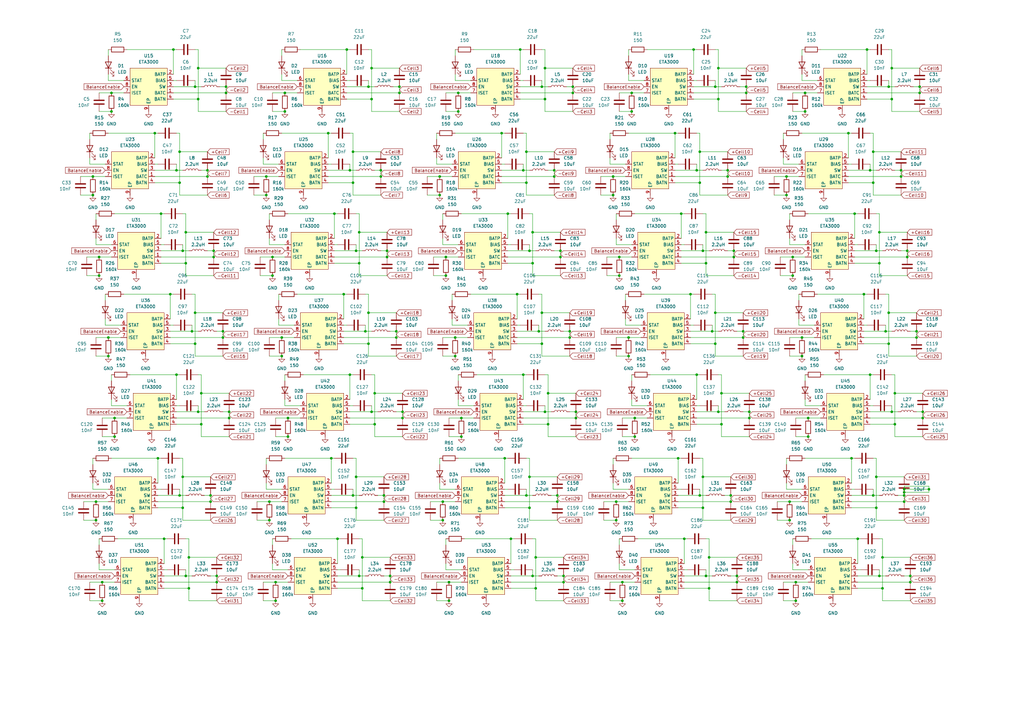
<source format=kicad_sch>
(kicad_sch (version 20230121) (generator eeschema)
  (paper "A3")
  (title_block (title "Cell balancing") (date "2023-09-06") (rev "1") (company "Dynamium"))
  (junction (at 358.14 203.2))
  (junction (at 251.46 72.39))
  (junction (at 328.93 146.05))
  (junction (at 73.66 203.2))
  (junction (at 293.37 35.56))
  (junction (at 82.55 173.99))
  (junction (at 375.92 135.89))
  (junction (at 153.67 161.29))
  (junction (at 255.27 246.38))
  (junction (at 302.26 238.76))
  (junction (at 292.1 135.89))
  (junction (at 152.4 168.91))
  (junction (at 181.61 205.74))
  (junction (at 109.22 72.39))
  (junction (at 378.46 168.91))
  (junction (at 359.41 208.28))
  (junction (at 361.95 228.6))
  (junction (at 365.76 40.64))
  (junction (at 189.23 171.45))
  (junction (at 186.69 138.43))
  (junction (at 223.52 168.91))
  (junction (at 45.72 38.1))
  (junction (at 288.29 102.87))
  (junction (at 322.58 80.01))
  (junction (at 294.64 27.94))
  (junction (at 373.38 236.22))
  (junction (at 158.75 102.87))
  (junction (at 85.09 72.39))
  (junction (at 304.8 135.89))
  (junction (at 369.57 69.85))
  (junction (at 361.95 241.3))
  (junction (at 181.61 213.36))
  (junction (at 377.19 38.1))
  (junction (at 257.81 138.43))
  (junction (at 163.83 35.56))
  (junction (at 326.39 238.76))
  (junction (at 236.22 168.91))
  (junction (at 45.72 45.72))
  (junction (at 363.22 135.89))
  (junction (at 115.57 146.05))
  (junction (at 260.35 179.07))
  (junction (at 306.07 35.56))
  (junction (at 220.98 135.89))
  (junction (at 144.78 74.93))
  (junction (at 360.68 95.25))
  (junction (at 208.28 87.63))
  (junction (at 347.98 54.61))
  (junction (at 219.71 228.6))
  (junction (at 88.9 238.76))
  (junction (at 146.05 102.87))
  (junction (at 80.01 128.27))
  (junction (at 307.34 168.91))
  (junction (at 160.02 236.22))
  (junction (at 91.44 138.43))
  (junction (at 224.79 173.99))
  (junction (at 73.66 74.93))
  (junction (at 109.22 80.01))
  (junction (at 299.72 203.2))
  (junction (at 153.67 173.99))
  (junction (at 149.86 135.89))
  (junction (at 81.28 40.64))
  (junction (at 367.03 161.29))
  (junction (at 229.87 105.41))
  (junction (at 184.15 238.76))
  (junction (at 86.36 203.2))
  (junction (at 156.21 72.39))
  (junction (at 254 113.03))
  (junction (at 147.32 236.22))
  (junction (at 180.34 72.39))
  (junction (at 306.07 38.1))
  (junction (at 364.49 140.97))
  (junction (at 40.64 105.41))
  (junction (at 218.44 107.95))
  (junction (at 77.47 241.3))
  (junction (at 369.57 72.39))
  (junction (at 289.56 236.22))
  (junction (at 259.08 38.1))
  (junction (at 71.12 20.32))
  (junction (at 323.85 205.74))
  (junction (at 294.64 40.64))
  (junction (at 300.99 105.41))
  (junction (at 218.44 95.25))
  (junction (at 228.6 205.74))
  (junction (at 223.52 40.64))
  (junction (at 231.14 238.76))
  (junction (at 278.13 187.96))
  (junction (at 148.59 228.6))
  (junction (at 293.37 128.27))
  (junction (at 307.34 171.45))
  (junction (at 360.68 236.22))
  (junction (at 370.84 205.74))
  (junction (at 157.48 205.74))
  (junction (at 151.13 35.56))
  (junction (at 234.95 38.1))
  (junction (at 143.51 153.67))
  (junction (at 205.74 54.61))
  (junction (at 214.63 153.67))
  (junction (at 93.98 168.91))
  (junction (at 110.49 205.74))
  (junction (at 330.2 38.1))
  (junction (at 304.8 138.43))
  (junction (at 219.71 241.3))
  (junction (at 325.12 113.03))
  (junction (at 207.01 187.96))
  (junction (at 322.58 72.39))
  (junction (at 147.32 95.25))
  (junction (at 209.55 220.98))
  (junction (at 285.75 69.85))
  (junction (at 323.85 213.36))
  (junction (at 252.73 213.36))
  (junction (at 113.03 238.76))
  (junction (at 295.91 161.29))
  (junction (at 80.01 140.97))
  (junction (at 283.21 120.65))
  (junction (at 367.03 173.99))
  (junction (at 135.89 187.96))
  (junction (at 184.15 246.38))
  (junction (at 92.71 38.1))
  (junction (at 92.71 35.56))
  (junction (at 302.26 236.22))
  (junction (at 288.29 195.58))
  (junction (at 295.91 173.99))
  (junction (at 378.46 171.45))
  (junction (at 287.02 62.23))
  (junction (at 156.21 69.85))
  (junction (at 331.47 171.45))
  (junction (at 74.93 102.87))
  (junction (at 213.36 20.32))
  (junction (at 218.44 236.22))
  (junction (at 365.76 168.91))
  (junction (at 142.24 20.32))
  (junction (at 72.39 69.85))
  (junction (at 137.16 87.63))
  (junction (at 76.2 236.22))
  (junction (at 146.05 195.58))
  (junction (at 217.17 195.58))
  (junction (at 372.11 105.41))
  (junction (at 189.23 179.07))
  (junction (at 260.35 171.45))
  (junction (at 372.11 102.87))
  (junction (at 229.87 102.87))
  (junction (at 81.28 168.91))
  (junction (at 356.87 153.67))
  (junction (at 182.88 113.03))
  (junction (at 110.49 213.36))
  (junction (at 251.46 80.01))
  (junction (at 222.25 128.27))
  (junction (at 349.25 187.96))
  (junction (at 252.73 205.74))
  (junction (at 234.95 35.56))
  (junction (at 73.66 62.23))
  (junction (at 134.62 54.61))
  (junction (at 187.96 38.1))
  (junction (at 259.08 45.72))
  (junction (at 165.1 168.91))
  (junction (at 111.76 105.41))
  (junction (at 180.34 80.01))
  (junction (at 81.28 27.94))
  (junction (at 284.48 20.32))
  (junction (at 257.81 146.05))
  (junction (at 64.77 187.96))
  (junction (at 158.75 105.41))
  (junction (at 351.79 220.98))
  (junction (at 215.9 203.2))
  (junction (at 40.64 113.03))
  (junction (at 330.2 45.72))
  (junction (at 355.6 20.32))
  (junction (at 212.09 120.65))
  (junction (at 118.11 179.07))
  (junction (at 222.25 140.97))
  (junction (at 163.83 38.1))
  (junction (at 147.32 107.95))
  (junction (at 215.9 74.93))
  (junction (at 151.13 140.97))
  (junction (at 38.1 72.39))
  (junction (at 287.02 74.93))
  (junction (at 63.5 54.61))
  (junction (at 298.45 69.85))
  (junction (at 111.76 113.03))
  (junction (at 39.37 205.74))
  (junction (at 289.56 107.95))
  (junction (at 157.48 203.2))
  (junction (at 217.17 208.28))
  (junction (at 162.56 135.89))
  (junction (at 222.25 35.56))
  (junction (at 46.99 171.45))
  (junction (at 300.99 102.87))
  (junction (at 146.05 208.28))
  (junction (at 67.31 220.98))
  (junction (at 66.04 87.63))
  (junction (at 223.52 27.94))
  (junction (at 290.83 228.6))
  (junction (at 290.83 241.3))
  (junction (at 214.63 69.85))
  (junction (at 115.57 138.43))
  (junction (at 276.86 54.61))
  (junction (at 289.56 95.25))
  (junction (at 233.68 135.89))
  (junction (at 87.63 102.87))
  (junction (at 350.52 87.63))
  (junction (at 39.37 213.36))
  (junction (at 299.72 205.74))
  (junction (at 152.4 27.94))
  (junction (at 93.98 171.45))
  (junction (at 360.68 107.95))
  (junction (at 228.6 203.2))
  (junction (at 287.02 203.2))
  (junction (at 215.9 62.23))
  (junction (at 85.09 69.85))
  (junction (at 285.75 153.67))
  (junction (at 165.1 171.45))
  (junction (at 364.49 128.27))
  (junction (at 41.91 238.76))
  (junction (at 74.93 195.58))
  (junction (at 358.14 74.93))
  (junction (at 255.27 238.76))
  (junction (at 78.74 135.89))
  (junction (at 144.78 62.23))
  (junction (at 162.56 138.43))
  (junction (at 377.19 35.56))
  (junction (at 186.69 146.05))
  (junction (at 148.59 241.3))
  (junction (at 233.68 138.43))
  (junction (at 116.84 45.72))
  (junction (at 38.1 80.01))
  (junction (at 41.91 246.38))
  (junction (at 328.93 138.43))
  (junction (at 298.45 72.39))
  (junction (at 325.12 105.41))
  (junction (at 82.55 161.29))
  (junction (at 370.84 200.66))
  (junction (at 326.39 246.38))
  (junction (at 359.41 195.58))
  (junction (at 87.63 105.41))
  (junction (at 365.76 27.94))
  (junction (at 76.2 95.25))
  (junction (at 138.43 220.98))
  (junction (at 293.37 140.97))
  (junction (at 182.88 105.41))
  (junction (at 74.93 208.28))
  (junction (at 370.84 201.93))
  (junction (at 143.51 69.85))
  (junction (at 77.47 228.6))
  (junction (at 373.38 238.76))
  (junction (at 331.47 179.07))
  (junction (at 76.2 107.95))
  (junction (at 151.13 128.27))
  (junction (at 279.4 87.63))
  (junction (at 44.45 138.43))
  (junction (at 86.36 205.74))
  (junction (at 91.44 135.89))
  (junction (at 294.64 168.91))
  (junction (at 217.17 102.87))
  (junction (at 358.14 62.23))
  (junction (at 381 200.66))
  (junction (at 288.29 208.28))
  (junction (at 160.02 238.76))
  (junction (at 69.85 120.65))
  (junction (at 231.14 236.22))
  (junction (at 370.84 203.2))
  (junction (at 187.96 45.72))
  (junction (at 280.67 220.98))
  (junction (at 254 105.41))
  (junction (at 140.97 120.65))
  (junction (at 236.22 171.45))
  (junction (at 224.79 161.29))
  (junction (at 152.4 40.64))
  (junction (at 359.41 102.87))
  (junction (at 80.01 35.56))
  (junction (at 227.33 72.39))
  (junction (at 144.78 203.2))
  (junction (at 88.9 236.22))
  (junction (at 116.84 38.1))
  (junction (at 118.11 171.45))
  (junction (at 46.99 179.07))
  (junction (at 44.45 146.05))
  (junction (at 354.33 120.65))
  (junction (at 375.92 138.43))
  (junction (at 356.87 69.85))
  (junction (at 364.49 35.56))
  (junction (at 72.39 153.67))
  (junction (at 113.03 246.38))
  (junction (at 227.33 69.85))
  (wire (pts (xy 91.44 135.89) (xy 91.44 138.43)))
  (wire (pts (xy 115.57 54.61) (xy 134.62 54.61)))
  (wire (pts (xy 137.16 100.33) (xy 138.43 100.33)))
  (wire (pts (xy 134.62 72.39) (xy 156.21 72.39)))
  (wire (pts (xy 114.3 67.31) (xy 107.95 67.31)))
  (wire (pts (xy 38.1 200.66) (xy 38.1 198.12)))
  (wire (pts (xy 35.56 105.41) (xy 40.64 105.41)))
  (wire (pts (xy 318.77 205.74) (xy 323.85 205.74)))
  (wire (pts (xy 359.41 195.58) (xy 359.41 208.28)))
  (wire (pts (xy 358.14 80.01) (xy 369.57 80.01)))
  (wire (pts (xy 194.31 166.37) (xy 187.96 166.37)))
  (wire (pts (xy 364.49 128.27) (xy 364.49 140.97)))
  (wire (pts (xy 217.17 69.85) (xy 214.63 69.85)))
  (wire (pts (xy 213.36 20.32) (xy 213.36 30.48)))
  (wire (pts (xy 135.89 200.66) (xy 137.16 200.66)))
  (wire (pts (xy 142.24 35.56) (xy 151.13 35.56)))
  (wire (pts (xy 69.85 135.89) (xy 78.74 135.89)))
  (wire (pts (xy 360.68 87.63) (xy 360.68 95.25)))
  (wire (pts (xy 64.77 205.74) (xy 86.36 205.74)))
  (wire (pts (xy 356.87 171.45) (xy 378.46 171.45)))
  (wire (pts (xy 213.36 33.02) (xy 214.63 33.02)))
  (wire (pts (xy 356.87 69.85) (xy 356.87 67.31)))
  (wire (pts (xy 222.25 146.05) (xy 233.68 146.05)))
  (wire (pts (xy 375.92 135.89) (xy 375.92 138.43)))
  (wire (pts (xy 116.84 153.67) (xy 116.84 156.21)))
  (wire (pts (xy 71.12 20.32) (xy 71.12 30.48)))
  (wire (pts (xy 142.24 38.1) (xy 163.83 38.1)))
  (wire (pts (xy 355.6 35.56) (xy 364.49 35.56)))
  (wire (pts (xy 185.42 120.65) (xy 185.42 123.19)))
  (wire (pts (xy 359.41 102.87) (xy 359.41 100.33)))
  (wire (pts (xy 41.91 179.07) (xy 46.99 179.07)))
  (wire (pts (xy 80.01 35.56) (xy 80.01 33.02)))
  (wire (pts (xy 185.42 133.35) (xy 185.42 130.81)))
  (wire (pts (xy 77.47 241.3) (xy 67.31 241.3)))
  (wire (pts (xy 212.09 135.89) (xy 220.98 135.89)))
  (wire (pts (xy 359.41 213.36) (xy 370.84 213.36)))
  (wire (pts (xy 152.4 153.67) (xy 153.67 153.67)))
  (wire (pts (xy 205.74 72.39) (xy 227.33 72.39)))
  (wire (pts (xy 361.95 241.3) (xy 351.79 241.3)))
  (wire (pts (xy 92.71 35.56) (xy 90.17 35.56)))
  (wire (pts (xy 227.33 69.85) (xy 224.79 69.85)))
  (wire (pts (xy 370.84 201.93) (xy 370.84 200.66)))
  (wire (pts (xy 365.76 168.91) (xy 365.76 166.37)))
  (wire (pts (xy 364.49 120.65) (xy 364.49 128.27)))
  (wire (pts (xy 300.99 102.87) (xy 298.45 102.87)))
  (wire (pts (xy 73.66 187.96) (xy 74.93 187.96)))
  (wire (pts (xy 146.05 102.87) (xy 146.05 100.33)))
  (wire (pts (xy 224.79 179.07) (xy 236.22 179.07)))
  (wire (pts (xy 363.22 135.89) (xy 363.22 133.35)))
  (wire (pts (xy 140.97 135.89) (xy 149.86 135.89)))
  (wire (pts (xy 66.04 187.96) (xy 64.77 187.96)))
  (wire (pts (xy 144.78 187.96) (xy 146.05 187.96)))
  (wire (pts (xy 118.11 171.45) (xy 123.19 171.45)))
  (wire (pts (xy 321.31 238.76) (xy 326.39 238.76)))
  (wire (pts (xy 64.77 187.96) (xy 64.77 198.12)))
  (wire (pts (xy 358.14 80.01) (xy 358.14 74.93)))
  (wire (pts (xy 381 200.66) (xy 381 201.93)))
  (wire (pts (xy 228.6 203.2) (xy 228.6 205.74)))
  (wire (pts (xy 74.93 213.36) (xy 74.93 208.28)))
  (wire (pts (xy 113.03 179.07) (xy 118.11 179.07)))
  (wire (pts (xy 153.67 179.07) (xy 165.1 179.07)))
  (wire (pts (xy 219.71 220.98) (xy 219.71 228.6)))
  (wire (pts (xy 283.21 138.43) (xy 304.8 138.43)))
  (wire (pts (xy 137.16 102.87) (xy 146.05 102.87)))
  (wire (pts (xy 214.63 69.85) (xy 214.63 67.31)))
  (wire (pts (xy 66.04 105.41) (xy 87.63 105.41)))
  (wire (pts (xy 40.64 38.1) (xy 45.72 38.1)))
  (wire (pts (xy 369.57 69.85) (xy 367.03 69.85)))
  (wire (pts (xy 259.08 166.37) (xy 259.08 163.83)))
  (wire (pts (xy 76.2 220.98) (xy 77.47 220.98)))
  (wire (pts (xy 66.04 102.87) (xy 74.93 102.87)))
  (wire (pts (xy 294.64 27.94) (xy 306.07 27.94)))
  (wire (pts (xy 157.48 203.2) (xy 154.94 203.2)))
  (wire (pts (xy 250.19 54.61) (xy 250.19 57.15)))
  (wire (pts (xy 120.65 133.35) (xy 114.3 133.35)))
  (wire (pts (xy 182.88 45.72) (xy 187.96 45.72)))
  (wire (pts (xy 365.76 27.94) (xy 365.76 40.64)))
  (wire (pts (xy 110.49 87.63) (xy 110.49 90.17)))
  (wire (pts (xy 359.41 195.58) (xy 370.84 195.58)))
  (wire (pts (xy 323.85 146.05) (xy 328.93 146.05)))
  (wire (pts (xy 361.95 228.6) (xy 361.95 241.3)))
  (wire (pts (xy 53.34 153.67) (xy 72.39 153.67)))
  (wire (pts (xy 45.72 166.37) (xy 45.72 163.83)))
  (wire (pts (xy 257.81 33.02) (xy 257.81 30.48)))
  (wire (pts (xy 218.44 107.95) (xy 208.28 107.95)))
  (wire (pts (xy 152.4 27.94) (xy 152.4 40.64)))
  (wire (pts (xy 290.83 241.3) (xy 280.67 241.3)))
  (wire (pts (xy 234.95 35.56) (xy 232.41 35.56)))
  (wire (pts (xy 74.93 187.96) (xy 74.93 195.58)))
  (wire (pts (xy 224.79 161.29) (xy 224.79 173.99)))
  (wire (pts (xy 149.86 120.65) (xy 151.13 120.65)))
  (wire (pts (xy 349.25 200.66) (xy 350.52 200.66)))
  (wire (pts (xy 45.72 38.1) (xy 50.8 38.1)))
  (wire (pts (xy 328.93 33.02) (xy 328.93 30.48)))
  (wire (pts (xy 283.21 120.65) (xy 283.21 130.81)))
  (wire (pts (xy 330.2 153.67) (xy 330.2 156.21)))
  (wire (pts (xy 266.7 153.67) (xy 285.75 153.67)))
  (wire (pts (xy 284.48 38.1) (xy 306.07 38.1)))
  (wire (pts (xy 64.77 203.2) (xy 73.66 203.2)))
  (wire (pts (xy 74.93 213.36) (xy 86.36 213.36)))
  (wire (pts (xy 36.83 54.61) (xy 36.83 57.15)))
  (wire (pts (xy 82.55 161.29) (xy 93.98 161.29)))
  (wire (pts (xy 152.4 45.72) (xy 163.83 45.72)))
  (wire (pts (xy 361.95 246.38) (xy 361.95 241.3)))
  (wire (pts (xy 288.29 187.96) (xy 288.29 195.58)))
  (wire (pts (xy 148.59 102.87) (xy 146.05 102.87)))
  (wire (pts (xy 116.84 100.33) (xy 110.49 100.33)))
  (wire (pts (xy 78.74 120.65) (xy 80.01 120.65)))
  (wire (pts (xy 325.12 220.98) (xy 325.12 223.52)))
  (wire (pts (xy 213.36 38.1) (xy 234.95 38.1)))
  (wire (pts (xy 293.37 128.27) (xy 304.8 128.27)))
  (wire (pts (xy 254 220.98) (xy 254 223.52)))
  (wire (pts (xy 180.34 187.96) (xy 180.34 190.5)))
  (wire (pts (xy 223.52 27.94) (xy 234.95 27.94)))
  (wire (pts (xy 176.53 205.74) (xy 181.61 205.74)))
  (wire (pts (xy 279.4 105.41) (xy 300.99 105.41)))
  (wire (pts (xy 289.56 87.63) (xy 289.56 95.25)))
  (wire (pts (xy 347.98 72.39) (xy 369.57 72.39)))
  (wire (pts (xy 347.98 54.61) (xy 347.98 64.77)))
  (wire (pts (xy 297.18 168.91) (xy 294.64 168.91)))
  (wire (pts (xy 73.66 74.93) (xy 63.5 74.93)))
  (wire (pts (xy 81.28 45.72) (xy 92.71 45.72)))
  (wire (pts (xy 50.8 120.65) (xy 69.85 120.65)))
  (wire (pts (xy 139.7 220.98) (xy 138.43 220.98)))
  (wire (pts (xy 295.91 161.29) (xy 307.34 161.29)))
  (wire (pts (xy 207.01 205.74) (xy 228.6 205.74)))
  (wire (pts (xy 68.58 220.98) (xy 67.31 220.98)))
  (wire (pts (xy 111.76 233.68) (xy 111.76 231.14)))
  (wire (pts (xy 137.16 87.63) (xy 137.16 97.79)))
  (wire (pts (xy 212.09 133.35) (xy 213.36 133.35)))
  (wire (pts (xy 289.56 236.22) (xy 289.56 233.68)))
  (wire (pts (xy 152.4 45.72) (xy 152.4 40.64)))
  (wire (pts (xy 147.32 95.25) (xy 158.75 95.25)))
  (wire (pts (xy 82.55 179.07) (xy 93.98 179.07)))
  (wire (pts (xy 76.2 113.03) (xy 76.2 107.95)))
  (wire (pts (xy 218.44 236.22) (xy 218.44 233.68)))
  (wire (pts (xy 52.07 166.37) (xy 45.72 166.37)))
  (wire (pts (xy 73.66 80.01) (xy 73.66 74.93)))
  (wire (pts (xy 165.1 168.91) (xy 165.1 171.45)))
  (wire (pts (xy 248.92 105.41) (xy 254 105.41)))
  (wire (pts (xy 115.57 138.43) (xy 120.65 138.43)))
  (wire (pts (xy 143.51 54.61) (xy 144.78 54.61)))
  (wire (pts (xy 349.25 54.61) (xy 347.98 54.61)))
  (wire (pts (xy 302.26 236.22) (xy 299.72 236.22)))
  (wire (pts (xy 115.57 200.66) (xy 109.22 200.66)))
  (wire (pts (xy 146.05 187.96) (xy 146.05 195.58)))
  (wire (pts (xy 321.31 246.38) (xy 326.39 246.38)))
  (wire (pts (xy 67.31 236.22) (xy 76.2 236.22)))
  (wire (pts (xy 40.64 220.98) (xy 40.64 223.52)))
  (wire (pts (xy 137.16 105.41) (xy 158.75 105.41)))
  (wire (pts (xy 105.41 205.74) (xy 110.49 205.74)))
  (wire (pts (xy 40.64 45.72) (xy 45.72 45.72)))
  (wire (pts (xy 219.71 102.87) (xy 217.17 102.87)))
  (wire (pts (xy 153.67 173.99) (xy 143.51 173.99)))
  (wire (pts (xy 74.93 195.58) (xy 86.36 195.58)))
  (wire (pts (xy 350.52 102.87) (xy 359.41 102.87)))
  (wire (pts (xy 289.56 95.25) (xy 289.56 107.95)))
  (wire (pts (xy 115.57 20.32) (xy 115.57 22.86)))
  (wire (pts (xy 182.88 38.1) (xy 187.96 38.1)))
  (wire (pts (xy 257.81 20.32) (xy 257.81 22.86)))
  (wire (pts (xy 233.68 135.89) (xy 233.68 138.43)))
  (wire (pts (xy 290.83 246.38) (xy 302.26 246.38)))
  (wire (pts (xy 349.25 187.96) (xy 349.25 198.12)))
  (wire (pts (xy 365.76 20.32) (xy 365.76 27.94)))
  (wire (pts (xy 33.02 80.01) (xy 38.1 80.01)))
  (wire (pts (xy 63.5 72.39) (xy 85.09 72.39)))
  (wire (pts (xy 223.52 27.94) (xy 223.52 40.64)))
  (wire (pts (xy 72.39 166.37) (xy 73.66 166.37)))
  (wire (pts (xy 250.19 238.76) (xy 255.27 238.76)))
  (wire (pts (xy 255.27 171.45) (xy 260.35 171.45)))
  (wire (pts (xy 138.43 220.98) (xy 138.43 231.14)))
  (wire (pts (xy 153.67 35.56) (xy 151.13 35.56)))
  (wire (pts (xy 365.76 40.64) (xy 355.6 40.64)))
  (wire (pts (xy 360.68 113.03) (xy 360.68 107.95)))
  (wire (pts (xy 351.79 87.63) (xy 350.52 87.63)))
  (wire (pts (xy 73.66 203.2) (xy 73.66 200.66)))
  (wire (pts (xy 264.16 33.02) (xy 257.81 33.02)))
  (wire (pts (xy 360.68 95.25) (xy 360.68 107.95)))
  (wire (pts (xy 181.61 100.33) (xy 181.61 97.79)))
  (wire (pts (xy 177.8 105.41) (xy 182.88 105.41)))
  (wire (pts (xy 180.34 200.66) (xy 180.34 198.12)))
  (wire (pts (xy 354.33 135.89) (xy 363.22 135.89)))
  (wire (pts (xy 209.55 233.68) (xy 210.82 233.68)))
  (wire (pts (xy 107.95 54.61) (xy 107.95 57.15)))
  (wire (pts (xy 278.13 200.66) (xy 279.4 200.66)))
  (wire (pts (xy 207.01 200.66) (xy 208.28 200.66)))
  (wire (pts (xy 144.78 74.93) (xy 134.62 74.93)))
  (wire (pts (xy 69.85 138.43) (xy 91.44 138.43)))
  (wire (pts (xy 365.76 153.67) (xy 367.03 153.67)))
  (wire (pts (xy 361.95 102.87) (xy 359.41 102.87)))
  (wire (pts (xy 359.41 69.85) (xy 356.87 69.85)))
  (wire (pts (xy 187.96 38.1) (xy 193.04 38.1)))
  (wire (pts (xy 293.37 146.05) (xy 293.37 140.97)))
  (wire (pts (xy 292.1 236.22) (xy 289.56 236.22)))
  (wire (pts (xy 152.4 135.89) (xy 149.86 135.89)))
  (wire (pts (xy 44.45 54.61) (xy 63.5 54.61)))
  (wire (pts (xy 74.93 195.58) (xy 74.93 208.28)))
  (wire (pts (xy 39.37 87.63) (xy 39.37 90.17)))
  (wire (pts (xy 218.44 220.98) (xy 219.71 220.98)))
  (wire (pts (xy 365.76 45.72) (xy 377.19 45.72)))
  (wire (pts (xy 34.29 205.74) (xy 39.37 205.74)))
  (wire (pts (xy 355.6 20.32) (xy 355.6 30.48)))
  (wire (pts (xy 76.2 87.63) (xy 76.2 95.25)))
  (wire (pts (xy 254 233.68) (xy 254 231.14)))
  (wire (pts (xy 365.76 45.72) (xy 365.76 40.64)))
  (wire (pts (xy 124.46 153.67) (xy 143.51 153.67)))
  (wire (pts (xy 332.74 220.98) (xy 351.79 220.98)))
  (wire (pts (xy 218.44 95.25) (xy 229.87 95.25)))
  (wire (pts (xy 299.72 203.2) (xy 297.18 203.2)))
  (wire (pts (xy 157.48 203.2) (xy 157.48 205.74)))
  (wire (pts (xy 284.48 20.32) (xy 284.48 30.48)))
  (wire (pts (xy 378.46 168.91) (xy 378.46 171.45)))
  (wire (pts (xy 370.84 200.66) (xy 370.84 199.39)))
  (wire (pts (xy 151.13 140.97) (xy 140.97 140.97)))
  (wire (pts (xy 72.39 69.85) (xy 72.39 67.31)))
  (wire (pts (xy 288.29 208.28) (xy 278.13 208.28)))
  (wire (pts (xy 227.33 69.85) (xy 227.33 72.39)))
  (wire (pts (xy 36.83 67.31) (xy 36.83 64.77)))
  (wire (pts (xy 180.34 72.39) (xy 185.42 72.39)))
  (wire (pts (xy 304.8 135.89) (xy 302.26 135.89)))
  (wire (pts (xy 179.07 67.31) (xy 179.07 64.77)))
  (wire (pts (xy 288.29 195.58) (xy 288.29 208.28)))
  (wire (pts (xy 330.2 38.1) (xy 335.28 38.1)))
  (wire (pts (xy 39.37 138.43) (xy 44.45 138.43)))
  (wire (pts (xy 289.56 107.95) (xy 279.4 107.95)))
  (wire (pts (xy 110.49 138.43) (xy 115.57 138.43)))
  (wire (pts (xy 184.15 171.45) (xy 189.23 171.45)))
  (wire (pts (xy 77.47 246.38) (xy 77.47 241.3)))
  (wire (pts (xy 107.95 238.76) (xy 113.03 238.76)))
  (wire (pts (xy 147.32 107.95) (xy 137.16 107.95)))
  (wire (pts (xy 217.17 213.36) (xy 217.17 208.28)))
  (wire (pts (xy 375.92 135.89) (xy 373.38 135.89)))
  (wire (pts (xy 143.51 171.45) (xy 165.1 171.45)))
  (wire (pts (xy 88.9 236.22) (xy 88.9 238.76)))
  (wire (pts (xy 46.99 233.68) (xy 40.64 233.68)))
  (wire (pts (xy 323.85 100.33) (xy 323.85 97.79)))
  (wire (pts (xy 326.39 238.76) (xy 331.47 238.76)))
  (wire (pts (xy 259.08 153.67) (xy 259.08 156.21)))
  (wire (pts (xy 182.88 105.41) (xy 187.96 105.41)))
  (wire (pts (xy 359.41 87.63) (xy 360.68 87.63)))
  (wire (pts (xy 318.77 213.36) (xy 323.85 213.36)))
  (wire (pts (xy 63.5 69.85) (xy 72.39 69.85)))
  (wire (pts (xy 140.97 120.65) (xy 140.97 130.81)))
  (wire (pts (xy 135.89 203.2) (xy 144.78 203.2)))
  (wire (pts (xy 356.87 54.61) (xy 358.14 54.61)))
  (wire (pts (xy 87.63 102.87) (xy 87.63 105.41)))
  (wire (pts (xy 349.25 205.74) (xy 370.84 205.74)))
  (wire (pts (xy 322.58 187.96) (xy 322.58 190.5)))
  (wire (pts (xy 219.71 246.38) (xy 219.71 241.3)))
  (wire (pts (xy 181.61 205.74) (xy 186.69 205.74)))
  (wire (pts (xy 219.71 228.6) (xy 219.71 241.3)))
  (wire (pts (xy 289.56 220.98) (xy 290.83 220.98)))
  (wire (pts (xy 224.79 153.67) (xy 224.79 161.29)))
  (wire (pts (xy 87.63 102.87) (xy 85.09 102.87)))
  (wire (pts (xy 326.39 179.07) (xy 331.47 179.07)))
  (wire (pts (xy 72.39 153.67) (xy 72.39 163.83)))
  (wire (pts (xy 280.67 238.76) (xy 302.26 238.76)))
  (wire (pts (xy 322.58 200.66) (xy 322.58 198.12)))
  (wire (pts (xy 222.25 35.56) (xy 222.25 33.02)))
  (wire (pts (xy 121.92 120.65) (xy 140.97 120.65)))
  (wire (pts (xy 290.83 246.38) (xy 290.83 241.3)))
  (wire (pts (xy 114.3 120.65) (xy 114.3 123.19)))
  (wire (pts (xy 140.97 138.43) (xy 162.56 138.43)))
  (wire (pts (xy 153.67 161.29) (xy 153.67 173.99)))
  (wire (pts (xy 304.8 135.89) (xy 304.8 138.43)))
  (wire (pts (xy 116.84 187.96) (xy 135.89 187.96)))
  (wire (pts (xy 219.71 246.38) (xy 231.14 246.38)))
  (wire (pts (xy 370.84 203.2) (xy 370.84 205.74)))
  (wire (pts (xy 153.67 161.29) (xy 165.1 161.29)))
  (wire (pts (xy 279.4 187.96) (xy 278.13 187.96)))
  (wire (pts (xy 116.84 38.1) (xy 121.92 38.1)))
  (wire (pts (xy 264.16 120.65) (xy 283.21 120.65)))
  (wire (pts (xy 165.1 168.91) (xy 162.56 168.91)))
  (wire (pts (xy 320.04 113.03) (xy 325.12 113.03)))
  (wire (pts (xy 229.87 102.87) (xy 227.33 102.87)))
  (wire (pts (xy 330.2 187.96) (xy 349.25 187.96)))
  (wire (pts (xy 215.9 54.61) (xy 215.9 62.23)))
  (wire (pts (xy 218.44 113.03) (xy 218.44 107.95)))
  (wire (pts (xy 194.31 20.32) (xy 213.36 20.32)))
  (wire (pts (xy 261.62 220.98) (xy 280.67 220.98)))
  (wire (pts (xy 146.05 213.36) (xy 157.48 213.36)))
  (wire (pts (xy 162.56 135.89) (xy 162.56 138.43)))
  (wire (pts (xy 294.64 20.32) (xy 294.64 27.94)))
  (wire (pts (xy 293.37 20.32) (xy 294.64 20.32)))
  (wire (pts (xy 43.18 67.31) (xy 36.83 67.31)))
  (wire (pts (xy 251.46 187.96) (xy 251.46 190.5)))
  (wire (pts (xy 82.55 153.67) (xy 82.55 161.29)))
  (wire (pts (xy 93.98 168.91) (xy 93.98 171.45)))
  (wire (pts (xy 215.9 80.01) (xy 227.33 80.01)))
  (wire (pts (xy 284.48 35.56) (xy 293.37 35.56)))
  (wire (pts (xy 182.88 220.98) (xy 182.88 223.52)))
  (wire (pts (xy 105.41 213.36) (xy 110.49 213.36)))
  (wire (pts (xy 335.28 33.02) (xy 328.93 33.02)))
  (wire (pts (xy 288.29 69.85) (xy 285.75 69.85)))
  (wire (pts (xy 45.72 153.67) (xy 45.72 156.21)))
  (wire (pts (xy 359.41 187.96) (xy 359.41 195.58)))
  (wire (pts (xy 259.08 100.33) (xy 252.73 100.33)))
  (wire (pts (xy 351.79 236.22) (xy 360.68 236.22)))
  (wire (pts (xy 151.13 128.27) (xy 151.13 140.97)))
  (wire (pts (xy 307.34 168.91) (xy 304.8 168.91)))
  (wire (pts (xy 223.52 153.67) (xy 224.79 153.67)))
  (wire (pts (xy 285.75 54.61) (xy 287.02 54.61)))
  (wire (pts (xy 213.36 120.65) (xy 212.09 120.65)))
  (wire (pts (xy 114.3 133.35) (xy 114.3 130.81)))
  (wire (pts (xy 288.29 195.58) (xy 299.72 195.58)))
  (wire (pts (xy 181.61 87.63) (xy 181.61 90.17)))
  (wire (pts (xy 152.4 20.32) (xy 152.4 27.94)))
  (wire (pts (xy 186.69 33.02) (xy 186.69 30.48)))
  (wire (pts (xy 217.17 213.36) (xy 228.6 213.36)))
  (wire (pts (xy 207.01 187.96) (xy 207.01 198.12)))
  (wire (pts (xy 256.54 120.65) (xy 256.54 123.19)))
  (wire (pts (xy 327.66 120.65) (xy 327.66 123.19)))
  (wire (pts (xy 317.5 72.39) (xy 322.58 72.39)))
  (wire (pts (xy 135.89 54.61) (xy 134.62 54.61)))
  (wire (pts (xy 292.1 135.89) (xy 292.1 133.35)))
  (wire (pts (xy 331.47 87.63) (xy 350.52 87.63)))
  (wire (pts (xy 33.02 72.39) (xy 38.1 72.39)))
  (wire (pts (xy 280.67 220.98) (xy 280.67 231.14)))
  (wire (pts (xy 175.26 72.39) (xy 180.34 72.39)))
  (wire (pts (xy 138.43 238.76) (xy 160.02 238.76)))
  (wire (pts (xy 182.88 233.68) (xy 182.88 231.14)))
  (wire (pts (xy 144.78 203.2) (xy 144.78 200.66)))
  (wire (pts (xy 52.07 20.32) (xy 71.12 20.32)))
  (wire (pts (xy 257.81 54.61) (xy 276.86 54.61)))
  (wire (pts (xy 224.79 179.07) (xy 224.79 173.99)))
  (wire (pts (xy 41.91 238.76) (xy 46.99 238.76)))
  (wire (pts (xy 294.64 40.64) (xy 284.48 40.64)))
  (wire (pts (xy 353.06 220.98) (xy 351.79 220.98)))
  (wire (pts (xy 91.44 135.89) (xy 88.9 135.89)))
  (wire (pts (xy 254 38.1) (xy 259.08 38.1)))
  (wire (pts (xy 38.1 187.96) (xy 38.1 190.5)))
  (wire (pts (xy 246.38 80.01) (xy 251.46 80.01)))
  (wire (pts (xy 106.68 113.03) (xy 111.76 113.03)))
  (wire (pts (xy 92.71 35.56) (xy 92.71 38.1)))
  (wire (pts (xy 73.66 80.01) (xy 85.09 80.01)))
  (wire (pts (xy 81.28 168.91) (xy 81.28 166.37)))
  (wire (pts (xy 246.38 72.39) (xy 251.46 72.39)))
  (wire (pts (xy 369.57 69.85) (xy 369.57 72.39)))
  (wire (pts (xy 113.03 171.45) (xy 118.11 171.45)))
  (wire (pts (xy 104.14 72.39) (xy 109.22 72.39)))
  (wire (pts (xy 151.13 128.27) (xy 162.56 128.27)))
  (wire (pts (xy 288.29 87.63) (xy 289.56 87.63)))
  (wire (pts (xy 215.9 187.96) (xy 217.17 187.96)))
  (wire (pts (xy 71.12 38.1) (xy 92.71 38.1)))
  (wire (pts (xy 109.22 187.96) (xy 109.22 190.5)))
  (wire (pts (xy 360.68 113.03) (xy 372.11 113.03)))
  (wire (pts (xy 256.54 67.31) (xy 250.19 67.31)))
  (wire (pts (xy 223.52 40.64) (xy 213.36 40.64)))
  (wire (pts (xy 147.32 87.63) (xy 147.32 95.25)))
  (wire (pts (xy 48.26 220.98) (xy 67.31 220.98)))
  (wire (pts (xy 67.31 220.98) (xy 67.31 231.14)))
  (wire (pts (xy 119.38 220.98) (xy 138.43 220.98)))
  (wire (pts (xy 306.07 35.56) (xy 303.53 35.56)))
  (wire (pts (xy 222.25 20.32) (xy 223.52 20.32)))
  (wire (pts (xy 298.45 69.85) (xy 298.45 72.39)))
  (wire (pts (xy 209.55 87.63) (xy 208.28 87.63)))
  (wire (pts (xy 364.49 128.27) (xy 375.92 128.27)))
  (wire (pts (xy 367.03 161.29) (xy 378.46 161.29)))
  (wire (pts (xy 295.91 161.29) (xy 295.91 173.99)))
  (wire (pts (xy 149.86 236.22) (xy 147.32 236.22)))
  (wire (pts (xy 77.47 228.6) (xy 77.47 241.3)))
  (wire (pts (xy 328.93 200.66) (xy 322.58 200.66)))
  (wire (pts (xy 254 45.72) (xy 259.08 45.72)))
  (wire (pts (xy 143.51 168.91) (xy 152.4 168.91)))
  (wire (pts (xy 64.77 200.66) (xy 66.04 200.66)))
  (wire (pts (xy 276.86 67.31) (xy 278.13 67.31)))
  (wire (pts (xy 285.75 171.45) (xy 307.34 171.45)))
  (wire (pts (xy 73.66 153.67) (xy 72.39 153.67)))
  (wire (pts (xy 257.81 138.43) (xy 262.89 138.43)))
  (wire (pts (xy 331.47 233.68) (xy 325.12 233.68)))
  (wire (pts (xy 208.28 105.41) (xy 229.87 105.41)))
  (wire (pts (xy 252.73 146.05) (xy 257.81 146.05)))
  (wire (pts (xy 351.79 220.98) (xy 351.79 231.14)))
  (wire (pts (xy 250.19 246.38) (xy 255.27 246.38)))
  (wire (pts (xy 214.63 171.45) (xy 236.22 171.45)))
  (wire (pts (xy 160.02 236.22) (xy 160.02 238.76)))
  (wire (pts (xy 327.66 67.31) (xy 321.31 67.31)))
  (wire (pts (xy 294.64 45.72) (xy 294.64 40.64)))
  (wire (pts (xy 278.13 187.96) (xy 278.13 198.12)))
  (wire (pts (xy 289.56 203.2) (xy 287.02 203.2)))
  (wire (pts (xy 148.59 241.3) (xy 138.43 241.3)))
  (wire (pts (xy 378.46 168.91) (xy 375.92 168.91)))
  (wire (pts (xy 36.83 246.38) (xy 41.91 246.38)))
  (wire (pts (xy 336.55 20.32) (xy 355.6 20.32)))
  (wire (pts (xy 107.95 67.31) (xy 107.95 64.77)))
  (wire (pts (xy 325.12 45.72) (xy 330.2 45.72)))
  (wire (pts (xy 148.59 228.6) (xy 148.59 241.3)))
  (wire (pts (xy 236.22 168.91) (xy 236.22 171.45)))
  (wire (pts (xy 67.31 87.63) (xy 66.04 87.63)))
  (wire (pts (xy 290.83 228.6) (xy 302.26 228.6)))
  (wire (pts (xy 325.12 105.41) (xy 330.2 105.41)))
  (wire (pts (xy 252.73 87.63) (xy 252.73 90.17)))
  (wire (pts (xy 290.83 102.87) (xy 288.29 102.87)))
  (wire (pts (xy 334.01 133.35) (xy 327.66 133.35)))
  (wire (pts (xy 40.64 105.41) (xy 45.72 105.41)))
  (wire (pts (xy 143.51 69.85) (xy 143.51 67.31)))
  (wire (pts (xy 156.21 69.85) (xy 156.21 72.39)))
  (wire (pts (xy 163.83 35.56) (xy 161.29 35.56)))
  (wire (pts (xy 77.47 228.6) (xy 88.9 228.6)))
  (wire (pts (xy 104.14 80.01) (xy 109.22 80.01)))
  (wire (pts (xy 74.93 208.28) (xy 64.77 208.28)))
  (wire (pts (xy 218.44 87.63) (xy 218.44 95.25)))
  (wire (pts (xy 151.13 20.32) (xy 152.4 20.32)))
  (wire (pts (xy 290.83 228.6) (xy 290.83 241.3)))
  (wire (pts (xy 151.13 146.05) (xy 151.13 140.97)))
  (wire (pts (xy 71.12 33.02) (xy 72.39 33.02)))
  (wire (pts (xy 123.19 166.37) (xy 116.84 166.37)))
  (wire (pts (xy 302.26 236.22) (xy 302.26 238.76)))
  (wire (pts (xy 358.14 62.23) (xy 369.57 62.23)))
  (wire (pts (xy 116.84 166.37) (xy 116.84 163.83)))
  (wire (pts (xy 142.24 120.65) (xy 140.97 120.65)))
  (wire (pts (xy 360.68 107.95) (xy 350.52 107.95)))
  (wire (pts (xy 191.77 133.35) (xy 185.42 133.35)))
  (wire (pts (xy 323.85 138.43) (xy 328.93 138.43)))
  (wire (pts (xy 285.75 153.67) (xy 285.75 163.83)))
  (wire (pts (xy 208.28 100.33) (xy 209.55 100.33)))
  (wire (pts (xy 88.9 236.22) (xy 86.36 236.22)))
  (wire (pts (xy 207.01 54.61) (xy 205.74 54.61)))
  (wire (pts (xy 152.4 27.94) (xy 163.83 27.94)))
  (wire (pts (xy 76.2 95.25) (xy 87.63 95.25)))
  (wire (pts (xy 279.4 87.63) (xy 279.4 97.79)))
  (wire (pts (xy 373.38 236.22) (xy 373.38 238.76)))
  (wire (pts (xy 283.21 135.89) (xy 292.1 135.89)))
  (wire (pts (xy 370.84 203.2) (xy 368.3 203.2)))
  (wire (pts (xy 368.3 168.91) (xy 365.76 168.91)))
  (wire (pts (xy 45.72 187.96) (xy 64.77 187.96)))
  (wire (pts (xy 260.35 87.63) (xy 279.4 87.63)))
  (wire (pts (xy 76.2 203.2) (xy 73.66 203.2)))
  (wire (pts (xy 293.37 35.56) (xy 293.37 33.02)))
  (wire (pts (xy 110.49 146.05) (xy 115.57 146.05)))
  (wire (pts (xy 222.25 128.27) (xy 233.68 128.27)))
  (wire (pts (xy 215.9 62.23) (xy 215.9 74.93)))
  (wire (pts (xy 262.89 133.35) (xy 256.54 133.35)))
  (wire (pts (xy 360.68 220.98) (xy 361.95 220.98)))
  (wire (pts (xy 121.92 33.02) (xy 115.57 33.02)))
  (wire (pts (xy 287.02 187.96) (xy 288.29 187.96)))
  (wire (pts (xy 209.55 220.98) (xy 209.55 231.14)))
  (wire (pts (xy 44.45 33.02) (xy 44.45 30.48)))
  (wire (pts (xy 212.09 138.43) (xy 233.68 138.43)))
  (wire (pts (xy 360.68 95.25) (xy 372.11 95.25)))
  (wire (pts (xy 189.23 171.45) (xy 194.31 171.45)))
  (wire (pts (xy 144.78 62.23) (xy 156.21 62.23)))
  (wire (pts (xy 295.91 153.67) (xy 295.91 161.29)))
  (wire (pts (xy 73.66 62.23) (xy 73.66 74.93)))
  (wire (pts (xy 77.47 246.38) (xy 88.9 246.38)))
  (wire (pts (xy 224.79 173.99) (xy 214.63 173.99)))
  (wire (pts (xy 350.52 87.63) (xy 350.52 97.79)))
  (wire (pts (xy 45.72 100.33) (xy 39.37 100.33)))
  (wire (pts (xy 81.28 135.89) (xy 78.74 135.89)))
  (wire (pts (xy 217.17 187.96) (xy 217.17 195.58)))
  (wire (pts (xy 144.78 62.23) (xy 144.78 74.93)))
  (wire (pts (xy 351.79 238.76) (xy 373.38 238.76)))
  (wire (pts (xy 287.02 62.23) (xy 287.02 74.93)))
  (wire (pts (xy 252.73 138.43) (xy 257.81 138.43)))
  (wire (pts (xy 217.17 208.28) (xy 207.01 208.28)))
  (wire (pts (xy 285.75 166.37) (xy 287.02 166.37)))
  (wire (pts (xy 293.37 120.65) (xy 293.37 128.27)))
  (wire (pts (xy 356.87 168.91) (xy 365.76 168.91)))
  (wire (pts (xy 153.67 179.07) (xy 153.67 173.99)))
  (wire (pts (xy 205.74 69.85) (xy 214.63 69.85)))
  (wire (pts (xy 72.39 171.45) (xy 93.98 171.45)))
  (wire (pts (xy 147.32 203.2) (xy 144.78 203.2)))
  (wire (pts (xy 361.95 220.98) (xy 361.95 228.6)))
  (wire (pts (xy 72.39 54.61) (xy 73.66 54.61)))
  (wire (pts (xy 46.99 171.45) (xy 52.07 171.45)))
  (wire (pts (xy 287.02 203.2) (xy 287.02 200.66)))
  (wire (pts (xy 185.42 67.31) (xy 179.07 67.31)))
  (wire (pts (xy 236.22 168.91) (xy 233.68 168.91)))
  (wire (pts (xy 147.32 236.22) (xy 147.32 233.68)))
  (wire (pts (xy 118.11 87.63) (xy 137.16 87.63)))
  (wire (pts (xy 50.8 33.02) (xy 44.45 33.02)))
  (wire (pts (xy 142.24 33.02) (xy 143.51 33.02)))
  (wire (pts (xy 80.01 140.97) (xy 69.85 140.97)))
  (wire (pts (xy 254 105.41) (xy 259.08 105.41)))
  (wire (pts (xy 257.81 200.66) (xy 251.46 200.66)))
  (wire (pts (xy 143.51 153.67) (xy 143.51 163.83)))
  (wire (pts (xy 325.12 38.1) (xy 330.2 38.1)))
  (wire (pts (xy 252.73 100.33) (xy 252.73 97.79)))
  (wire (pts (xy 113.03 238.76) (xy 118.11 238.76)))
  (wire (pts (xy 265.43 166.37) (xy 259.08 166.37)))
  (wire (pts (xy 210.82 220.98) (xy 209.55 220.98)))
  (wire (pts (xy 292.1 120.65) (xy 293.37 120.65)))
  (wire (pts (xy 135.89 205.74) (xy 157.48 205.74)))
  (wire (pts (xy 219.71 241.3) (xy 209.55 241.3)))
  (wire (pts (xy 278.13 205.74) (xy 299.72 205.74)))
  (wire (pts (xy 294.64 135.89) (xy 292.1 135.89)))
  (wire (pts (xy 158.75 102.87) (xy 158.75 105.41)))
  (wire (pts (xy 69.85 133.35) (xy 71.12 133.35)))
  (wire (pts (xy 289.56 95.25) (xy 300.99 95.25)))
  (wire (pts (xy 354.33 138.43) (xy 375.92 138.43)))
  (wire (pts (xy 283.21 133.35) (xy 284.48 133.35)))
  (wire (pts (xy 367.03 179.07) (xy 378.46 179.07)))
  (wire (pts (xy 223.52 168.91) (xy 223.52 166.37)))
  (wire (pts (xy 354.33 133.35) (xy 355.6 133.35)))
  (wire (pts (xy 367.03 179.07) (xy 367.03 173.99)))
  (wire (pts (xy 44.45 138.43) (xy 49.53 138.43)))
  (wire (pts (xy 107.95 246.38) (xy 113.03 246.38)))
  (wire (pts (xy 160.02 236.22) (xy 157.48 236.22)))
  (wire (pts (xy 146.05 69.85) (xy 143.51 69.85)))
  (wire (pts (xy 327.66 133.35) (xy 327.66 130.81)))
  (wire (pts (xy 247.65 205.74) (xy 252.73 205.74)))
  (wire (pts (xy 295.91 179.07) (xy 295.91 173.99)))
  (wire (pts (xy 86.36 203.2) (xy 83.82 203.2)))
  (wire (pts (xy 190.5 220.98) (xy 209.55 220.98)))
  (wire (pts (xy 358.14 203.2) (xy 358.14 200.66)))
  (wire (pts (xy 67.31 233.68) (xy 68.58 233.68)))
  (wire (pts (xy 280.67 236.22) (xy 289.56 236.22)))
  (wire (pts (xy 71.12 120.65) (xy 69.85 120.65)))
  (wire (pts (xy 326.39 171.45) (xy 331.47 171.45)))
  (wire (pts (xy 276.86 69.85) (xy 285.75 69.85)))
  (wire (pts (xy 81.28 27.94) (xy 81.28 40.64)))
  (wire (pts (xy 337.82 153.67) (xy 356.87 153.67)))
  (wire (pts (xy 85.09 69.85) (xy 82.55 69.85)))
  (wire (pts (xy 220.98 135.89) (xy 220.98 133.35)))
  (wire (pts (xy 81.28 40.64) (xy 71.12 40.64)))
  (wire (pts (xy 260.35 233.68) (xy 254 233.68)))
  (wire (pts (xy 294.64 27.94) (xy 294.64 40.64)))
  (wire (pts (xy 193.04 33.02) (xy 186.69 33.02)))
  (wire (pts (xy 72.39 20.32) (xy 71.12 20.32)))
  (wire (pts (xy 208.28 187.96) (xy 207.01 187.96)))
  (wire (pts (xy 111.76 45.72) (xy 116.84 45.72)))
  (wire (pts (xy 189.23 233.68) (xy 182.88 233.68)))
  (wire (pts (xy 217.17 195.58) (xy 217.17 208.28)))
  (wire (pts (xy 350.52 100.33) (xy 351.79 100.33)))
  (wire (pts (xy 189.23 87.63) (xy 208.28 87.63)))
  (wire (pts (xy 217.17 87.63) (xy 218.44 87.63)))
  (wire (pts (xy 179.07 238.76) (xy 184.15 238.76)))
  (wire (pts (xy 260.35 171.45) (xy 265.43 171.45)))
  (wire (pts (xy 187.96 100.33) (xy 181.61 100.33)))
  (wire (pts (xy 138.43 236.22) (xy 147.32 236.22)))
  (wire (pts (xy 63.5 54.61) (xy 63.5 64.77)))
  (wire (pts (xy 151.13 120.65) (xy 151.13 128.27)))
  (wire (pts (xy 109.22 200.66) (xy 109.22 198.12)))
  (wire (pts (xy 320.04 105.41) (xy 325.12 105.41)))
  (wire (pts (xy 252.73 205.74) (xy 257.81 205.74)))
  (wire (pts (xy 176.53 213.36) (xy 181.61 213.36)))
  (wire (pts (xy 80.01 128.27) (xy 91.44 128.27)))
  (wire (pts (xy 217.17 102.87) (xy 217.17 100.33)))
  (wire (pts (xy 351.79 233.68) (xy 353.06 233.68)))
  (wire (pts (xy 299.72 203.2) (xy 299.72 205.74)))
  (wire (pts (xy 76.2 236.22) (xy 76.2 233.68)))
  (wire (pts (xy 144.78 153.67) (xy 143.51 153.67)))
  (wire (pts (xy 287.02 80.01) (xy 298.45 80.01)))
  (wire (pts (xy 184.15 238.76) (xy 189.23 238.76)))
  (wire (pts (xy 187.96 153.67) (xy 187.96 156.21)))
  (wire (pts (xy 146.05 213.36) (xy 146.05 208.28)))
  (wire (pts (xy 289.56 113.03) (xy 289.56 107.95)))
  (wire (pts (xy 44.45 200.66) (xy 38.1 200.66)))
  (wire (pts (xy 82.55 173.99) (xy 72.39 173.99)))
  (wire (pts (xy 186.69 20.32) (xy 186.69 22.86)))
  (wire (pts (xy 80.01 146.05) (xy 80.01 140.97)))
  (wire (pts (xy 330.2 166.37) (xy 330.2 163.83)))
  (wire (pts (xy 78.74 135.89) (xy 78.74 133.35)))
  (wire (pts (xy 147.32 95.25) (xy 147.32 107.95)))
  (wire (pts (xy 372.11 102.87) (xy 372.11 105.41)))
  (wire (pts (xy 331.47 171.45) (xy 336.55 171.45)))
  (wire (pts (xy 360.68 236.22) (xy 360.68 233.68)))
  (wire (pts (xy 78.74 236.22) (xy 76.2 236.22)))
  (wire (pts (xy 287.02 153.67) (xy 285.75 153.67)))
  (wire (pts (xy 209.55 236.22) (xy 218.44 236.22)))
  (wire (pts (xy 134.62 67.31) (xy 135.89 67.31)))
  (wire (pts (xy 93.98 168.91) (xy 91.44 168.91)))
  (wire (pts (xy 328.93 20.32) (xy 328.93 22.86)))
  (wire (pts (xy 143.51 166.37) (xy 144.78 166.37)))
  (wire (pts (xy 148.59 246.38) (xy 148.59 241.3)))
  (wire (pts (xy 325.12 233.68) (xy 325.12 231.14)))
  (wire (pts (xy 328.93 54.61) (xy 347.98 54.61)))
  (wire (pts (xy 358.14 74.93) (xy 347.98 74.93)))
  (wire (pts (xy 220.98 236.22) (xy 218.44 236.22)))
  (wire (pts (xy 285.75 20.32) (xy 284.48 20.32)))
  (wire (pts (xy 184.15 179.07) (xy 189.23 179.07)))
  (wire (pts (xy 229.87 102.87) (xy 229.87 105.41)))
  (wire (pts (xy 137.16 187.96) (xy 135.89 187.96)))
  (wire (pts (xy 215.9 74.93) (xy 205.74 74.93)))
  (wire (pts (xy 359.41 208.28) (xy 349.25 208.28)))
  (wire (pts (xy 365.76 27.94) (xy 377.19 27.94)))
  (wire (pts (xy 43.18 120.65) (xy 43.18 123.19)))
  (wire (pts (xy 41.91 171.45) (xy 46.99 171.45)))
  (wire (pts (xy 265.43 20.32) (xy 284.48 20.32)))
  (wire (pts (xy 364.49 20.32) (xy 365.76 20.32)))
  (wire (pts (xy 223.52 135.89) (xy 220.98 135.89)))
  (wire (pts (xy 217.17 195.58) (xy 228.6 195.58)))
  (wire (pts (xy 360.68 203.2) (xy 358.14 203.2)))
  (wire (pts (xy 215.9 62.23) (xy 227.33 62.23)))
  (wire (pts (xy 355.6 38.1) (xy 377.19 38.1)))
  (wire (pts (xy 77.47 102.87) (xy 74.93 102.87)))
  (wire (pts (xy 144.78 80.01) (xy 144.78 74.93)))
  (wire (pts (xy 247.65 213.36) (xy 252.73 213.36)))
  (wire (pts (xy 356.87 153.67) (xy 356.87 163.83)))
  (wire (pts (xy 207.01 203.2) (xy 215.9 203.2)))
  (wire (pts (xy 284.48 33.02) (xy 285.75 33.02)))
  (wire (pts (xy 80.01 120.65) (xy 80.01 128.27)))
  (wire (pts (xy 356.87 20.32) (xy 355.6 20.32)))
  (wire (pts (xy 212.09 120.65) (xy 212.09 130.81)))
  (wire (pts (xy 186.69 54.61) (xy 205.74 54.61)))
  (wire (pts (xy 109.22 72.39) (xy 114.3 72.39)))
  (wire (pts (xy 72.39 168.91) (xy 81.28 168.91)))
  (wire (pts (xy 234.95 35.56) (xy 234.95 38.1)))
  (wire (pts (xy 34.29 213.36) (xy 39.37 213.36)))
  (wire (pts (xy 370.84 200.66) (xy 381 200.66)))
  (wire (pts (xy 328.93 138.43) (xy 334.01 138.43)))
  (wire (pts (xy 40.64 233.68) (xy 40.64 231.14)))
  (wire (pts (xy 74.93 69.85) (xy 72.39 69.85)))
  (wire (pts (xy 358.14 54.61) (xy 358.14 62.23)))
  (wire (pts (xy 156.21 69.85) (xy 153.67 69.85)))
  (wire (pts (xy 285.75 168.91) (xy 294.64 168.91)))
  (wire (pts (xy 39.37 205.74) (xy 44.45 205.74)))
  (wire (pts (xy 39.37 146.05) (xy 44.45 146.05)))
  (wire (pts (xy 220.98 120.65) (xy 222.25 120.65)))
  (wire (pts (xy 36.83 238.76) (xy 41.91 238.76)))
  (wire (pts (xy 142.24 20.32) (xy 142.24 30.48)))
  (wire (pts (xy 81.28 20.32) (xy 81.28 27.94)))
  (wire (pts (xy 138.43 233.68) (xy 139.7 233.68)))
  (wire (pts (xy 330.2 100.33) (xy 323.85 100.33)))
  (wire (pts (xy 66.04 87.63) (xy 66.04 97.79)))
  (wire (pts (xy 205.74 67.31) (xy 207.01 67.31)))
  (wire (pts (xy 152.4 40.64) (xy 142.24 40.64)))
  (wire (pts (xy 354.33 120.65) (xy 354.33 130.81)))
  (wire (pts (xy 335.28 120.65) (xy 354.33 120.65)))
  (wire (pts (xy 365.76 135.89) (xy 363.22 135.89)))
  (wire (pts (xy 364.49 146.05) (xy 364.49 140.97)))
  (wire (pts (xy 377.19 35.56) (xy 374.65 35.56)))
  (wire (pts (xy 74.93 102.87) (xy 74.93 100.33)))
  (wire (pts (xy 367.03 161.29) (xy 367.03 173.99)))
  (wire (pts (xy 278.13 203.2) (xy 287.02 203.2)))
  (wire (pts (xy 364.49 35.56) (xy 364.49 33.02)))
  (wire (pts (xy 370.84 199.39) (xy 381 199.39)))
  (wire (pts (xy 143.51 20.32) (xy 142.24 20.32)))
  (wire (pts (xy 213.36 35.56) (xy 222.25 35.56)))
  (wire (pts (xy 43.18 133.35) (xy 43.18 130.81)))
  (wire (pts (xy 300.99 102.87) (xy 300.99 105.41)))
  (wire (pts (xy 39.37 100.33) (xy 39.37 97.79)))
  (wire (pts (xy 373.38 236.22) (xy 370.84 236.22)))
  (wire (pts (xy 214.63 153.67) (xy 214.63 163.83)))
  (wire (pts (xy 118.11 233.68) (xy 111.76 233.68)))
  (wire (pts (xy 153.67 153.67) (xy 153.67 161.29)))
  (wire (pts (xy 179.07 54.61) (xy 179.07 57.15)))
  (wire (pts (xy 144.78 54.61) (xy 144.78 62.23)))
  (wire (pts (xy 259.08 38.1) (xy 264.16 38.1)))
  (wire (pts (xy 287.02 74.93) (xy 276.86 74.93)))
  (wire (pts (xy 279.4 100.33) (xy 280.67 100.33)))
  (wire (pts (xy 255.27 179.07) (xy 260.35 179.07)))
  (wire (pts (xy 175.26 80.01) (xy 180.34 80.01)))
  (wire (pts (xy 49.53 133.35) (xy 43.18 133.35)))
  (wire (pts (xy 147.32 113.03) (xy 158.75 113.03)))
  (wire (pts (xy 317.5 80.01) (xy 322.58 80.01)))
  (wire (pts (xy 186.69 200.66) (xy 180.34 200.66)))
  (wire (pts (xy 215.9 80.01) (xy 215.9 74.93)))
  (wire (pts (xy 251.46 72.39) (xy 256.54 72.39)))
  (wire (pts (xy 307.34 168.91) (xy 307.34 171.45)))
  (wire (pts (xy 228.6 203.2) (xy 226.06 203.2)))
  (wire (pts (xy 111.76 220.98) (xy 111.76 223.52)))
  (wire (pts (xy 215.9 203.2) (xy 215.9 200.66)))
  (wire (pts (xy 82.55 161.29) (xy 82.55 173.99)))
  (wire (pts (xy 148.59 246.38) (xy 160.02 246.38)))
  (wire (pts (xy 218.44 95.25) (xy 218.44 107.95)))
  (wire (pts (xy 81.28 45.72) (xy 81.28 40.64)))
  (wire (pts (xy 218.44 113.03) (xy 229.87 113.03)))
  (wire (pts (xy 219.71 228.6) (xy 231.14 228.6)))
  (wire (pts (xy 82.55 179.07) (xy 82.55 173.99)))
  (wire (pts (xy 358.14 153.67) (xy 356.87 153.67)))
  (wire (pts (xy 110.49 205.74) (xy 115.57 205.74)))
  (wire (pts (xy 215.9 153.67) (xy 214.63 153.67)))
  (wire (pts (xy 231.14 236.22) (xy 228.6 236.22)))
  (wire (pts (xy 224.79 35.56) (xy 222.25 35.56)))
  (wire (pts (xy 177.8 113.03) (xy 182.88 113.03)))
  (wire (pts (xy 140.97 133.35) (xy 142.24 133.35)))
  (wire (pts (xy 288.29 213.36) (xy 299.72 213.36)))
  (wire (pts (xy 69.85 120.65) (xy 69.85 130.81)))
  (wire (pts (xy 336.55 166.37) (xy 330.2 166.37)))
  (wire (pts (xy 349.25 203.2) (xy 358.14 203.2)))
  (wire (pts (xy 361.95 228.6) (xy 373.38 228.6)))
  (wire (pts (xy 187.96 187.96) (xy 207.01 187.96)))
  (wire (pts (xy 287.02 80.01) (xy 287.02 74.93)))
  (wire (pts (xy 106.68 105.41) (xy 111.76 105.41)))
  (wire (pts (xy 359.41 213.36) (xy 359.41 208.28)))
  (wire (pts (xy 276.86 72.39) (xy 298.45 72.39)))
  (wire (pts (xy 281.94 220.98) (xy 280.67 220.98)))
  (wire (pts (xy 355.6 33.02) (xy 356.87 33.02)))
  (wire (pts (xy 279.4 102.87) (xy 288.29 102.87)))
  (wire (pts (xy 181.61 138.43) (xy 186.69 138.43)))
  (wire (pts (xy 135.89 187.96) (xy 135.89 198.12)))
  (wire (pts (xy 111.76 105.41) (xy 116.84 105.41)))
  (wire (pts (xy 147.32 220.98) (xy 148.59 220.98)))
  (wire (pts (xy 195.58 153.67) (xy 214.63 153.67)))
  (wire (pts (xy 115.57 33.02) (xy 115.57 30.48)))
  (wire (pts (xy 144.78 80.01) (xy 156.21 80.01)))
  (wire (pts (xy 214.63 54.61) (xy 215.9 54.61)))
  (wire (pts (xy 187.96 166.37) (xy 187.96 163.83)))
  (wire (pts (xy 134.62 69.85) (xy 143.51 69.85)))
  (wire (pts (xy 67.31 238.76) (xy 88.9 238.76)))
  (wire (pts (xy 149.86 135.89) (xy 149.86 133.35)))
  (wire (pts (xy 358.14 62.23) (xy 358.14 74.93)))
  (wire (pts (xy 163.83 35.56) (xy 163.83 38.1)))
  (wire (pts (xy 293.37 128.27) (xy 293.37 140.97)))
  (wire (pts (xy 110.49 100.33) (xy 110.49 97.79)))
  (wire (pts (xy 181.61 146.05) (xy 186.69 146.05)))
  (wire (pts (xy 280.67 233.68) (xy 281.94 233.68)))
  (wire (pts (xy 278.13 54.61) (xy 276.86 54.61)))
  (wire (pts (xy 82.55 35.56) (xy 80.01 35.56)))
  (wire (pts (xy 364.49 146.05) (xy 375.92 146.05)))
  (wire (pts (xy 81.28 153.67) (xy 82.55 153.67)))
  (wire (pts (xy 152.4 168.91) (xy 152.4 166.37)))
  (wire (pts (xy 146.05 87.63) (xy 147.32 87.63)))
  (wire (pts (xy 363.22 120.65) (xy 364.49 120.65)))
  (wire (pts (xy 154.94 168.91) (xy 152.4 168.91)))
  (wire (pts (xy 259.08 187.96) (xy 278.13 187.96)))
  (wire (pts (xy 280.67 87.63) (xy 279.4 87.63)))
  (wire (pts (xy 76.2 113.03) (xy 87.63 113.03)))
  (wire (pts (xy 214.63 166.37) (xy 215.9 166.37)))
  (wire (pts (xy 347.98 67.31) (xy 349.25 67.31)))
  (wire (pts (xy 73.66 62.23) (xy 85.09 62.23)))
  (wire (pts (xy 44.45 20.32) (xy 44.45 22.86)))
  (wire (pts (xy 223.52 45.72) (xy 223.52 40.64)))
  (wire (pts (xy 350.52 105.41) (xy 372.11 105.41)))
  (wire (pts (xy 350.52 187.96) (xy 349.25 187.96)))
  (wire (pts (xy 80.01 146.05) (xy 91.44 146.05)))
  (wire (pts (xy 179.07 246.38) (xy 184.15 246.38)))
  (wire (pts (xy 63.5 67.31) (xy 64.77 67.31)))
  (wire (pts (xy 222.25 140.97) (xy 212.09 140.97)))
  (wire (pts (xy 224.79 161.29) (xy 236.22 161.29)))
  (wire (pts (xy 370.84 201.93) (xy 381 201.93)))
  (wire (pts (xy 294.64 168.91) (xy 294.64 166.37)))
  (wire (pts (xy 358.14 187.96) (xy 359.41 187.96)))
  (wire (pts (xy 214.63 168.91) (xy 223.52 168.91)))
  (wire (pts (xy 372.11 102.87) (xy 369.57 102.87)))
  (wire (pts (xy 355.6 120.65) (xy 354.33 120.65)))
  (wire (pts (xy 147.32 113.03) (xy 147.32 107.95)))
  (wire (pts (xy 231.14 236.22) (xy 231.14 238.76)))
  (wire (pts (xy 256.54 133.35) (xy 256.54 130.81)))
  (wire (pts (xy 46.99 87.63) (xy 66.04 87.63)))
  (wire (pts (xy 209.55 238.76) (xy 231.14 238.76)))
  (wire (pts (xy 66.04 100.33) (xy 67.31 100.33)))
  (wire (pts (xy 186.69 138.43) (xy 191.77 138.43)))
  (wire (pts (xy 293.37 140.97) (xy 283.21 140.97)))
  (wire (pts (xy 218.44 203.2) (xy 215.9 203.2)))
  (wire (pts (xy 347.98 69.85) (xy 356.87 69.85)))
  (wire (pts (xy 370.84 203.2) (xy 370.84 201.93)))
  (wire (pts (xy 222.25 146.05) (xy 222.25 140.97)))
  (wire (pts (xy 193.04 120.65) (xy 212.09 120.65)))
  (wire (pts (xy 38.1 72.39) (xy 43.18 72.39)))
  (wire (pts (xy 81.28 27.94) (xy 92.71 27.94)))
  (wire (pts (xy 148.59 228.6) (xy 160.02 228.6)))
  (wire (pts (xy 323.85 87.63) (xy 323.85 90.17)))
  (wire (pts (xy 293.37 146.05) (xy 304.8 146.05)))
  (wire (pts (xy 288.29 213.36) (xy 288.29 208.28)))
  (wire (pts (xy 162.56 135.89) (xy 160.02 135.89)))
  (wire (pts (xy 86.36 203.2) (xy 86.36 205.74)))
  (wire (pts (xy 35.56 113.03) (xy 40.64 113.03)))
  (wire (pts (xy 85.09 69.85) (xy 85.09 72.39)))
  (wire (pts (xy 226.06 168.91) (xy 223.52 168.91)))
  (wire (pts (xy 367.03 35.56) (xy 364.49 35.56)))
  (wire (pts (xy 71.12 35.56) (xy 80.01 35.56)))
  (wire (pts (xy 321.31 67.31) (xy 321.31 64.77)))
  (wire (pts (xy 276.86 54.61) (xy 276.86 64.77)))
  (wire (pts (xy 248.92 113.03) (xy 254 113.03)))
  (wire (pts (xy 151.13 35.56) (xy 151.13 33.02)))
  (wire (pts (xy 367.03 173.99) (xy 356.87 173.99)))
  (wire (pts (xy 298.45 69.85) (xy 295.91 69.85)))
  (wire (pts (xy 295.91 35.56) (xy 293.37 35.56)))
  (wire (pts (xy 151.13 146.05) (xy 162.56 146.05)))
  (wire (pts (xy 73.66 54.61) (xy 73.66 62.23)))
  (wire (pts (xy 361.95 246.38) (xy 373.38 246.38)))
  (wire (pts (xy 356.87 166.37) (xy 358.14 166.37)))
  (wire (pts (xy 146.05 195.58) (xy 157.48 195.58)))
  (wire (pts (xy 111.76 38.1) (xy 116.84 38.1)))
  (wire (pts (xy 288.29 102.87) (xy 288.29 100.33)))
  (wire (pts (xy 223.52 45.72) (xy 234.95 45.72)))
  (wire (pts (xy 138.43 87.63) (xy 137.16 87.63)))
  (wire (pts (xy 222.25 120.65) (xy 222.25 128.27)))
  (wire (pts (xy 76.2 95.25) (xy 76.2 107.95)))
  (wire (pts (xy 83.82 168.91) (xy 81.28 168.91)))
  (wire (pts (xy 381 199.39) (xy 381 200.66)))
  (wire (pts (xy 123.19 20.32) (xy 142.24 20.32)))
  (wire (pts (xy 223.52 20.32) (xy 223.52 27.94)))
  (wire (pts (xy 290.83 220.98) (xy 290.83 228.6)))
  (wire (pts (xy 294.64 45.72) (xy 306.07 45.72)))
  (wire (pts (xy 364.49 140.97) (xy 354.33 140.97)))
  (wire (pts (xy 208.28 102.87) (xy 217.17 102.87)))
  (wire (pts (xy 255.27 238.76) (xy 260.35 238.76)))
  (wire (pts (xy 222.25 128.27) (xy 222.25 140.97)))
  (wire (pts (xy 323.85 205.74) (xy 328.93 205.74)))
  (wire (pts (xy 306.07 35.56) (xy 306.07 38.1)))
  (wire (pts (xy 64.77 54.61) (xy 63.5 54.61)))
  (wire (pts (xy 134.62 54.61) (xy 134.62 64.77)))
  (wire (pts (xy 214.63 20.32) (xy 213.36 20.32)))
  (wire (pts (xy 295.91 173.99) (xy 285.75 173.99)))
  (wire (pts (xy 146.05 195.58) (xy 146.05 208.28)))
  (wire (pts (xy 205.74 54.61) (xy 205.74 64.77)))
  (wire (pts (xy 76.2 107.95) (xy 66.04 107.95)))
  (wire (pts (xy 233.68 135.89) (xy 231.14 135.89)))
  (wire (pts (xy 284.48 120.65) (xy 283.21 120.65)))
  (wire (pts (xy 321.31 54.61) (xy 321.31 57.15)))
  (wire (pts (xy 251.46 200.66) (xy 251.46 198.12)))
  (wire (pts (xy 158.75 102.87) (xy 156.21 102.87)))
  (wire (pts (xy 289.56 113.03) (xy 300.99 113.03)))
  (wire (pts (xy 377.19 35.56) (xy 377.19 38.1)))
  (wire (pts (xy 208.28 87.63) (xy 208.28 97.79)))
  (wire (pts (xy 285.75 69.85) (xy 285.75 67.31)))
  (wire (pts (xy 74.93 87.63) (xy 76.2 87.63)))
  (wire (pts (xy 367.03 153.67) (xy 367.03 161.29)))
  (wire (pts (xy 250.19 67.31) (xy 250.19 64.77)))
  (wire (pts (xy 146.05 208.28) (xy 135.89 208.28)))
  (wire (pts (xy 295.91 179.07) (xy 307.34 179.07)))
  (wire (pts (xy 287.02 62.23) (xy 298.45 62.23)))
  (wire (pts (xy 322.58 72.39) (xy 327.66 72.39)))
  (wire (pts (xy 148.59 220.98) (xy 148.59 228.6)))
  (wire (pts (xy 80.01 128.27) (xy 80.01 140.97)))
  (wire (pts (xy 80.01 20.32) (xy 81.28 20.32)))
  (wire (pts (xy 77.47 220.98) (xy 77.47 228.6)))
  (wire (pts (xy 363.22 236.22) (xy 360.68 236.22)))
  (wire (pts (xy 287.02 54.61) (xy 287.02 62.23)))
  (wire (pts (xy 294.64 153.67) (xy 295.91 153.67)))
  (global_label "-Cell30" (shape input) (at 299.72 204.47 0) (property "Intersheetrefs" "${INTERSHEET_REFS}" (effects hide)))
  (global_label "-Cell4" (shape input) (at 234.95 36.83 0) (property "Intersheetrefs" "${INTERSHEET_REFS}" (effects hide)))
  (global_label "-Cell19" (shape input) (at 304.8 146.05 0) (property "Intersheetrefs" "${INTERSHEET_REFS}" (effects hide)))
  (global_label "-Cell19" (shape input) (at 233.68 137.16 0) (property "Intersheetrefs" "${INTERSHEET_REFS}" (effects hide)))
  (global_label "-Cell31" (shape input) (at 370.84 204.47 0) (property "Intersheetrefs" "${INTERSHEET_REFS}" (effects hide)))
  (global_label "+Cell15" (shape input) (at 300.99 95.25 0) (property "Intersheetrefs" "${INTERSHEET_REFS}" (effects hide)))
  (global_label "BalanceEnable" (shape input) (at 335.28 35.56 180) (property "Intersheetrefs" "${INTERSHEET_REFS}" (effects hide)))
  (global_label "-Cell9" (shape input) (at 298.45 80.01 0) (property "Intersheetrefs" "${INTERSHEET_REFS}" (effects hide)))
  (global_label "-Cell29" (shape input) (at 299.72 213.36 0) (property "Intersheetrefs" "${INTERSHEET_REFS}" (effects hide)))
  (global_label "+Cell18" (shape input) (at 162.56 128.27 0) (property "Intersheetrefs" "${INTERSHEET_REFS}" (effects hide)))
  (global_label "-Cell35" (shape input) (at 302.26 237.49 0) (property "Intersheetrefs" "${INTERSHEET_REFS}" (effects hide)))
  (global_label "-Cell5" (shape input) (at 377.19 45.72 0) (property "Intersheetrefs" "${INTERSHEET_REFS}" (effects hide)))
  (global_label "-Cell15" (shape input) (at 300.99 104.14 0) (property "Intersheetrefs" "${INTERSHEET_REFS}" (effects hide)))
  (global_label "-Cell4" (shape input) (at 306.07 45.72 0) (property "Intersheetrefs" "${INTERSHEET_REFS}" (effects hide)))
  (global_label "+Cell17" (shape input) (at 91.44 128.27 0) (property "Intersheetrefs" "${INTERSHEET_REFS}" (effects hide)))
  (global_label "-Cell25" (shape input) (at 378.46 179.07 0) (property "Intersheetrefs" "${INTERSHEET_REFS}" (effects hide)))
  (global_label "BalanceEnable" (shape input) (at 45.72 102.87 180) (property "Intersheetrefs" "${INTERSHEET_REFS}" (effects hide)))
  (global_label "+Cell29" (shape input) (at 228.6 195.58 0) (property "Intersheetrefs" "${INTERSHEET_REFS}" (effects hide)))
  (global_label "-Cell2" (shape input) (at 163.83 45.72 0) (property "Intersheetrefs" "${INTERSHEET_REFS}" (effects hide)))
  (global_label "-Cell15" (shape input) (at 372.11 113.03 0) (property "Intersheetrefs" "${INTERSHEET_REFS}" (effects hide)))
  (global_label "-Cell11" (shape input) (at 369.57 71.12 0) (property "Intersheetrefs" "${INTERSHEET_REFS}" (effects hide)))
  (global_label "BalanceEnable" (shape input) (at 46.99 236.22 180) (property "Intersheetrefs" "${INTERSHEET_REFS}" (effects hide)))
  (global_label "-Cell13" (shape input) (at 158.75 104.14 0) (property "Intersheetrefs" "${INTERSHEET_REFS}" (effects hide)))
  (global_label "-Cell17" (shape input) (at 162.56 146.05 0) (property "Intersheetrefs" "${INTERSHEET_REFS}" (effects hide)))
  (global_label "+Cell10" (shape input) (at 298.45 62.23 0) (property "Intersheetrefs" "${INTERSHEET_REFS}" (effects hide)))
  (global_label "-Cell17" (shape input) (at 91.44 137.16 0) (property "Intersheetrefs" "${INTERSHEET_REFS}" (effects hide)))
  (global_label "+Cell11" (shape input) (at 369.57 62.23 0) (property "Intersheetrefs" "${INTERSHEET_REFS}" (effects hide)))
  (global_label "BalanceEnable" (shape input) (at 123.19 168.91 180) (property "Intersheetrefs" "${INTERSHEET_REFS}" (effects hide)))
  (global_label "-Cell22" (shape input) (at 93.98 170.18 0) (property "Intersheetrefs" "${INTERSHEET_REFS}" (effects hide)))
  (global_label "-Cell18" (shape input) (at 233.68 146.05 0) (property "Intersheetrefs" "${INTERSHEET_REFS}" (effects hide)))
  (global_label "BalanceEnable" (shape input) (at 265.43 168.91 180) (property "Intersheetrefs" "${INTERSHEET_REFS}" (effects hide)))
  (global_label "-Cell24" (shape input) (at 236.22 170.18 0) (property "Intersheetrefs" "${INTERSHEET_REFS}" (effects hide)))
  (global_label "-Cell12" (shape input) (at 87.63 104.14 0) (property "Intersheetrefs" "${INTERSHEET_REFS}" (effects hide)))
  (global_label "BalanceEnable" (shape input) (at 115.57 203.2 180) (property "Intersheetrefs" "${INTERSHEET_REFS}" (effects hide)))
  (global_label "+Cell35" (shape input) (at 302.26 228.6 0) (property "Intersheetrefs" "${INTERSHEET_REFS}" (effects hide)))
  (global_label "BalanceEnable" (shape input) (at 50.8 35.56 180) (property "Intersheetrefs" "${INTERSHEET_REFS}" (effects hide)))
  (global_label "-Cell29" (shape input) (at 228.6 204.47 0) (property "Intersheetrefs" "${INTERSHEET_REFS}" (effects hide)))
  (global_label "-Cell28" (shape input) (at 157.48 204.47 0) (property "Intersheetrefs" "${INTERSHEET_REFS}" (effects hide)))
  (global_label "BalanceEnable" (shape input) (at 43.18 69.85 180) (property "Intersheetrefs" "${INTERSHEET_REFS}" (effects hide)))
  (global_label "+Cell31" (shape input) (at 370.84 195.58 0) (property "Intersheetrefs" "${INTERSHEET_REFS}" (effects hide)))
  (global_label "BalanceEnable" (shape input) (at 189.23 236.22 180) (property "Intersheetrefs" "${INTERSHEET_REFS}" (effects hide)))
  (global_label "+Cell30" (shape input) (at 299.72 195.58 0) (property "Intersheetrefs" "${INTERSHEET_REFS}" (effects hide)))
  (global_label "-Cell33" (shape input) (at 231.14 246.38 0) (property "Intersheetrefs" "${INTERSHEET_REFS}" (effects hide)))
  (global_label "-Cell2" (shape input) (at 92.71 36.83 0) (property "Intersheetrefs" "${INTERSHEET_REFS}" (effects hide)))
  (global_label "+Cell14" (shape input) (at 229.87 95.25 0) (property "Intersheetrefs" "${INTERSHEET_REFS}" (effects hide)))
  (global_label "-Cell23" (shape input) (at 236.22 179.07 0) (property "Intersheetrefs" "${INTERSHEET_REFS}" (effects hide)))
  (global_label "-Cell27" (shape input) (at 86.36 204.47 0) (property "Intersheetrefs" "${INTERSHEET_REFS}" (effects hide)))
  (global_label "-Cell27" (shape input) (at 157.48 213.36 0) (property "Intersheetrefs" "${INTERSHEET_REFS}" (effects hide)))
  (global_label "+Cell16" (shape input) (at 372.11 95.25 0) (property "Intersheetrefs" "${INTERSHEET_REFS}" (effects hide)))
  (global_label "-Cell32" (shape input) (at 160.02 246.38 0) (property "Intersheetrefs" "${INTERSHEET_REFS}" (effects hide)))
  (global_label "+Cell33" (shape input) (at 160.02 228.6 0) (property "Intersheetrefs" "${INTERSHEET_REFS}" (effects hide)))
  (global_label "-Cell3" (shape input) (at 234.95 45.72 0) (property "Intersheetrefs" "${INTERSHEET_REFS}" (effects hide)))
  (global_label "-Cell10" (shape input) (at 369.57 80.01 0) (property "Intersheetrefs" "${INTERSHEET_REFS}" (effects hide)))
  (global_label "-Cell11" (shape input) (at 87.63 113.03 0) (property "Intersheetrefs" "${INTERSHEET_REFS}" (effects hide)))
  (global_label "-Cell21" (shape input) (at 375.92 137.16 0) (property "Intersheetrefs" "${INTERSHEET_REFS}" (effects hide)))
  (global_label "BalanceEnable" (shape input) (at 327.66 69.85 180) (property "Intersheetrefs" "${INTERSHEET_REFS}" (effects hide)))
  (global_label "-Cell21" (shape input) (at 93.98 179.07 0) (property "Intersheetrefs" "${INTERSHEET_REFS}" (effects hide)))
  (global_label "+Cell7" (shape input) (at 85.09 62.23 0) (property "Intersheetrefs" "${INTERSHEET_REFS}" (effects hide)))
  (global_label "BalanceEnable" (shape input) (at 194.31 168.91 180) (property "Intersheetrefs" "${INTERSHEET_REFS}" (effects hide)))
  (global_label "-Cell35" (shape input) (at 373.38 246.38 0) (property "Intersheetrefs" "${INTERSHEET_REFS}" (effects hide)))
  (global_label "-Cell31" (shape input) (at 88.9 246.38 0) (property "Intersheetrefs" "${INTERSHEET_REFS}" (effects hide)))
  (global_label "BalanceEnable" (shape input) (at 331.47 236.22 180) (property "Intersheetrefs" "${INTERSHEET_REFS}" (effects hide)))
  (global_label "-Cell16" (shape input) (at 372.11 104.14 0) (property "Intersheetrefs" "${INTERSHEET_REFS}" (effects hide)))
  (global_label "BalanceEnable" (shape input) (at 52.07 168.91 180) (property "Intersheetrefs" "${INTERSHEET_REFS}" (effects hide)))
  (global_label "+Cell21" (shape input) (at 375.92 128.27 0) (property "Intersheetrefs" "${INTERSHEET_REFS}" (effects hide)))
  (global_label "-Cell32" (shape input) (at 88.9 237.49 0) (property "Intersheetrefs" "${INTERSHEET_REFS}" (effects hide)))
  (global_label "-Cell36" (shape input) (at 373.38 237.49 0) (property "Intersheetrefs" "${INTERSHEET_REFS}" (effects hide)))
  (global_label "+Cell28" (shape input) (at 157.48 195.58 0) (property "Intersheetrefs" "${INTERSHEET_REFS}" (effects hide)))
  (global_label "-Cell1" (shape input) (at 92.71 45.72 0) (property "Intersheetrefs" "${INTERSHEET_REFS}" (effects hide)))
  (global_label "-Cell8" (shape input) (at 156.21 71.12 0) (property "Intersheetrefs" "${INTERSHEET_REFS}" (effects hide)))
  (global_label "-Cell24" (shape input) (at 307.34 179.07 0) (property "Intersheetrefs" "${INTERSHEET_REFS}" (effects hide)))
  (global_label "-Cell28" (shape input) (at 228.6 213.36 0) (property "Intersheetrefs" "${INTERSHEET_REFS}" (effects hide)))
  (global_label "-Cell3" (shape input) (at 163.83 36.83 0) (property "Intersheetrefs" "${INTERSHEET_REFS}" (effects hide)))
  (global_label "-Cell14" (shape input) (at 229.87 104.14 0) (property "Intersheetrefs" "${INTERSHEET_REFS}" (effects hide)))
  (global_label "BalanceEnable" (shape input) (at 193.04 35.56 180) (property "Intersheetrefs" "${INTERSHEET_REFS}" (effects hide)))
  (global_label "-Cell34" (shape input) (at 231.14 237.49 0) (property "Intersheetrefs" "${INTERSHEET_REFS}" (effects hide)))
  (global_label "+Cell27" (shape input) (at 86.36 195.58 0) (property "Intersheetrefs" "${INTERSHEET_REFS}" (effects hide)))
  (global_label "-Cell20" (shape input) (at 304.8 137.16 0) (property "Intersheetrefs" "${INTERSHEET_REFS}" (effects hide)))
  (global_label "-Cell18" (shape input) (at 162.56 137.16 0) (property "Intersheetrefs" "${INTERSHEET_REFS}" (effects hide)))
  (global_label "-Cell5" (shape input) (at 306.07 36.83 0) (property "Intersheetrefs" "${INTERSHEET_REFS}" (effects hide)))
  (global_label "BalanceEnable" (shape input) (at 49.53 135.89 180) (property "Intersheetrefs" "${INTERSHEET_REFS}" (effects hide)))
  (global_label "BalanceEnable" (shape input) (at 118.11 236.22 180) (property "Intersheetrefs" "${INTERSHEET_REFS}" (effects hide)))
  (global_label "-Cell7" (shape input) (at 85.09 71.12 0) (property "Intersheetrefs" "${INTERSHEET_REFS}" (effects hide)))
  (global_label "BalanceEnable" (shape input) (at 187.96 102.87 180) (property "Intersheetrefs" "${INTERSHEET_REFS}" (effects hide)))
  (global_label "+Cell24" (shape input) (at 236.22 161.29 0) (property "Intersheetrefs" "${INTERSHEET_REFS}" (effects hide)))
  (global_label "-Cell26" (shape input) (at 86.36 213.36 0) (property "Intersheetrefs" "${INTERSHEET_REFS}" (effects hide)))
  (global_label "+Cell9" (shape input) (at 227.33 62.23 0) (property "Intersheetrefs" "${INTERSHEET_REFS}" (effects hide)))
  (global_label "-Cell25" (shape input) (at 307.34 170.18 0) (property "Intersheetrefs" "${INTERSHEET_REFS}" (effects hide)))
  (global_label "BalanceEnable" (shape input) (at 259.08 102.87 180) (property "Intersheetrefs" "${INTERSHEET_REFS}" (effects hide)))
  (global_label "+Cell34" (shape input) (at 231.14 228.6 0) (property "Intersheetrefs" "${INTERSHEET_REFS}" (effects hide)))
  (global_label "-Cell33" (shape input) (at 160.02 237.49 0) (property "Intersheetrefs" "${INTERSHEET_REFS}" (effects hide)))
  (global_label "BalanceEnable" (shape input) (at 257.81 203.2 180) (property "Intersheetrefs" "${INTERSHEET_REFS}" (effects hide)))
  (global_label "-Cell13" (shape input) (at 229.87 113.03 0) (property "Intersheetrefs" "${INTERSHEET_REFS}" (effects hide)))
  (global_label "-Cell20" (shape input) (at 375.92 146.05 0) (property "Intersheetrefs" "${INTERSHEET_REFS}" (effects hide)))
  (global_label "+Cell5" (shape input) (at 306.07 27.94 0) (property "Intersheetrefs" "${INTERSHEET_REFS}" (effects hide)))
  (global_label "BalanceEnable" (shape input) (at 334.01 135.89 180) (property "Intersheetrefs" "${INTERSHEET_REFS}" (effects hide)))
  (global_label "+Cell32" (shape input) (at 88.9 228.6 0) (property "Intersheetrefs" "${INTERSHEET_REFS}" (effects hide)))
  (global_label "BalanceEnable" (shape input) (at 336.55 168.91 180) (property "Intersheetrefs" "${INTERSHEET_REFS}" (effects hide)))
  (global_label "+Cell13" (shape input) (at 158.75 95.25 0) (property "Intersheetrefs" "${INTERSHEET_REFS}" (effects hide)))
  (global_label "BalanceEnable" (shape input) (at 191.77 135.89 180) (property "Intersheetrefs" "${INTERSHEET_REFS}" (effects hide)))
  (global_label "+Cell25" (shape input) (at 307.34 161.29 0) (property "Intersheetrefs" "${INTERSHEET_REFS}" (effects hide)))
  (global_label "+Cell8" (shape input) (at 156.21 62.23 0) (property "Intersheetrefs" "${INTERSHEET_REFS}" (effects hide)))
  (global_label "-Cell8" (shape input) (at 227.33 80.01 0) (property "Intersheetrefs" "${INTERSHEET_REFS}" (effects hide)))
  (global_label "BalanceEnable" (shape input) (at 114.3 69.85 180) (property "Intersheetrefs" "${INTERSHEET_REFS}" (effects hide)))
  (global_label "BalanceEnable" (shape input) (at 44.45 203.2 180) (property "Intersheetrefs" "${INTERSHEET_REFS}" (effects hide)))
  (global_label "BalanceEnable" (shape input) (at 260.35 236.22 180) (property "Intersheetrefs" "${INTERSHEET_REFS}" (effects hide)))
  (global_label "-Cell12" (shape input) (at 158.75 113.03 0) (property "Intersheetrefs" "${INTERSHEET_REFS}" (effects hide)))
  (global_label "-Cell23" (shape input) (at 165.1 170.18 0) (property "Intersheetrefs" "${INTERSHEET_REFS}" (effects hide)))
  (global_label "+Cell4" (shape input) (at 234.95 27.94 0) (property "Intersheetrefs" "${INTERSHEET_REFS}" (effects hide)))
  (global_label "BalanceEnable" (shape input) (at 262.89 135.89 180) (property "Intersheetrefs" "${INTERSHEET_REFS}" (effects hide)))
  (global_label "BalanceEnable" (shape input) (at 330.2 102.87 180) (property "Intersheetrefs" "${INTERSHEET_REFS}" (effects hide)))
  (global_label "BalanceEnable" (shape input) (at 121.92 35.56 180) (property "Intersheetrefs" "${INTERSHEET_REFS}" (effects hide)))
  (global_label "+Cell26" (shape input) (at 378.46 161.29 0) (property "Intersheetrefs" "${INTERSHEET_REFS}" (effects hide)))
  (global_label "-Cell16" (shape input) (at 91.44 146.05 0) (property "Intersheetrefs" "${INTERSHEET_REFS}" (effects hide)))
  (global_label "-Cell26" (shape input) (at 378.46 170.18 0) (property "Intersheetrefs" "${INTERSHEET_REFS}" (effects hide)))
  (global_label "BalanceEnable" (shape input) (at 116.84 102.87 180) (property "Intersheetrefs" "${INTERSHEET_REFS}" (effects hide)))
  (global_label "BalanceEnable" (shape input) (at 120.65 135.89 180) (property "Intersheetrefs" "${INTERSHEET_REFS}" (effects hide)))
  (global_label "-Cell6" (shape input) (at 377.19 36.83 0) (property "Intersheetrefs" "${INTERSHEET_REFS}" (effects hide)))
  (global_label "+Cell23" (shape input) (at 165.1 161.29 0) (property "Intersheetrefs" "${INTERSHEET_REFS}" (effects hide)))
  (global_label "+Cell19" (shape input) (at 233.68 128.27 0) (property "Intersheetrefs" "${INTERSHEET_REFS}" (effects hide)))
  (global_label "+Cell22" (shape input) (at 93.98 161.29 0) (property "Intersheetrefs" "${INTERSHEET_REFS}" (effects hide)))
  (global_label "+Cell6" (shape input) (at 377.19 27.94 0) (property "Intersheetrefs" "${INTERSHEET_REFS}" (effects hide)))
  (global_label "+Cell36" (shape input) (at 373.38 228.6 0) (property "Intersheetrefs" "${INTERSHEET_REFS}" (effects hide)))
  (global_label "-Cell7" (shape input) (at 156.21 80.01 0) (property "Intersheetrefs" "${INTERSHEET_REFS}" (effects hide)))
  (global_label "+Cell12" (shape input) (at 87.63 95.25 0) (property "Intersheetrefs" "${INTERSHEET_REFS}" (effects hide)))
  (global_label "-Cell6" (shape input) (at 85.09 80.01 0) (property "Intersheetrefs" "${INTERSHEET_REFS}" (effects hide)))
  (global_label "-Cell22" (shape input) (at 165.1 179.07 0) (property "Intersheetrefs" "${INTERSHEET_REFS}" (effects hide)))
  (global_label "+Cell3" (shape input) (at 163.83 27.94 0) (property "Intersheetrefs" "${INTERSHEET_REFS}" (effects hide)))
  (global_label "-Cell34" (shape input) (at 302.26 246.38 0) (property "Intersheetrefs" "${INTERSHEET_REFS}" (effects hide)))
  (global_label "BalanceEnable" (shape input) (at 256.54 69.85 180) (property "Intersheetrefs" "${INTERSHEET_REFS}" (effects hide)))
  (global_label "-Cell10" (shape input) (at 298.45 71.12 0) (property "Intersheetrefs" "${INTERSHEET_REFS}" (effects hide)))
  (global_label "BalanceEnable" (shape input) (at 328.93 203.2 180) (property "Intersheetrefs" "${INTERSHEET_REFS}" (effects hide)))
  (global_label "-Cell30" (shape input) (at 370.84 213.36 0) (property "Intersheetrefs" "${INTERSHEET_REFS}" (effects hide)))
  (global_label "BalanceEnable" (shape input) (at 264.16 35.56 180) (property "Intersheetrefs" "${INTERSHEET_REFS}" (effects hide)))
  (global_label "-Cell9" (shape input) (at 227.33 71.12 0) (property "Intersheetrefs" "${INTERSHEET_REFS}" (effects hide)))
  (global_label "+Cell20" (shape input) (at 304.8 128.27 0) (property "Intersheetrefs" "${INTERSHEET_REFS}" (effects hide)))
  (global_label "BalanceEnable" (shape input) (at 186.69 203.2 180) (property "Intersheetrefs" "${INTERSHEET_REFS}" (effects hide)))
  (global_label "BalanceEnable" (shape input) (at 185.42 69.85 180) (property "Intersheetrefs" "${INTERSHEET_REFS}" (effects hide)))
  (global_label "-Cell14" (shape input) (at 300.99 113.03 0) (property "Intersheetrefs" "${INTERSHEET_REFS}" (effects hide)))
  (global_label "+Cell2" (shape input) (at 92.71 27.94 0) (property "Intersheetrefs" "${INTERSHEET_REFS}" (effects hide)))
  (symbol (lib_id "power:GND") (at 344.17 146.05 0) (unit 1)
    (property "Reference" "#PWR0106" (effects hide))
    (property "Value" "GND" (at 344.17 151.13 0))
  )
  (symbol (lib_id "Device:LED") (at 43.18 127 90) (unit 1)
    (property "Reference" "D22" (at 46.99 127.3175 90) (effects (justify right)))
    (property "Value" "LED" (at 46.99 129.8575 90) (effects (justify right)))
  )
  (symbol (lib_id "Device:C") (at 212.09 200.66 90) (unit 1)
    (property "Reference" "C157" (at 212.09 193.04 90))
    (property "Value" "10nF" (at 212.09 195.58 90))
  )
  (symbol (lib_id "Device:R") (at 255.27 187.96 90) (unit 1)
    (property "Reference" "R63" (at 255.27 181.61 90))
    (property "Value" "150" (at 255.27 184.15 90))
  )
  (symbol (lib_id "Battery_Management:ETA3000") (at 130.81 135.89 0) (unit 1)
    (property "Reference" "U37" (at 130.81 123.19 0))
    (property "Value" "ETA3000" (at 130.81 125.73 0))
    (property "Footprint" "Package_DFN_QFN:DFN-8-1EP_2x2mm_P0.5mm_EP0.9x1.3mm" (effects hide))
  )
  (symbol (lib_id "Device:L") (at 224.79 236.22 90) (unit 1)
    (property "Reference" "L35" (at 224.79 231.14 90))
    (property "Value" "2.2uH" (at 224.79 233.68 90))
  )
  (symbol (lib_id "Device:L") (at 151.13 203.2 90) (unit 1)
    (property "Reference" "L29" (at 151.13 198.12 90))
    (property "Value" "2.2uH" (at 151.13 200.66 90))
  )
  (symbol (lib_id "Device:C") (at 288.29 120.65 90) (unit 1)
    (property "Reference" "C111" (at 288.29 113.03 90))
    (property "Value" "22uF" (at 288.29 115.57 90))
  )
  (symbol (lib_id "Device:R") (at 325.12 54.61 90) (unit 1)
    (property "Reference" "R23" (at 325.12 48.26 90))
    (property "Value" "150" (at 325.12 50.8 90))
  )
  (symbol (lib_id "Device:L") (at 153.67 236.22 90) (unit 1)
    (property "Reference" "L34" (at 153.67 231.14 90))
    (property "Value" "2.2uH" (at 153.67 233.68 90))
  )
  (symbol (lib_id "Device:L") (at 294.64 102.87 90) (unit 1)
    (property "Reference" "L16" (at 294.64 97.79 90))
    (property "Value" "2.2uH" (at 294.64 100.33 90))
  )
  (symbol (lib_id "Device:LED") (at 44.45 26.67 90) (unit 1)
    (property "Reference" "D1" (at 48.26 26.9875 90) (effects (justify right)))
    (property "Value" "LED" (at 48.26 29.5275 90) (effects (justify right)))
  )
  (symbol (lib_id "power:GND") (at 259.08 45.72 0) (unit 1)
    (property "Reference" "#PWR062" (effects hide))
    (property "Value" "GND" (at 259.08 50.8 0))
  )
  (symbol (lib_id "Device:C") (at 139.7 67.31 90) (unit 1)
    (property "Reference" "C52" (at 139.7 59.69 90))
    (property "Value" "10nF" (at 139.7 62.23 90))
  )
  (symbol (lib_id "Device:C") (at 373.38 232.41 0) (unit 1)
    (property "Reference" "C193" (at 377.19 231.14 0) (effects (justify left)))
    (property "Value" "10uF" (at 377.19 233.68 0) (effects (justify left)))
  )
  (symbol (lib_id "Device:C") (at 74.93 133.35 90) (unit 1)
    (property "Reference" "C97" (at 74.93 125.73 90))
    (property "Value" "10nF" (at 74.93 128.27 90))
  )
  (symbol (lib_id "Device:LED") (at 187.96 160.02 90) (unit 1)
    (property "Reference" "D29" (at 191.77 160.3375 90) (effects (justify right)))
    (property "Value" "LED" (at 191.77 162.8775 90) (effects (justify right)))
  )
  (symbol (lib_id "Device:C") (at 306.07 41.91 0) (unit 1)
    (property "Reference" "C27" (at 309.88 40.64 0) (effects (justify left)))
    (property "Value" "10uF" (at 309.88 43.18 0) (effects (justify left)))
  )
  (symbol (lib_id "Device:C") (at 304.8 142.24 0) (unit 1)
    (property "Reference" "C114" (at 308.61 140.97 0) (effects (justify left)))
    (property "Value" "10uF" (at 308.61 143.51 0) (effects (justify left)))
  )
  (symbol (lib_id "Device:R") (at 118.11 175.26 0) (unit 1)
    (property "Reference" "R48" (at 120.65 173.99 0) (effects (justify left)))
    (property "Value" "160k" (at 120.65 176.53 0) (effects (justify left)))
  )
  (symbol (lib_id "Device:C") (at 219.71 166.37 90) (unit 1)
    (property "Reference" "C132" (at 219.71 158.75 90))
    (property "Value" "10nF" (at 219.71 161.29 90))
  )
  (symbol (lib_id "Battery_Management:ETA3000") (at 57.15 236.22 0) (unit 1)
    (property "Reference" "U51" (at 57.15 223.52 0))
    (property "Value" "ETA3000" (at 57.15 226.06 0))
    (property "Footprint" "Package_DFN_QFN:DFN-8-1EP_2x2mm_P0.5mm_EP0.9x1.3mm" (effects hide))
  )
  (symbol (lib_id "power:GND") (at 44.45 146.05 0) (unit 1)
    (property "Reference" "#PWR092" (effects hide))
    (property "Value" "GND" (at 44.45 151.13 0))
  )
  (symbol (lib_id "Device:C") (at 369.57 66.04 0) (unit 1)
    (property "Reference" "C68" (at 373.38 64.77 0) (effects (justify left)))
    (property "Value" "10uF" (at 373.38 67.31 0) (effects (justify left)))
  )
  (symbol (lib_id "power:GND") (at 326.39 246.38 0) (unit 1)
    (property "Reference" "#PWR0151" (effects hide))
    (property "Value" "GND" (at 326.39 251.46 0))
  )
  (symbol (lib_id "Device:C") (at 158.75 109.22 0) (unit 1)
    (property "Reference" "C79" (at 162.56 107.95 0) (effects (justify left)))
    (property "Value" "10uF" (at 162.56 110.49 0) (effects (justify left)))
  )
  (symbol (lib_id "Device:C") (at 162.56 132.08 0) (unit 1)
    (property "Reference" "C103" (at 166.37 130.81 0) (effects (justify left)))
    (property "Value" "10uF" (at 166.37 133.35 0) (effects (justify left)))
  )
  (symbol (lib_id "Device:C") (at 318.77 209.55 0) (unit 1)
    (property "Reference" "C165" (at 314.96 208.28 0) (effects (justify right)))
    (property "Value" "10nF" (at 314.96 210.82 0) (effects (justify right)))
  )
  (symbol (lib_id "Device:C") (at 107.95 242.57 0) (unit 1)
    (property "Reference" "C175" (at 104.14 241.3 0) (effects (justify right)))
    (property "Value" "10nF" (at 104.14 243.84 0) (effects (justify right)))
  )
  (symbol (lib_id "Battery_Management:ETA3000") (at 124.46 69.85 0) (unit 1)
    (property "Reference" "U25" (at 124.46 57.15 0))
    (property "Value" "ETA3000" (at 124.46 59.69 0))
    (property "Footprint" "Package_DFN_QFN:DFN-8-1EP_2x2mm_P0.5mm_EP0.9x1.3mm" (effects hide))
  )
  (symbol (lib_id "Device:R") (at 46.99 120.65 90) (unit 1)
    (property "Reference" "R37" (at 46.99 114.3 90))
    (property "Value" "150" (at 46.99 116.84 90))
  )
  (symbol (lib_id "Device:R") (at 254 54.61 90) (unit 1)
    (property "Reference" "R21" (at 254 48.26 90))
    (property "Value" "150" (at 254 50.8 90))
  )
  (symbol (lib_id "Device:C") (at 156.21 66.04 0) (unit 1)
    (property "Reference" "C53" (at 160.02 64.77 0) (effects (justify left)))
    (property "Value" "10uF" (at 160.02 67.31 0) (effects (justify left)))
  )
  (symbol (lib_id "Device:R") (at 252.73 209.55 0) (unit 1)
    (property "Reference" "R62" (at 255.27 208.28 0) (effects (justify left)))
    (property "Value" "160k" (at 255.27 210.82 0) (effects (justify left)))
  )
  (symbol (lib_id "Device:C") (at 213.36 87.63 90) (unit 1)
    (property "Reference" "C81" (at 213.36 80.01 90))
    (property "Value" "22uF" (at 213.36 82.55 90))
  )
  (symbol (lib_id "Device:R") (at 257.81 220.98 90) (unit 1)
    (property "Reference" "R73" (at 257.81 214.63 90))
    (property "Value" "150" (at 257.81 217.17 90))
  )
  (symbol (lib_id "power:GND") (at 199.39 246.38 0) (unit 1)
    (property "Reference" "#PWR0133" (effects hide))
    (property "Value" "GND" (at 199.39 251.46 0))
  )
  (symbol (lib_id "Battery_Management:ETA3000") (at 270.51 236.22 0) (unit 1)
    (property "Reference" "U54" (at 270.51 223.52 0))
    (property "Value" "ETA3000" (at 270.51 226.06 0))
    (property "Footprint" "Package_DFN_QFN:DFN-8-1EP_2x2mm_P0.5mm_EP0.9x1.3mm" (effects hide))
  )
  (symbol (lib_id "power:GND") (at 39.37 213.36 0) (unit 1)
    (property "Reference" "#PWR0118" (effects hide))
    (property "Value" "GND" (at 39.37 218.44 0))
  )
  (symbol (lib_id "Device:R") (at 43.18 87.63 90) (unit 1)
    (property "Reference" "R27" (at 43.18 81.28 90))
    (property "Value" "150" (at 43.18 83.82 90))
  )
  (symbol (lib_id "power:GND") (at 133.35 179.07 0) (unit 1)
    (property "Reference" "#PWR0110" (effects hide))
    (property "Value" "GND" (at 133.35 184.15 0))
  )
  (symbol (lib_id "Device:L") (at 372.11 168.91 90) (unit 1)
    (property "Reference" "L27" (at 372.11 163.83 90))
    (property "Value" "2.2uH" (at 372.11 166.37 90))
  )
  (symbol (lib_id "Device:LED") (at 115.57 26.67 90) (unit 1)
    (property "Reference" "D2" (at 119.38 26.9875 90) (effects (justify right)))
    (property "Value" "LED" (at 119.38 29.5275 90) (effects (justify right)))
  )
  (symbol (lib_id "Device:R") (at 331.47 120.65 90) (unit 1)
    (property "Reference" "R45" (at 331.47 114.3 90))
    (property "Value" "150" (at 331.47 116.84 90))
  )
  (symbol (lib_id "power:GND") (at 60.96 45.72 0) (unit 1)
    (property "Reference" "#PWR060" (effects hide))
    (property "Value" "GND" (at 60.96 50.8 0))
  )
  (symbol (lib_id "power:GND") (at 109.22 80.01 0) (unit 1)
    (property "Reference" "#PWR072" (effects hide))
    (property "Value" "GND" (at 109.22 85.09 0))
  )
  (symbol (lib_id "Device:C") (at 307.34 165.1 0) (unit 1)
    (property "Reference" "C138" (at 311.15 163.83 0) (effects (justify left)))
    (property "Value" "10uF" (at 311.15 166.37 0) (effects (justify left)))
  )
  (symbol (lib_id "Device:LED") (at 321.31 60.96 90) (unit 1)
    (property "Reference" "D16" (at 325.12 61.2775 90) (effects (justify right)))
    (property "Value" "LED" (at 325.12 63.8175 90) (effects (justify right)))
  )
  (symbol (lib_id "Device:R") (at 113.03 187.96 90) (unit 1)
    (property "Reference" "R59" (at 113.03 181.61 90))
    (property "Value" "150" (at 113.03 184.15 90))
  )
  (symbol (lib_id "Device:L") (at 229.87 168.91 90) (unit 1)
    (property "Reference" "L25" (at 229.87 163.83 90))
    (property "Value" "2.2uH" (at 229.87 166.37 90))
  )
  (symbol (lib_id "Device:LED") (at 251.46 194.31 90) (unit 1)
    (property "Reference" "D35" (at 255.27 194.6275 90) (effects (justify right)))
    (property "Value" "LED" (at 255.27 197.1675 90) (effects (justify right)))
  )
  (symbol (lib_id "Battery_Management:ETA3000") (at 198.12 102.87 0) (unit 1)
    (property "Reference" "U33" (at 198.12 90.17 0))
    (property "Value" "ETA3000" (at 198.12 92.71 0))
    (property "Footprint" "Package_DFN_QFN:DFN-8-1EP_2x2mm_P0.5mm_EP0.9x1.3mm" (effects hide))
  )
  (symbol (lib_id "Device:C") (at 86.36 199.39 0) (unit 1)
    (property "Reference" "C148" (at 90.17 198.12 0) (effects (justify left)))
    (property "Value" "10uF" (at 90.17 200.66 0) (effects (justify left)))
  )
  (symbol (lib_id "Device:C") (at 236.22 165.1 0) (unit 1)
    (property "Reference" "C133" (at 240.03 163.83 0) (effects (justify left)))
    (property "Value" "10uF" (at 240.03 166.37 0) (effects (justify left)))
  )
  (symbol (lib_id "power:GND") (at 38.1 80.01 0) (unit 1)
    (property "Reference" "#PWR070" (effects hide))
    (property "Value" "GND" (at 38.1 85.09 0))
  )
  (symbol (lib_id "Device:C") (at 298.45 66.04 0) (unit 1)
    (property "Reference" "C63" (at 302.26 64.77 0) (effects (justify left)))
    (property "Value" "10uF" (at 302.26 67.31 0) (effects (justify left)))
  )
  (symbol (lib_id "Device:C") (at 176.53 209.55 0) (unit 1)
    (property "Reference" "C155" (at 172.72 208.28 0) (effects (justify right)))
    (property "Value" "10nF" (at 172.72 210.82 0) (effects (justify right)))
  )
  (symbol (lib_id "Device:C") (at 93.98 165.1 0) (unit 1)
    (property "Reference" "C123" (at 97.79 163.83 0) (effects (justify left)))
    (property "Value" "10uF" (at 97.79 166.37 0) (effects (justify left)))
  )
  (symbol (lib_id "power:GND") (at 186.69 146.05 0) (unit 1)
    (property "Reference" "#PWR0101" (effects hide))
    (property "Value" "GND" (at 186.69 151.13 0))
  )
  (symbol (lib_id "Device:LED") (at 114.3 127 90) (unit 1)
    (property "Reference" "D23" (at 118.11 127.3175 90) (effects (justify right)))
    (property "Value" "LED" (at 118.11 129.8575 90) (effects (justify right)))
  )
  (symbol (lib_id "Device:R") (at 186.69 220.98 90) (unit 1)
    (property "Reference" "R71" (at 186.69 214.63 90))
    (property "Value" "150" (at 186.69 217.17 90))
  )
  (symbol (lib_id "Device:R") (at 260.35 175.26 0) (unit 1)
    (property "Reference" "R52" (at 262.89 173.99 0) (effects (justify left)))
    (property "Value" "160k" (at 262.89 176.53 0) (effects (justify left)))
  )
  (symbol (lib_id "power:GND") (at 40.64 113.03 0) (unit 1)
    (property "Reference" "#PWR082" (effects hide))
    (property "Value" "GND" (at 40.64 118.11 0))
  )
  (symbol (lib_id "power:GND") (at 203.2 45.72 0) (unit 1)
    (property "Reference" "#PWR067" (effects hide))
    (property "Value" "GND" (at 203.2 50.8 0))
  )
  (symbol (lib_id "Device:C") (at 105.41 209.55 0) (unit 1)
    (property "Reference" "C150" (at 101.6 208.28 0) (effects (justify right)))
    (property "Value" "10nF" (at 101.6 210.82 0) (effects (justify right)))
  )
  (symbol (lib_id "Battery_Management:ETA3000") (at 203.2 35.56 0) (unit 1)
    (property "Reference" "U18" (at 203.2 22.86 0))
    (property "Value" "ETA3000" (at 203.2 25.4 0))
    (property "Footprint" "Package_DFN_QFN:DFN-8-1EP_2x2mm_P0.5mm_EP0.9x1.3mm" (effects hide))
  )
  (symbol (lib_id "Device:C") (at 298.45 76.2 0) (unit 1)
    (property "Reference" "C64" (at 302.26 74.93 0) (effects (justify left)))
    (property "Value" "10uF" (at 302.26 77.47 0) (effects (justify left)))
  )
  (symbol (lib_id "Battery_Management:ETA3000") (at 275.59 168.91 0) (unit 1)
    (property "Reference" "U44" (at 275.59 156.21 0))
    (property "Value" "ETA3000" (at 275.59 158.75 0))
    (property "Footprint" "Package_DFN_QFN:DFN-8-1EP_2x2mm_P0.5mm_EP0.9x1.3mm" (effects hide))
  )
  (symbol (lib_id "Device:C") (at 228.6 209.55 0) (unit 1)
    (property "Reference" "C159" (at 232.41 208.28 0) (effects (justify left)))
    (property "Value" "10uF" (at 232.41 210.82 0) (effects (justify left)))
  )
  (symbol (lib_id "Device:R") (at 331.47 175.26 0) (unit 1)
    (property "Reference" "R54" (at 334.01 173.99 0) (effects (justify left)))
    (property "Value" "160k" (at 334.01 176.53 0) (effects (justify left)))
  )
  (symbol (lib_id "Device:C") (at 36.83 242.57 0) (unit 1)
    (property "Reference" "C170" (at 33.02 241.3 0) (effects (justify right)))
    (property "Value" "10nF" (at 33.02 243.84 0) (effects (justify right)))
  )
  (symbol (lib_id "power:GND") (at 196.85 213.36 0) (unit 1)
    (property "Reference" "#PWR0123" (effects hide))
    (property "Value" "GND" (at 196.85 218.44 0))
  )
  (symbol (lib_id "Device:C") (at 40.64 41.91 0) (unit 1)
    (property "Reference" "C5" (at 36.83 40.64 0) (effects (justify right)))
    (property "Value" "10nF" (at 36.83 43.18 0) (effects (justify right)))
  )
  (symbol (lib_id "power:GND") (at 331.47 179.07 0) (unit 1)
    (property "Reference" "#PWR0115" (effects hide))
    (property "Value" "GND" (at 331.47 184.15 0))
  )
  (symbol (lib_id "Device:R") (at 40.64 109.22 0) (unit 1)
    (property "Reference" "R26" (at 43.18 107.95 0) (effects (justify left)))
    (property "Value" "160k" (at 43.18 110.49 0) (effects (justify left)))
  )
  (symbol (lib_id "Device:C") (at 227.33 66.04 0) (unit 1)
    (property "Reference" "C58" (at 231.14 64.77 0) (effects (justify left)))
    (property "Value" "10uF" (at 231.14 67.31 0) (effects (justify left)))
  )
  (symbol (lib_id "power:GND") (at 45.72 45.72 0) (unit 1)
    (property "Reference" "#PWR061" (effects hide))
    (property "Value" "GND" (at 45.72 50.8 0))
  )
  (symbol (lib_id "Device:LED") (at 250.19 60.96 90) (unit 1)
    (property "Reference" "D15" (at 254 61.2775 90) (effects (justify right)))
    (property "Value" "LED" (at 254 63.8175 90) (effects (justify right)))
  )
  (symbol (lib_id "Device:LED") (at 39.37 93.98 90) (unit 1)
    (property "Reference" "D17" (at 43.18 94.2975 90) (effects (justify right)))
    (property "Value" "LED" (at 43.18 96.8375 90) (effects (justify right)))
  )
  (symbol (lib_id "Device:C") (at 234.95 41.91 0) (unit 1)
    (property "Reference" "C22" (at 238.76 40.64 0) (effects (justify left)))
    (property "Value" "10uF" (at 238.76 43.18 0) (effects (justify left)))
  )
  (symbol (lib_id "Device:R") (at 255.27 242.57 0) (unit 1)
    (property "Reference" "R72" (at 257.81 241.3 0) (effects (justify left)))
    (property "Value" "160k" (at 257.81 243.84 0) (effects (justify left)))
  )
  (symbol (lib_id "Device:C") (at 354.33 200.66 90) (unit 1)
    (property "Reference" "C167" (at 354.33 193.04 90))
    (property "Value" "10nF" (at 354.33 195.58 90))
  )
  (symbol (lib_id "Device:LED") (at 185.42 127 90) (unit 1)
    (property "Reference" "D24" (at 189.23 127.3175 90) (effects (justify right)))
    (property "Value" "LED" (at 189.23 129.8575 90) (effects (justify right)))
  )
  (symbol (lib_id "Device:C") (at 285.75 220.98 90) (unit 1)
    (property "Reference" "C186" (at 285.75 213.36 90))
    (property "Value" "22uF" (at 285.75 215.9 90))
  )
  (symbol (lib_id "Device:C") (at 91.44 142.24 0) (unit 1)
    (property "Reference" "C99" (at 95.25 140.97 0) (effects (justify left)))
    (property "Value" "10uF" (at 95.25 143.51 0) (effects (justify left)))
  )
  (symbol (lib_id "Battery_Management:ETA3000") (at 55.88 102.87 0) (unit 1)
    (property "Reference" "U31" (at 55.88 90.17 0))
    (property "Value" "ETA3000" (at 55.88 92.71 0))
    (property "Footprint" "Package_DFN_QFN:DFN-8-1EP_2x2mm_P0.5mm_EP0.9x1.3mm" (effects hide))
  )
  (symbol (lib_id "Device:C") (at 360.68 33.02 90) (unit 1)
    (property "Reference" "C30" (at 360.68 25.4 90))
    (property "Value" "10nF" (at 360.68 27.94 90))
  )
  (symbol (lib_id "Device:C") (at 218.44 33.02 90) (unit 1)
    (property "Reference" "C19" (at 218.44 25.4 90))
    (property "Value" "10nF" (at 218.44 27.94 90))
  )
  (symbol (lib_id "Device:LED") (at 36.83 60.96 90) (unit 1)
    (property "Reference" "D12" (at 40.64 61.2775 90) (effects (justify right)))
    (property "Value" "LED" (at 40.64 63.8175 90) (effects (justify right)))
  )
  (symbol (lib_id "Device:C") (at 143.51 220.98 90) (unit 1)
    (property "Reference" "C176" (at 143.51 213.36 90))
    (property "Value" "22uF" (at 143.51 215.9 90))
  )
  (symbol (lib_id "Device:C") (at 375.92 132.08 0) (unit 1)
    (property "Reference" "C118" (at 379.73 130.81 0) (effects (justify left)))
    (property "Value" "10uF" (at 379.73 133.35 0) (effects (justify left)))
  )
  (symbol (lib_id "power:GND") (at 254 113.03 0) (unit 1)
    (property "Reference" "#PWR088" (effects hide))
    (property "Value" "GND" (at 254 118.11 0))
  )
  (symbol (lib_id "power:GND") (at 41.91 246.38 0) (unit 1)
    (property "Reference" "#PWR0128" (effects hide))
    (property "Value" "GND" (at 41.91 251.46 0))
  )
  (symbol (lib_id "power:GND") (at 201.93 146.05 0) (unit 1)
    (property "Reference" "#PWR0102" (effects hide))
    (property "Value" "GND" (at 201.93 151.13 0))
  )
  (symbol (lib_id "Device:R") (at 115.57 220.98 90) (unit 1)
    (property "Reference" "R69" (at 115.57 214.63 90))
    (property "Value" "150" (at 115.57 217.17 90))
  )
  (symbol (lib_id "Device:C") (at 163.83 31.75 0) (unit 1)
    (property "Reference" "C15" (at 167.64 30.48 0) (effects (justify left)))
    (property "Value" "10uF" (at 167.64 33.02 0) (effects (justify left)))
  )
  (symbol (lib_id "Device:R") (at 322.58 76.2 0) (unit 1)
    (property "Reference" "R22" (at 325.12 74.93 0) (effects (justify left)))
    (property "Value" "160k" (at 325.12 77.47 0) (effects (justify left)))
  )
  (symbol (lib_id "power:GND") (at 345.44 45.72 0) (unit 1)
    (property "Reference" "#PWR069" (effects hide))
    (property "Value" "GND" (at 345.44 50.8 0))
  )
  (symbol (lib_id "Device:C") (at 284.48 100.33 90) (unit 1)
    (property "Reference" "C87" (at 284.48 92.71 90))
    (property "Value" "10nF" (at 284.48 95.25 90))
  )
  (symbol (lib_id "Device:C") (at 156.21 76.2 0) (unit 1)
    (property "Reference" "C54" (at 160.02 74.93 0) (effects (justify left)))
    (property "Value" "10uF" (at 160.02 77.47 0) (effects (justify left)))
  )
  (symbol (lib_id "Device:C") (at 76.2 33.02 90) (unit 1)
    (property "Reference" "C6" (at 76.2 25.4 90))
    (property "Value" "10nF" (at 76.2 27.94 90))
  )
  (symbol (lib_id "Device:C") (at 77.47 166.37 90) (unit 1)
    (property "Reference" "C122" (at 77.47 158.75 90))
    (property "Value" "10nF" (at 77.47 161.29 90))
  )
  (symbol (lib_id "Device:C") (at 68.58 67.31 90) (unit 1)
    (property "Reference" "C47" (at 68.58 59.69 90))
    (property "Value" "10nF" (at 68.58 62.23 90))
  )
  (symbol (lib_id "Device:C") (at 210.82 54.61 90) (unit 1)
    (property "Reference" "C56" (at 210.82 46.99 90))
    (property "Value" "22uF" (at 210.82 49.53 90))
  )
  (symbol (lib_id "Device:R") (at 109.22 76.2 0) (unit 1)
    (property "Reference" "R16" (at 111.76 74.93 0) (effects (justify left)))
    (property "Value" "160k" (at 111.76 77.47 0) (effects (justify left)))
  )
  (symbol (lib_id "power:GND") (at 266.7 80.01 0) (unit 1)
    (property "Reference" "#PWR077" (effects hide))
    (property "Value" "GND" (at 266.7 85.09 0))
  )
  (symbol (lib_id "Device:C") (at 146.05 133.35 90) (unit 1)
    (property "Reference" "C102" (at 146.05 125.73 90))
    (property "Value" "10nF" (at 146.05 128.27 90))
  )
  (symbol (lib_id "Device:C") (at 140.97 187.96 90) (unit 1)
    (property "Reference" "C151" (at 140.97 180.34 90))
    (property "Value" "22uF" (at 140.97 182.88 90))
  )
  (symbol (lib_id "Device:C") (at 289.56 20.32 90) (unit 1)
    (property "Reference" "C24" (at 289.56 12.7 90))
    (property "Value" "22uF" (at 289.56 15.24 90))
  )
  (symbol (lib_id "Device:C") (at 85.09 66.04 0) (unit 1)
    (property "Reference" "C48" (at 88.9 64.77 0) (effects (justify left)))
    (property "Value" "10uF" (at 88.9 67.31 0) (effects (justify left)))
  )
  (symbol (lib_id "Device:C") (at 252.73 142.24 0) (unit 1)
    (property "Reference" "C110" (at 248.92 140.97 0) (effects (justify right)))
    (property "Value" "10nF" (at 248.92 143.51 0) (effects (justify right)))
  )
  (symbol (lib_id "Device:C") (at 110.49 142.24 0) (unit 1)
    (property "Reference" "C100" (at 106.68 140.97 0) (effects (justify right)))
    (property "Value" "10nF" (at 106.68 143.51 0) (effects (justify right)))
  )
  (symbol (lib_id "Device:C") (at 158.75 99.06 0) (unit 1)
    (property "Reference" "C78" (at 162.56 97.79 0) (effects (justify left)))
    (property "Value" "10uF" (at 162.56 100.33 0) (effects (justify left)))
  )
  (symbol (lib_id "Device:LED") (at 330.2 160.02 90) (unit 1)
    (property "Reference" "D31" (at 334.01 160.3375 90) (effects (justify right)))
    (property "Value" "LED" (at 334.01 162.8775 90) (effects (justify right)))
  )
  (symbol (lib_id "Device:R") (at 251.46 76.2 0) (unit 1)
    (property "Reference" "R20" (at 254 74.93 0) (effects (justify left)))
    (property "Value" "160k" (at 254 77.47 0) (effects (justify left)))
  )
  (symbol (lib_id "Device:C") (at 283.21 187.96 90) (unit 1)
    (property "Reference" "C161" (at 283.21 180.34 90))
    (property "Value" "22uF" (at 283.21 182.88 90))
  )
  (symbol (lib_id "Device:C") (at 142.24 87.63 90) (unit 1)
    (property "Reference" "C76" (at 142.24 80.01 90))
    (property "Value" "22uF" (at 142.24 82.55 90))
  )
  (symbol (lib_id "Device:R") (at 334.01 153.67 90) (unit 1)
    (property "Reference" "R55" (at 334.01 147.32 90))
    (property "Value" "150" (at 334.01 149.86 90))
  )
  (symbol (lib_id "power:GND") (at 322.58 80.01 0) (unit 1)
    (property "Reference" "#PWR078" (effects hide))
    (property "Value" "GND" (at 322.58 85.09 0))
  )
  (symbol (lib_id "Device:L") (at 292.1 69.85 90) (unit 1)
    (property "Reference" "L11" (at 292.1 64.77 90))
    (property "Value" "2.2uH" (at 292.1 67.31 90))
  )
  (symbol (lib_id "Device:R") (at 111.76 109.22 0) (unit 1)
    (property "Reference" "R28" (at 114.3 107.95 0) (effects (justify left)))
    (property "Value" "160k" (at 114.3 110.49 0) (effects (justify left)))
  )
  (symbol (lib_id "power:GND") (at 340.36 113.03 0) (unit 1)
    (property "Reference" "#PWR091" (effects hide))
    (property "Value" "GND" (at 340.36 118.11 0))
  )
  (symbol (lib_id "Device:R") (at 115.57 142.24 0) (unit 1)
    (property "Reference" "R38" (at 118.11 140.97 0) (effects (justify left)))
    (property "Value" "160k" (at 118.11 143.51 0) (effects (justify left)))
  )
  (symbol (lib_id "Battery_Management:ETA3000") (at 132.08 35.56 0) (unit 1)
    (property "Reference" "U16" (at 132.08 22.86 0))
    (property "Value" "ETA3000" (at 132.08 25.4 0))
    (property "Footprint" "Package_DFN_QFN:DFN-8-1EP_2x2mm_P0.5mm_EP0.9x1.3mm" (effects hide))
  )
  (symbol (lib_id "power:GND") (at 195.58 80.01 0) (unit 1)
    (property "Reference" "#PWR075" (effects hide))
    (property "Value" "GND" (at 195.58 85.09 0))
  )
  (symbol (lib_id "Device:C") (at 255.27 175.26 0) (unit 1)
    (property "Reference" "C135" (at 251.46 173.99 0) (effects (justify right)))
    (property "Value" "10nF" (at 251.46 176.53 0) (effects (justify right)))
  )
  (symbol (lib_id "Device:LED") (at 179.07 60.96 90) (unit 1)
    (property "Reference" "D14" (at 182.88 61.2775 90) (effects (justify right)))
    (property "Value" "LED" (at 182.88 63.8175 90) (effects (justify right)))
  )
  (symbol (lib_id "Device:C") (at 285.75 233.68 90) (unit 1)
    (property "Reference" "C187" (at 285.75 226.06 90))
    (property "Value" "10nF" (at 285.75 228.6 90))
  )
  (symbol (lib_id "Device:L") (at 220.98 69.85 90) (unit 1)
    (property "Reference" "L10" (at 220.98 64.77 90))
    (property "Value" "2.2uH" (at 220.98 67.31 90))
  )
  (symbol (lib_id "Device:L") (at 293.37 203.2 90) (unit 1)
    (property "Reference" "L31" (at 293.37 198.12 90))
    (property "Value" "2.2uH" (at 293.37 200.66 90))
  )
  (symbol (lib_id "Device:LED") (at 107.95 60.96 90) (unit 1)
    (property "Reference" "D13" (at 111.76 61.2775 90) (effects (justify right)))
    (property "Value" "LED" (at 111.76 63.8175 90) (effects (justify right)))
  )
  (symbol (lib_id "Device:R") (at 44.45 142.24 0) (unit 1)
    (property "Reference" "R36" (at 46.99 140.97 0) (effects (justify left)))
    (property "Value" "160k" (at 46.99 143.51 0) (effects (justify left)))
  )
  (symbol (lib_id "Device:R") (at 120.65 153.67 90) (unit 1)
    (property "Reference" "R49" (at 120.65 147.32 90))
    (property "Value" "150" (at 120.65 149.86 90))
  )
  (symbol (lib_id "Battery_Management:ETA3000") (at 269.24 102.87 0) (unit 1)
    (property "Reference" "U34" (at 269.24 90.17 0))
    (property "Value" "ETA3000" (at 269.24 92.71 0))
    (property "Footprint" "Package_DFN_QFN:DFN-8-1EP_2x2mm_P0.5mm_EP0.9x1.3mm" (effects hide))
  )
  (symbol (lib_id "Device:C") (at 307.34 175.26 0) (unit 1)
    (property "Reference" "C139" (at 311.15 173.99 0) (effects (justify left)))
    (property "Value" "10uF" (at 311.15 176.53 0) (effects (justify left)))
  )
  (symbol (lib_id "Device:C") (at 165.1 175.26 0) (unit 1)
    (property "Reference" "C129" (at 168.91 173.99 0) (effects (justify left)))
    (property "Value" "10uF" (at 168.91 176.53 0) (effects (justify left)))
  )
  (symbol (lib_id "Device:LED") (at 325.12 227.33 90) (unit 1)
    (property "Reference" "D41" (at 328.93 227.6475 90) (effects (justify right)))
    (property "Value" "LED" (at 328.93 230.1875 90) (effects (justify right)))
  )
  (symbol (lib_id "Battery_Management:ETA3000") (at 273.05 135.89 0) (unit 1)
    (property "Reference" "U39" (at 273.05 123.19 0))
    (property "Value" "ETA3000" (at 273.05 125.73 0))
    (property "Footprint" "Package_DFN_QFN:DFN-8-1EP_2x2mm_P0.5mm_EP0.9x1.3mm" (effects hide))
  )
  (symbol (lib_id "Device:R") (at 38.1 76.2 0) (unit 1)
    (property "Reference" "R14" (at 40.64 74.93 0) (effects (justify left)))
    (property "Value" "160k" (at 40.64 77.47 0) (effects (justify left)))
  )
  (symbol (lib_id "Device:R") (at 191.77 153.67 90) (unit 1)
    (property "Reference" "R51" (at 191.77 147.32 90))
    (property "Value" "150" (at 191.77 149.86 90))
  )
  (symbol (lib_id "Device:C") (at 248.92 109.22 0) (unit 1)
    (property "Reference" "C85" (at 245.11 107.95 0) (effects (justify right)))
    (property "Value" "10nF" (at 245.11 110.49 0) (effects (justify right)))
  )
  (symbol (lib_id "Device:C") (at 160.02 242.57 0) (unit 1)
    (property "Reference" "C179" (at 163.83 241.3 0) (effects (justify left)))
    (property "Value" "10uF" (at 163.83 243.84 0) (effects (justify left)))
  )
  (symbol (lib_id "Device:LED") (at 328.93 26.67 90) (unit 1)
    (property "Reference" "D11" (at 332.74 26.9875 90) (effects (justify right)))
    (property "Value" "LED" (at 332.74 29.5275 90) (effects (justify right)))
  )
  (symbol (lib_id "power:GND") (at 180.34 80.01 0) (unit 1)
    (property "Reference" "#PWR074" (effects hide))
    (property "Value" "GND" (at 180.34 85.09 0))
  )
  (symbol (lib_id "Device:C") (at 179.07 242.57 0) (unit 1)
    (property "Reference" "C180" (at 175.26 241.3 0) (effects (justify right)))
    (property "Value" "10nF" (at 175.26 243.84 0) (effects (justify right)))
  )
  (symbol (lib_id "Device:C") (at 113.03 175.26 0) (unit 1)
    (property "Reference" "C125" (at 109.22 173.99 0) (effects (justify right)))
    (property "Value" "10nF" (at 109.22 176.53 0) (effects (justify right)))
  )
  (symbol (lib_id "Device:C") (at 355.6 87.63 90) (unit 1)
    (property "Reference" "C91" (at 355.6 80.01 90))
    (property "Value" "22uF" (at 355.6 82.55 90))
  )
  (symbol (lib_id "Device:C") (at 87.63 109.22 0) (unit 1)
    (property "Reference" "C74" (at 91.44 107.95 0) (effects (justify left)))
    (property "Value" "10uF" (at 91.44 110.49 0) (effects (justify left)))
  )
  (symbol (lib_id "Device:C") (at 87.63 99.06 0) (unit 1)
    (property "Reference" "C73" (at 91.44 97.79 0) (effects (justify left)))
    (property "Value" "10uF" (at 91.44 100.33 0) (effects (justify left)))
  )
  (symbol (lib_id "power:GND") (at 55.88 113.03 0) (unit 1)
    (property "Reference" "#PWR083" (effects hide))
    (property "Value" "GND" (at 55.88 118.11 0))
  )
  (symbol (lib_id "power:GND") (at 132.08 45.72 0) (unit 1)
    (property "Reference" "#PWR064" (effects hide))
    (property "Value" "GND" (at 132.08 50.8 0))
  )
  (symbol (lib_id "Device:C") (at 302.26 242.57 0) (unit 1)
    (property "Reference" "C189" (at 306.07 241.3 0) (effects (justify left)))
    (property "Value" "10uF" (at 306.07 243.84 0) (effects (justify left)))
  )
  (symbol (lib_id "Battery_Management:ETA3000") (at 267.97 203.2 0) (unit 1)
    (property "Reference" "U49" (at 267.97 190.5 0))
    (property "Value" "ETA3000" (at 267.97 193.04 0))
    (property "Footprint" "Package_DFN_QFN:DFN-8-1EP_2x2mm_P0.5mm_EP0.9x1.3mm" (effects hide))
  )
  (symbol (lib_id "Device:C") (at 140.97 200.66 90) (unit 1)
    (property "Reference" "C152" (at 140.97 193.04 90))
    (property "Value" "10nF" (at 140.97 195.58 90))
  )
  (symbol (lib_id "Device:C") (at 375.92 142.24 0) (unit 1)
    (property "Reference" "C119" (at 379.73 140.97 0) (effects (justify left)))
    (property "Value" "10uF" (at 379.73 143.51 0) (effects (justify left)))
  )
  (symbol (lib_id "Device:C") (at 146.05 120.65 90) (unit 1)
    (property "Reference" "C101" (at 146.05 113.03 90))
    (property "Value" "22uF" (at 146.05 115.57 90))
  )
  (symbol (lib_id "Device:C") (at 233.68 142.24 0) (unit 1)
    (property "Reference" "C109" (at 237.49 140.97 0) (effects (justify left)))
    (property "Value" "10uF" (at 237.49 143.51 0) (effects (justify left)))
  )
  (symbol (lib_id "Device:LED") (at 322.58 194.31 90) (unit 1)
    (property "Reference" "D36" (at 326.39 194.6275 90) (effects (justify right)))
    (property "Value" "LED" (at 326.39 197.1675 90) (effects (justify right)))
  )
  (symbol (lib_id "Device:C") (at 33.02 76.2 0) (unit 1)
    (property "Reference" "C33" (at 29.21 74.93 0) (effects (justify right)))
    (property "Value" "10nF" (at 29.21 77.47 0) (effects (justify right)))
  )
  (symbol (lib_id "Device:C") (at 85.09 76.2 0) (unit 1)
    (property "Reference" "C49" (at 88.9 74.93 0) (effects (justify left)))
    (property "Value" "10uF" (at 88.9 77.47 0) (effects (justify left)))
  )
  (symbol (lib_id "Device:C") (at 92.71 41.91 0) (unit 1)
    (property "Reference" "C8" (at 96.52 40.64 0) (effects (justify left)))
    (property "Value" "10uF" (at 96.52 43.18 0) (effects (justify left)))
  )
  (symbol (lib_id "Device:C") (at 148.59 153.67 90) (unit 1)
    (property "Reference" "C126" (at 148.59 146.05 90))
    (property "Value" "22uF" (at 148.59 148.59 90))
  )
  (symbol (lib_id "Device:R") (at 184.15 187.96 90) (unit 1)
    (property "Reference" "R61" (at 184.15 181.61 90))
    (property "Value" "150" (at 184.15 184.15 90))
  )
  (symbol (lib_id "power:GND") (at 128.27 246.38 0) (unit 1)
    (property "Reference" "#PWR0131" (effects hide))
    (property "Value" "GND" (at 128.27 251.46 0))
  )
  (symbol (lib_id "power:GND") (at 260.35 179.07 0) (unit 1)
    (property "Reference" "#PWR0113" (effects hide))
    (property "Value" "GND" (at 260.35 184.15 0))
  )
  (symbol (lib_id "Device:R") (at 114.3 87.63 90) (unit 1)
    (property "Reference" "R29" (at 114.3 81.28 90))
    (property "Value" "150" (at 114.3 83.82 90))
  )
  (symbol (lib_id "Device:R") (at 111.76 54.61 90) (unit 1)
    (property "Reference" "R17" (at 111.76 48.26 90))
    (property "Value" "150" (at 111.76 50.8 90))
  )
  (symbol (lib_id "Battery_Management:ETA3000") (at 341.63 236.22 0) (unit 1)
    (property "Reference" "U55" (at 341.63 223.52 0))
    (property "Value" "ETA3000" (at 341.63 226.06 0))
    (property "Footprint" "Package_DFN_QFN:DFN-8-1EP_2x2mm_P0.5mm_EP0.9x1.3mm" (effects hide))
  )
  (symbol (lib_id "Device:L") (at 149.86 69.85 90) (unit 1)
    (property "Reference" "L9" (at 149.86 64.77 90))
    (property "Value" "2.2uH" (at 149.86 67.31 90))
  )
  (symbol (lib_id "Battery_Management:ETA3000") (at 340.36 102.87 0) (unit 1)
    (property "Reference" "U35" (at 340.36 90.17 0))
    (property "Value" "ETA3000" (at 340.36 92.71 0))
    (property "Footprint" "Package_DFN_QFN:DFN-8-1EP_2x2mm_P0.5mm_EP0.9x1.3mm" (effects hide))
  )
  (symbol (lib_id "Device:LED") (at 40.64 227.33 90) (unit 1)
    (property "Reference" "D37" (at 44.45 227.6475 90) (effects (justify right)))
    (property "Value" "LED" (at 44.45 230.1875 90) (effects (justify right)))
  )
  (symbol (lib_id "Device:C") (at 321.31 242.57 0) (unit 1)
    (property "Reference" "C190" (at 317.5 241.3 0) (effects (justify right)))
    (property "Value" "10nF" (at 317.5 243.84 0) (effects (justify right)))
  )
  (symbol (lib_id "power:GND") (at 257.81 146.05 0) (unit 1)
    (property "Reference" "#PWR0103" (effects hide))
    (property "Value" "GND" (at 257.81 151.13 0))
  )
  (symbol (lib_id "Device:L") (at 228.6 35.56 90) (unit 1)
    (property "Reference" "L5" (at 228.6 30.48 90))
    (property "Value" "2.2uH" (at 228.6 33.02 90))
  )
  (symbol (lib_id "Device:C") (at 143.51 233.68 90) (unit 1)
    (property "Reference" "C177" (at 143.51 226.06 90))
    (property "Value" "10nF" (at 143.51 228.6 90))
  )
  (symbol (lib_id "Device:C") (at 370.84 199.39 0) (unit 1)
    (property "Reference" "C168" (at 374.65 198.12 0) (effects (justify left)))
    (property "Value" "10uF" (at 374.65 200.66 0) (effects (justify left)))
  )
  (symbol (lib_id "Device:C") (at 302.26 232.41 0) (unit 1)
    (property "Reference" "C188" (at 306.07 231.14 0) (effects (justify left)))
    (property "Value" "10uF" (at 306.07 233.68 0) (effects (justify left)))
  )
  (symbol (lib_id "Device:C") (at 247.65 209.55 0) (unit 1)
    (property "Reference" "C160" (at 243.84 208.28 0) (effects (justify right)))
    (property "Value" "10nF" (at 243.84 210.82 0) (effects (justify right)))
  )
  (symbol (lib_id "Device:C") (at 181.61 142.24 0) (unit 1)
    (property "Reference" "C105" (at 177.8 140.97 0) (effects (justify right)))
    (property "Value" "10nF" (at 177.8 143.51 0) (effects (justify right)))
  )
  (symbol (lib_id "Device:C") (at 320.04 109.22 0) (unit 1)
    (property "Reference" "C90" (at 316.23 107.95 0) (effects (justify right)))
    (property "Value" "10nF" (at 316.23 110.49 0) (effects (justify right)))
  )
  (symbol (lib_id "power:GND") (at 267.97 213.36 0) (unit 1)
    (property "Reference" "#PWR0125" (effects hide))
    (property "Value" "GND" (at 267.97 218.44 0))
  )
  (symbol (lib_id "power:GND") (at 275.59 179.07 0) (unit 1)
    (property "Reference" "#PWR0114" (effects hide))
    (property "Value" "GND" (at 275.59 184.15 0))
  )
  (symbol (lib_id "Device:R") (at 182.88 54.61 90) (unit 1)
    (property "Reference" "R19" (at 182.88 48.26 90))
    (property "Value" "150" (at 182.88 50.8 90))
  )
  (symbol (lib_id "Device:C") (at 299.72 209.55 0) (unit 1)
    (property "Reference" "C164" (at 303.53 208.28 0) (effects (justify left)))
    (property "Value" "10uF" (at 303.53 210.82 0) (effects (justify left)))
  )
  (symbol (lib_id "Device:C") (at 72.39 220.98 90) (unit 1)
    (property "Reference" "C171" (at 72.39 213.36 90))
    (property "Value" "22uF" (at 72.39 215.9 90))
  )
  (symbol (lib_id "power:GND") (at 274.32 45.72 0) (unit 1)
    (property "Reference" "#PWR065" (effects hide))
    (property "Value" "GND" (at 274.32 50.8 0))
  )
  (symbol (lib_id "Device:LED") (at 182.88 227.33 90) (unit 1)
    (property "Reference" "D39" (at 186.69 227.6475 90) (effects (justify right)))
    (property "Value" "LED" (at 186.69 230.1875 90) (effects (justify right)))
  )
  (symbol (lib_id "Device:LED") (at 110.49 93.98 90) (unit 1)
    (property "Reference" "D18" (at 114.3 94.2975 90) (effects (justify right)))
    (property "Value" "LED" (at 114.3 96.8375 90) (effects (justify right)))
  )
  (symbol (lib_id "Device:C") (at 213.36 100.33 90) (unit 1)
    (property "Reference" "C82" (at 213.36 92.71 90))
    (property "Value" "10nF" (at 213.36 95.25 90))
  )
  (symbol (lib_id "Battery_Management:ETA3000") (at 204.47 168.91 0) (unit 1)
    (property "Reference" "U43" (at 204.47 156.21 0))
    (property "Value" "ETA3000" (at 204.47 158.75 0))
    (property "Footprint" "Package_DFN_QFN:DFN-8-1EP_2x2mm_P0.5mm_EP0.9x1.3mm" (effects hide))
  )
  (symbol (lib_id "Device:C") (at 356.87 233.68 90) (unit 1)
    (property "Reference" "C192" (at 356.87 226.06 90))
    (property "Value" "10nF" (at 356.87 228.6 90))
  )
  (symbol (lib_id "Device:R") (at 39.37 209.55 0) (unit 1)
    (property "Reference" "R56" (at 41.91 208.28 0) (effects (justify left)))
    (property "Value" "160k" (at 41.91 210.82 0) (effects (justify left)))
  )
  (symbol (lib_id "Device:C") (at 69.85 200.66 90) (unit 1)
    (property "Reference" "C147" (at 69.85 193.04 90))
    (property "Value" "10nF" (at 69.85 195.58 90))
  )
  (symbol (lib_id "Battery_Management:ETA3000") (at 53.34 69.85 0) (unit 1)
    (property "Reference" "U23" (at 53.34 57.15 0))
    (property "Value" "ETA3000" (at 53.34 59.69 0))
    (property "Footprint" "Package_DFN_QFN:DFN-8-1EP_2x2mm_P0.5mm_EP0.9x1.3mm" (effects hide))
  )
  (symbol (lib_id "Device:C") (at 234.95 31.75 0) (unit 1)
    (property "Reference" "C20" (at 238.76 30.48 0) (effects (justify left)))
    (property "Value" "10uF" (at 238.76 33.02 0) (effects (justify left)))
  )
  (symbol (lib_id "Device:R") (at 189.23 120.65 90) (unit 1)
    (property "Reference" "R41" (at 189.23 114.3 90))
    (property "Value" "150" (at 189.23 116.84 90))
  )
  (symbol (lib_id "Device:C") (at 353.06 67.31 90) (unit 1)
    (property "Reference" "C67" (at 353.06 59.69 90))
    (property "Value" "10nF" (at 353.06 62.23 90))
  )
  (symbol (lib_id "Battery_Management:ETA3000") (at 345.44 35.56 0) (unit 1)
    (property "Reference" "U22" (at 345.44 22.86 0))
    (property "Value" "ETA3000" (at 345.44 25.4 0))
    (property "Footprint" "Package_DFN_QFN:DFN-8-1EP_2x2mm_P0.5mm_EP0.9x1.3mm" (effects hide))
  )
  (symbol (lib_id "Device:C") (at 157.48 209.55 0) (unit 1)
    (property "Reference" "C154" (at 161.29 208.28 0) (effects (justify left)))
    (property "Value" "10uF" (at 161.29 210.82 0) (effects (justify left)))
  )
  (symbol (lib_id "power:GND") (at 341.63 246.38 0) (unit 1)
    (property "Reference" "#PWR0152" (effects hide))
    (property "Value" "GND" (at 341.63 251.46 0))
  )
  (symbol (lib_id "Battery_Management:ETA3000") (at 195.58 69.85 0) (unit 1)
    (property "Reference" "U26" (at 195.58 57.15 0))
    (property "Value" "ETA3000" (at 195.58 59.69 0))
    (property "Footprint" "Package_DFN_QFN:DFN-8-1EP_2x2mm_P0.5mm_EP0.9x1.3mm" (effects hide))
  )
  (symbol (lib_id "Device:C") (at 356.87 220.98 90) (unit 1)
    (property "Reference" "C191" (at 356.87 213.36 90))
    (property "Value" "22uF" (at 356.87 215.9 90))
  )
  (symbol (lib_id "Device:LED") (at 109.22 194.31 90) (unit 1)
    (property "Reference" "D33" (at 113.03 194.6275 90) (effects (justify right)))
    (property "Value" "LED" (at 113.03 197.1675 90) (effects (justify right)))
  )
  (symbol (lib_id "Device:C") (at 317.5 76.2 0) (unit 1)
    (property "Reference" "C65" (at 313.69 74.93 0) (effects (justify right)))
    (property "Value" "10nF" (at 313.69 77.47 0) (effects (justify right)))
  )
  (symbol (lib_id "Device:C") (at 163.83 41.91 0) (unit 1)
    (property "Reference" "C16" (at 167.64 40.64 0) (effects (justify left)))
    (property "Value" "10uF" (at 167.64 43.18 0) (effects (justify left)))
  )
  (symbol (lib_id "Device:R") (at 332.74 20.32 90) (unit 1)
    (property "Reference" "R13" (at 332.74 13.97 90))
    (property "Value" "150" (at 332.74 16.51 90))
  )
  (symbol (lib_id "Device:C") (at 74.93 120.65 90) (unit 1)
    (property "Reference" "C96" (at 74.93 113.03 90))
    (property "Value" "22uF" (at 74.93 115.57 90))
  )
  (symbol (lib_id "Device:R") (at 119.38 20.32 90) (unit 1)
    (property "Reference" "R7" (at 119.38 13.97 90))
    (property "Value" "150" (at 119.38 16.51 90))
  )
  (symbol (lib_id "Device:C") (at 326.39 175.26 0) (unit 1)
    (property "Reference" "C140" (at 322.58 173.99 0) (effects (justify right)))
    (property "Value" "10nF" (at 322.58 176.53 0) (effects (justify right)))
  )
  (symbol (lib_id "power:GND") (at 182.88 113.03 0) (unit 1)
    (property "Reference" "#PWR086" (effects hide))
    (property "Value" "GND" (at 182.88 118.11 0))
  )
  (symbol (lib_id "power:GND") (at 184.15 246.38 0) (unit 1)
    (property "Reference" "#PWR0132" (effects hide))
    (property "Value" "GND" (at 184.15 251.46 0))
  )
  (symbol (lib_id "Device:L") (at 85.09 135.89 90) (unit 1)
    (property "Reference" "L18" (at 85.09 130.81 90))
    (property "Value" "2.2uH" (at 85.09 133.35 90))
  )
  (symbol (lib_id "power:GND") (at 115.57 146.05 0) (unit 1)
    (property "Reference" "#PWR096" (effects hide))
    (property "Value" "GND" (at 115.57 151.13 0))
  )
  (symbol (lib_id "Device:R") (at 113.03 242.57 0) (unit 1)
    (property "Reference" "R68" (at 115.57 241.3 0) (effects (justify left)))
    (property "Value" "160k" (at 115.57 243.84 0) (effects (justify left)))
  )
  (symbol (lib_id "Device:L") (at 82.55 236.22 90) (unit 1)
    (property "Reference" "L33" (at 82.55 231.14 90))
    (property "Value" "2.2uH" (at 82.55 233.68 90))
  )
  (symbol (lib_id "power:GND") (at 57.15 246.38 0) (unit 1)
    (property "Reference" "#PWR0129" (effects hide))
    (property "Value" "GND" (at 57.15 251.46 0))
  )
  (symbol (lib_id "Device:C") (at 71.12 87.63 90) (unit 1)
    (property "Reference" "C71" (at 71.12 80.01 90))
    (property "Value" "22uF" (at 71.12 82.55 90))
  )
  (symbol (lib_id "Device:C") (at 290.83 153.67 90) (unit 1)
    (property "Reference" "C136" (at 290.83 146.05 90))
    (property "Value" "22uF" (at 290.83 148.59 90))
  )
  (symbol (lib_id "power:GND") (at 198.12 113.03 0) (unit 1)
    (property "Reference" "#PWR087" (effects hide))
    (property "Value" "GND" (at 198.12 118.11 0))
  )
  (symbol (lib_id "Device:C") (at 300.99 109.22 0) (unit 1)
    (property "Reference" "C89" (at 304.8 107.95 0) (effects (justify left)))
    (property "Value" "10uF" (at 304.8 110.49 0) (effects (justify left)))
  )
  (symbol (lib_id "Device:C") (at 300.99 99.06 0) (unit 1)
    (property "Reference" "C88" (at 304.8 97.79 0) (effects (justify left)))
    (property "Value" "10uF" (at 304.8 100.33 0) (effects (justify left)))
  )
  (symbol (lib_id "Device:C") (at 212.09 187.96 90) (unit 1)
    (property "Reference" "C156" (at 212.09 180.34 90))
    (property "Value" "22uF" (at 212.09 182.88 90))
  )
  (symbol (lib_id "power:GND") (at 53.34 80.01 0) (unit 1)
    (property "Reference" "#PWR071" (effects hide))
    (property "Value" "GND" (at 53.34 85.09 0))
  )
  (symbol (lib_id "Device:C") (at 250.19 242.57 0) (unit 1)
    (property "Reference" "C185" (at 246.38 241.3 0) (effects (justify right)))
    (property "Value" "10nF" (at 246.38 243.84 0) (effects (justify right)))
  )
  (symbol (lib_id "Device:LED") (at 252.73 93.98 90) (unit 1)
    (property "Reference" "D20" (at 256.54 94.2975 90) (effects (justify right)))
    (property "Value" "LED" (at 256.54 96.8375 90) (effects (justify right)))
  )
  (symbol (lib_id "Device:L") (at 363.22 69.85 90) (unit 1)
    (property "Reference" "L12" (at 363.22 64.77 90))
    (property "Value" "2.2uH" (at 363.22 67.31 90))
  )
  (symbol (lib_id "power:GND") (at 111.76 113.03 0) (unit 1)
    (property "Reference" "#PWR084" (effects hide))
    (property "Value" "GND" (at 111.76 118.11 0))
  )
  (symbol (lib_id "Battery_Management:ETA3000") (at 125.73 203.2 0) (unit 1)
    (property "Reference" "U47" (at 125.73 190.5 0))
    (property "Value" "ETA3000" (at 125.73 193.04 0))
    (property "Footprint" "Package_DFN_QFN:DFN-8-1EP_2x2mm_P0.5mm_EP0.9x1.3mm" (effects hide))
  )
  (symbol (lib_id "Device:R") (at 41.91 242.57 0) (unit 1)
    (property "Reference" "R66" (at 44.45 241.3 0) (effects (justify left)))
    (property "Value" "160k" (at 44.45 243.84 0) (effects (justify left)))
  )
  (symbol (lib_id "Device:R") (at 326.39 242.57 0) (unit 1)
    (property "Reference" "R74" (at 328.93 241.3 0) (effects (justify left)))
    (property "Value" "160k" (at 328.93 243.84 0) (effects (justify left)))
  )
  (symbol (lib_id "power:GND") (at 124.46 80.01 0) (unit 1)
    (property "Reference" "#PWR073" (effects hide))
    (property "Value" "GND" (at 124.46 85.09 0))
  )
  (symbol (lib_id "power:GND") (at 270.51 246.38 0) (unit 1)
    (property "Reference" "#PWR0150" (effects hide))
    (property "Value" "GND" (at 270.51 251.46 0))
  )
  (symbol (lib_id "Device:L") (at 295.91 236.22 90) (unit 1)
    (property "Reference" "L36" (at 295.91 231.14 90))
    (property "Value" "2.2uH" (at 295.91 233.68 90))
  )
  (symbol (lib_id "Device:R") (at 190.5 20.32 90) (unit 1)
    (property "Reference" "R9" (at 190.5 13.97 90))
    (property "Value" "150" (at 190.5 16.51 90))
  )
  (symbol (lib_id "Battery_Management:ETA3000") (at 274.32 35.56 0) (unit 1)
    (property "Reference" "U19" (at 274.32 22.86 0))
    (property "Value" "ETA3000" (at 274.32 25.4 0))
    (property "Footprint" "Package_DFN_QFN:DFN-8-1EP_2x2mm_P0.5mm_EP0.9x1.3mm" (effects hide))
  )
  (symbol (lib_id "Device:C") (at 217.17 133.35 90) (unit 1)
    (property "Reference" "C107" (at 217.17 125.73 90))
    (property "Value" "10nF" (at 217.17 128.27 90))
  )
  (symbol (lib_id "Device:C") (at 304.8 132.08 0) (unit 1)
    (property "Reference" "C113" (at 308.61 130.81 0) (effects (justify left)))
    (property "Value" "10uF" (at 308.61 133.35 0) (effects (justify left)))
  )
  (symbol (lib_id "Device:C") (at 378.46 165.1 0) (unit 1)
    (property "Reference" "C143" (at 382.27 163.83 0) (effects (justify left)))
    (property "Value" "10uF" (at 382.27 166.37 0) (effects (justify left)))
  )
  (symbol (lib_id "Device:R") (at 328.93 142.24 0) (unit 1)
    (property "Reference" "R44" (at 331.47 140.97 0) (effects (justify left)))
    (property "Value" "160k" (at 331.47 143.51 0) (effects (justify left)))
  )
  (symbol (lib_id "Device:C") (at 299.72 199.39 0) (unit 1)
    (property "Reference" "C163" (at 303.53 198.12 0) (effects (justify left)))
    (property "Value" "10uF" (at 303.53 200.66 0) (effects (justify left)))
  )
  (symbol (lib_id "Device:C") (at 246.38 76.2 0) (unit 1)
    (property "Reference" "C60" (at 242.57 74.93 0) (effects (justify right)))
    (property "Value" "10nF" (at 242.57 77.47 0) (effects (justify right)))
  )
  (symbol (lib_id "Device:LED") (at 256.54 127 90) (unit 1)
    (property "Reference" "D25" (at 260.35 127.3175 90) (effects (justify right)))
    (property "Value" "LED" (at 260.35 129.8575 90) (effects (justify right)))
  )
  (symbol (lib_id "power:GND") (at 325.12 113.03 0) (unit 1)
    (property "Reference" "#PWR090" (effects hide))
    (property "Value" "GND" (at 325.12 118.11 0))
  )
  (symbol (lib_id "Device:L") (at 370.84 35.56 90) (unit 1)
    (property "Reference" "L7" (at 370.84 30.48 90))
    (property "Value" "2.2uH" (at 370.84 33.02 90))
  )
  (symbol (lib_id "Device:C") (at 233.68 132.08 0) (unit 1)
    (property "Reference" "C108" (at 237.49 130.81 0) (effects (justify left)))
    (property "Value" "10uF" (at 237.49 133.35 0) (effects (justify left)))
  )
  (symbol (lib_id "Device:C") (at 91.44 132.08 0) (unit 1)
    (property "Reference" "C98" (at 95.25 130.81 0) (effects (justify left)))
    (property "Value" "10uF" (at 95.25 133.35 0) (effects (justify left)))
  )
  (symbol (lib_id "Device:LED") (at 45.72 160.02 90) (unit 1)
    (property "Reference" "D27" (at 49.53 160.3375 90) (effects (justify right)))
    (property "Value" "LED" (at 49.53 162.8775 90) (effects (justify right)))
  )
  (symbol (lib_id "power:GND") (at 273.05 146.05 0) (unit 1)
    (property "Reference" "#PWR0104" (effects hide))
    (property "Value" "GND" (at 273.05 151.13 0))
  )
  (symbol (lib_id "Device:C") (at 177.8 109.22 0) (unit 1)
    (property "Reference" "C80" (at 173.99 107.95 0) (effects (justify right)))
    (property "Value" "10nF" (at 173.99 110.49 0) (effects (justify right)))
  )
  (symbol (lib_id "Device:LED") (at 116.84 160.02 90) (unit 1)
    (property "Reference" "D28" (at 120.65 160.3375 90) (effects (justify right)))
    (property "Value" "LED" (at 120.65 162.8775 90) (effects (justify right)))
  )
  (symbol (lib_id "Device:LED") (at 186.69 26.67 90) (unit 1)
    (property "Reference" "D3" (at 190.5 26.9875 90) (effects (justify right)))
    (property "Value" "LED" (at 190.5 29.5275 90) (effects (justify right)))
  )
  (symbol (lib_id "Battery_Management:ETA3000") (at 54.61 203.2 0) (unit 1)
    (property "Reference" "U46" (at 54.61 190.5 0))
    (property "Value" "ETA3000" (at 54.61 193.04 0))
    (property "Footprint" "Package_DFN_QFN:DFN-8-1EP_2x2mm_P0.5mm_EP0.9x1.3mm" (effects hide))
  )
  (symbol (lib_id "Device:R") (at 326.39 187.96 90) (unit 1)
    (property "Reference" "R65" (at 326.39 181.61 90))
    (property "Value" "150" (at 326.39 184.15 90))
  )
  (symbol (lib_id "power:GND") (at 255.27 246.38 0) (unit 1)
    (property "Reference" "#PWR0149" (effects hide))
    (property "Value" "GND" (at 255.27 251.46 0))
  )
  (symbol (lib_id "Device:C") (at 369.57 76.2 0) (unit 1)
    (property "Reference" "C69" (at 373.38 74.93 0) (effects (justify left)))
    (property "Value" "10uF" (at 373.38 77.47 0) (effects (justify left)))
  )
  (symbol (lib_id "power:GND") (at 269.24 113.03 0) (unit 1)
    (property "Reference" "#PWR089" (effects hide))
    (property "Value" "GND" (at 269.24 118.11 0))
  )
  (symbol (lib_id "Device:C") (at 378.46 175.26 0) (unit 1)
    (property "Reference" "C144" (at 382.27 173.99 0) (effects (justify left)))
    (property "Value" "10uF" (at 382.27 176.53 0) (effects (justify left)))
  )
  (symbol (lib_id "Device:C") (at 139.7 54.61 90) (unit 1)
    (property "Reference" "C51" (at 139.7 46.99 90))
    (property "Value" "22uF" (at 139.7 49.53 90))
  )
  (symbol (lib_id "power:GND") (at 328.93 146.05 0) (unit 1)
    (property "Reference" "#PWR0105" (effects hide))
    (property "Value" "GND" (at 328.93 151.13 0))
  )
  (symbol (lib_id "Device:C") (at 41.91 175.26 0) (unit 1)
    (property "Reference" "C120" (at 38.1 173.99 0) (effects (justify right)))
    (property "Value" "10nF" (at 38.1 176.53 0) (effects (justify right)))
  )
  (symbol (lib_id "Device:C") (at 217.17 120.65 90) (unit 1)
    (property "Reference" "C106" (at 217.17 113.03 90))
    (property "Value" "22uF" (at 217.17 115.57 90))
  )
  (symbol (lib_id "Device:R") (at 40.64 54.61 90) (unit 1)
    (property "Reference" "R15" (at 40.64 48.26 90))
    (property "Value" "150" (at 40.64 50.8 90))
  )
  (symbol (lib_id "power:GND") (at 337.82 80.01 0) (unit 1)
    (property "Reference" "#PWR079" (effects hide))
    (property "Value" "GND" (at 337.82 85.09 0))
  )
  (symbol (lib_id "power:GND") (at 181.61 213.36 0) (unit 1)
    (property "Reference" "#PWR0122" (effects hide))
    (property "Value" "GND" (at 181.61 218.44 0))
  )
  (symbol (lib_id "Device:L") (at 78.74 69.85 90) (unit 1)
    (property "Reference" "L8" (at 78.74 64.77 90))
    (property "Value" "2.2uH" (at 78.74 67.31 90))
  )
  (symbol (lib_id "Device:R") (at 41.91 187.96 90) (unit 1)
    (property "Reference" "R57" (at 41.91 181.61 90))
    (property "Value" "150" (at 41.91 184.15 90))
  )
  (symbol (lib_id "Device:R") (at 256.54 87.63 90) (unit 1)
    (property "Reference" "R33" (at 256.54 81.28 90))
    (property "Value" "150" (at 256.54 83.82 90))
  )
  (symbol (lib_id "Device:R") (at 260.35 120.65 90) (unit 1)
    (property "Reference" "R43" (at 260.35 114.3 90))
    (property "Value" "150" (at 260.35 116.84 90))
  )
  (symbol (lib_id "Device:C") (at 106.68 109.22 0) (unit 1)
    (property "Reference" "C75" (at 102.87 107.95 0) (effects (justify right)))
    (property "Value" "10nF" (at 102.87 110.49 0) (effects (justify right)))
  )
  (symbol (lib_id "Device:R") (at 186.69 142.24 0) (unit 1)
    (property "Reference" "R40" (at 189.23 140.97 0) (effects (justify left)))
    (property "Value" "160k" (at 189.23 143.51 0) (effects (justify left)))
  )
  (symbol (lib_id "power:GND") (at 130.81 146.05 0) (unit 1)
    (property "Reference" "#PWR097" (effects hide))
    (property "Value" "GND" (at 130.81 151.13 0))
  )
  (symbol (lib_id "Device:C") (at 325.12 41.91 0) (unit 1)
    (property "Reference" "C28" (at 321.31 40.64 0) (effects (justify right)))
    (property "Value" "10nF" (at 321.31 43.18 0) (effects (justify right)))
  )
  (symbol (lib_id "Device:C") (at 377.19 31.75 0) (unit 1)
    (property "Reference" "C31" (at 381 30.48 0) (effects (justify left)))
    (property "Value" "10uF" (at 381 33.02 0) (effects (justify left)))
  )
  (symbol (lib_id "Device:C") (at 353.06 54.61 90) (unit 1)
    (property "Reference" "C66" (at 353.06 46.99 90))
    (property "Value" "22uF" (at 353.06 49.53 90))
  )
  (symbol (lib_id "Battery_Management:ETA3000") (at 62.23 168.91 0) (unit 1)
    (property "Reference" "U41" (at 62.23 156.21 0))
    (property "Value" "ETA3000" (at 62.23 158.75 0))
    (property "Footprint" "Package_DFN_QFN:DFN-8-1EP_2x2mm_P0.5mm_EP0.9x1.3mm" (effects hide))
  )
  (symbol (lib_id "power:GND") (at 339.09 213.36 0) (unit 1)
    (property "Reference" "#PWR0127" (effects hide))
    (property "Value" "GND" (at 339.09 218.44 0))
  )
  (symbol (lib_id "Device:C") (at 361.95 166.37 90) (unit 1)
    (property "Reference" "C142" (at 361.95 158.75 90))
    (property "Value" "10nF" (at 361.95 161.29 90))
  )
  (symbol (lib_id "Device:C") (at 231.14 232.41 0) (unit 1)
    (property "Reference" "C183" (at 234.95 231.14 0) (effects (justify left)))
    (property "Value" "10uF" (at 234.95 233.68 0) (effects (justify left)))
  )
  (symbol (lib_id "Device:C") (at 323.85 142.24 0) (unit 1)
    (property "Reference" "C115" (at 320.04 140.97 0) (effects (justify right)))
    (property "Value" "10nF" (at 320.04 143.51 0) (effects (justify right)))
  )
  (symbol (lib_id "power:GND") (at 346.71 179.07 0) (unit 1)
    (property "Reference" "#PWR0116" (effects hide))
    (property "Value" "GND" (at 346.71 184.15 0))
  )
  (symbol (lib_id "Device:LED") (at 327.66 127 90) (unit 1)
    (property "Reference" "D26" (at 331.47 127.3175 90) (effects (justify right)))
    (property "Value" "LED" (at 331.47 129.8575 90) (effects (justify right)))
  )
  (symbol (lib_id "Device:C") (at 184.15 175.26 0) (unit 1)
    (property "Reference" "C130" (at 180.34 173.99 0) (effects (justify right)))
    (property "Value" "10nF" (at 180.34 176.53 0) (effects (justify right)))
  )
  (symbol (lib_id "Device:C") (at 281.94 54.61 90) (unit 1)
    (property "Reference" "C61" (at 281.94 46.99 90))
    (property "Value" "22uF" (at 281.94 49.53 90))
  )
  (symbol (lib_id "Battery_Management:ETA3000") (at 133.35 168.91 0) (unit 1)
    (property "Reference" "U42" (at 133.35 156.21 0))
    (property "Value" "ETA3000" (at 133.35 158.75 0))
    (property "Footprint" "Package_DFN_QFN:DFN-8-1EP_2x2mm_P0.5mm_EP0.9x1.3mm" (effects hide))
  )
  (symbol (lib_id "Device:C") (at 69.85 187.96 90) (unit 1)
    (property "Reference" "C146" (at 69.85 180.34 90))
    (property "Value" "22uF" (at 69.85 182.88 90))
  )
  (symbol (lib_id "Device:C") (at 359.41 120.65 90) (unit 1)
    (property "Reference" "C116" (at 359.41 113.03 90))
    (property "Value" "22uF" (at 359.41 115.57 90))
  )
  (symbol (lib_id "Device:C") (at 68.58 54.61 90) (unit 1)
    (property "Reference" "C37" (at 68.58 46.99 90))
    (property "Value" "22uF" (at 68.58 49.53 90))
  )
  (symbol (lib_id "power:GND") (at 54.61 213.36 0) (unit 1)
    (property "Reference" "#PWR0119" (effects hide))
    (property "Value" "GND" (at 54.61 218.44 0))
  )
  (symbol (lib_id "power:GND") (at 110.49 213.36 0) (unit 1)
    (property "Reference" "#PWR0120" (effects hide))
    (property "Value" "GND" (at 110.49 218.44 0))
  )
  (symbol (lib_id "power:GND") (at 330.2 45.72 0) (unit 1)
    (property "Reference" "#PWR068" (effects hide))
    (property "Value" "GND" (at 330.2 50.8 0))
  )
  (symbol (lib_id "power:GND") (at 125.73 213.36 0) (unit 1)
    (property "Reference" "#PWR0121" (effects hide))
    (property "Value" "GND" (at 125.73 218.44 0))
  )
  (symbol (lib_id "Device:C") (at 306.07 31.75 0) (unit 1)
    (property "Reference" "C26" (at 309.88 30.48 0) (effects (justify left)))
    (property "Value" "10uF" (at 309.88 33.02 0) (effects (justify left)))
  )
  (symbol (lib_id "Device:C") (at 76.2 20.32 90) (unit 1)
    (property "Reference" "C7" (at 76.2 12.7 90))
    (property "Value" "22uF" (at 76.2 15.24 90))
  )
  (symbol (lib_id "Device:R") (at 185.42 87.63 90) (unit 1)
    (property "Reference" "R31" (at 185.42 81.28 90))
    (property "Value" "150" (at 185.42 83.82 90))
  )
  (symbol (lib_id "power:GND") (at 189.23 179.07 0) (unit 1)
    (property "Reference" "#PWR0111" (effects hide))
    (property "Value" "GND" (at 189.23 184.15 0))
  )
  (symbol (lib_id "Device:R") (at 182.88 109.22 0) (unit 1)
    (property "Reference" "R30" (at 185.42 107.95 0) (effects (justify left)))
    (property "Value" "160k" (at 185.42 110.49 0) (effects (justify left)))
  )
  (symbol (lib_id "power:GND") (at 187.96 45.72 0) (unit 1)
    (property "Reference" "#PWR066" (effects hide))
    (property "Value" "GND" (at 187.96 50.8 0))
  )
  (symbol (lib_id "Device:C") (at 210.82 67.31 90) (unit 1)
    (property "Reference" "C57" (at 210.82 59.69 90))
    (property "Value" "10nF" (at 210.82 62.23 90))
  )
  (symbol (lib_id "Device:R") (at 254 109.22 0) (unit 1)
    (property "Reference" "R32" (at 256.54 107.95 0) (effects (justify left)))
    (property "Value" "160k" (at 256.54 110.49 0) (effects (justify left)))
  )
  (symbol (lib_id "Device:C") (at 281.94 67.31 90) (unit 1)
    (property "Reference" "C62" (at 281.94 59.69 90))
    (property "Value" "10nF" (at 281.94 62.23 90))
  )
  (symbol (lib_id "Device:C") (at 175.26 76.2 0) (unit 1)
    (property "Reference" "C55" (at 171.45 74.93 0) (effects (justify right)))
    (property "Value" "10nF" (at 171.45 77.47 0) (effects (justify right)))
  )
  (symbol (lib_id "Device:R") (at 48.26 20.32 90) (unit 1)
    (property "Reference" "R5" (at 48.26 13.97 90))
    (property "Value" "150" (at 48.26 16.51 90))
  )
  (symbol (lib_id "power:GND") (at 251.46 80.01 0) (unit 1)
    (property "Reference" "#PWR076" (effects hide))
    (property "Value" "GND" (at 251.46 85.09 0))
  )
  (symbol (lib_id "Device:R") (at 261.62 20.32 90) (unit 1)
    (property "Reference" "R11" (at 261.62 13.97 90))
    (property "Value" "150" (at 261.62 16.51 90))
  )
  (symbol (lib_id "power:GND") (at 204.47 179.07 0) (unit 1)
    (property "Reference" "#PWR0112" (effects hide))
    (property "Value" "GND" (at 204.47 184.15 0))
  )
  (symbol (lib_id "Device:LED") (at 259.08 160.02 90) (unit 1)
    (property "Reference" "D30" (at 262.89 160.3375 90) (effects (justify right)))
    (property "Value" "LED" (at 262.89 162.8775 90) (effects (justify right)))
  )
  (symbol (lib_id "Device:C") (at 219.71 153.67 90) (unit 1)
    (property "Reference" "C131" (at 219.71 146.05 90))
    (property "Value" "22uF" (at 219.71 148.59 90))
  )
  (symbol (lib_id "Device:L") (at 299.72 35.56 90) (unit 1)
    (property "Reference" "L6" (at 299.72 30.48 90))
    (property "Value" "2.2uH" (at 299.72 33.02 90))
  )
  (symbol (lib_id "Device:L") (at 227.33 135.89 90) (unit 1)
    (property "Reference" "L20" (at 227.33 130.81 90))
    (property "Value" "2.2uH" (at 227.33 133.35 90))
  )
  (symbol (lib_id "Device:C") (at 231.14 242.57 0) (unit 1)
    (property "Reference" "C184" (at 234.95 241.3 0) (effects (justify left)))
    (property "Value" "10uF" (at 234.95 243.84 0) (effects (justify left)))
  )
  (symbol (lib_id "Device:C") (at 165.1 165.1 0) (unit 1)
    (property "Reference" "C128" (at 168.91 163.83 0) (effects (justify left)))
    (property "Value" "10uF" (at 168.91 166.37 0) (effects (justify left)))
  )
  (symbol (lib_id "power:GND") (at 252.73 213.36 0) (unit 1)
    (property "Reference" "#PWR0124" (effects hide))
    (property "Value" "GND" (at 252.73 218.44 0))
  )
  (symbol (lib_id "Device:C") (at 182.88 41.91 0) (unit 1)
    (property "Reference" "C17" (at 179.07 40.64 0) (effects (justify right)))
    (property "Value" "10nF" (at 179.07 43.18 0) (effects (justify right)))
  )
  (symbol (lib_id "Device:R") (at 262.89 153.67 90) (unit 1)
    (property "Reference" "R53" (at 262.89 147.32 90))
    (property "Value" "150" (at 262.89 149.86 90))
  )
  (symbol (lib_id "Device:L") (at 152.4 102.87 90) (unit 1)
    (property "Reference" "L14" (at 152.4 97.79 90))
    (property "Value" "2.2uH" (at 152.4 100.33 90))
  )
  (symbol (lib_id "Device:R") (at 327.66 87.63 90) (unit 1)
    (property "Reference" "R35" (at 327.66 81.28 90))
    (property "Value" "150" (at 327.66 83.82 90))
  )
  (symbol (lib_id "Device:C") (at 377.19 41.91 0) (unit 1)
    (property "Reference" "C32" (at 381 40.64 0) (effects (justify left)))
    (property "Value" "10uF" (at 381 43.18 0) (effects (justify left)))
  )
  (symbol (lib_id "Device:LED") (at 180.34 194.31 90) (unit 1)
    (property "Reference" "D34" (at 184.15 194.6275 90) (effects (justify right)))
    (property "Value" "LED" (at 184.15 197.1675 90) (effects (justify right)))
  )
  (symbol (lib_id "Device:C") (at 72.39 233.68 90) (unit 1)
    (property "Reference" "C172" (at 72.39 226.06 90))
    (property "Value" "10nF" (at 72.39 228.6 90))
  )
  (symbol (lib_id "Battery_Management:ETA3000") (at 344.17 135.89 0) (unit 1)
    (property "Reference" "U40" (at 344.17 123.19 0))
    (property "Value" "ETA3000" (at 344.17 125.73 0))
    (property "Footprint" "Package_DFN_QFN:DFN-8-1EP_2x2mm_P0.5mm_EP0.9x1.3mm" (effects hide))
  )
  (symbol (lib_id "power:GND") (at 127 113.03 0) (unit 1)
    (property "Reference" "#PWR085" (effects hide))
    (property "Value" "GND" (at 127 118.11 0))
  )
  (symbol (lib_id "Device:C") (at 142.24 100.33 90) (unit 1)
    (property "Reference" "C77" (at 142.24 92.71 90))
    (property "Value" "10nF" (at 142.24 95.25 90))
  )
  (symbol (lib_id "Battery_Management:ETA3000") (at 127 102.87 0) (unit 1)
    (property "Reference" "U32" (at 127 90.17 0))
    (property "Value" "ETA3000" (at 127 92.71 0))
    (property "Footprint" "Package_DFN_QFN:DFN-8-1EP_2x2mm_P0.5mm_EP0.9x1.3mm" (effects hide))
  )
  (symbol (lib_id "Device:C") (at 283.21 200.66 90) (unit 1)
    (property "Reference" "C162" (at 283.21 193.04 90))
    (property "Value" "10nF" (at 283.21 195.58 90))
  )
  (symbol (lib_id "Device:R") (at 323.85 209.55 0) (unit 1)
    (property "Reference" "R64" (at 326.39 208.28 0) (effects (justify left)))
    (property "Value" "160k" (at 326.39 210.82 0) (effects (justify left)))
  )
  (symbol (lib_id "power:GND") (at 113.03 246.38 0) (unit 1)
    (property "Reference" "#PWR0130" (effects hide))
    (property "Value" "GND" (at 113.03 251.46 0))
  )
  (symbol (lib_id "Device:C") (at 86.36 209.55 0) (unit 1)
    (property "Reference" "C149" (at 90.17 208.28 0) (effects (justify left)))
    (property "Value" "10uF" (at 90.17 210.82 0) (effects (justify left)))
  )
  (symbol (lib_id "Battery_Management:ETA3000") (at 266.7 69.85 0) (unit 1)
    (property "Reference" "U28" (at 266.7 57.15 0))
    (property "Value" "ETA3000" (at 266.7 59.69 0))
    (property "Footprint" "Package_DFN_QFN:DFN-8-1EP_2x2mm_P0.5mm_EP0.9x1.3mm" (effects hide))
  )
  (symbol (lib_id "Device:C") (at 88.9 242.57 0) (unit 1)
    (property "Reference" "C174" (at 92.71 241.3 0) (effects (justify left)))
    (property "Value" "10uF" (at 92.71 243.84 0) (effects (justify left)))
  )
  (symbol (lib_id "Device:C") (at 160.02 232.41 0) (unit 1)
    (property "Reference" "C178" (at 163.83 231.14 0) (effects (justify left)))
    (property "Value" "10uF" (at 163.83 233.68 0) (effects (justify left)))
  )
  (symbol (lib_id "Device:C") (at 157.48 199.39 0) (unit 1)
    (property "Reference" "C153" (at 161.29 198.12 0) (effects (justify left)))
    (property "Value" "10uF" (at 161.29 200.66 0) (effects (justify left)))
  )
  (symbol (lib_id "Device:C") (at 147.32 33.02 90) (unit 1)
    (property "Reference" "C12" (at 147.32 25.4 90))
    (property "Value" "10nF" (at 147.32 27.94 90))
  )
  (symbol (lib_id "Device:R") (at 46.99 175.26 0) (unit 1)
    (property "Reference" "R46" (at 49.53 173.99 0) (effects (justify left)))
    (property "Value" "160k" (at 49.53 176.53 0) (effects (justify left)))
  )
  (symbol (lib_id "Device:LED") (at 111.76 227.33 90) (unit 1)
    (property "Reference" "D38" (at 115.57 227.6475 90) (effects (justify right)))
    (property "Value" "LED" (at 115.57 230.1875 90) (effects (justify right)))
  )
  (symbol (lib_id "Device:C") (at 93.98 175.26 0) (unit 1)
    (property "Reference" "C124" (at 97.79 173.99 0) (effects (justify left)))
    (property "Value" "10uF" (at 97.79 176.53 0) (effects (justify left)))
  )
  (symbol (lib_id "Device:R") (at 44.45 220.98 90) (unit 1)
    (property "Reference" "R67" (at 44.45 214.63 90))
    (property "Value" "150" (at 44.45 217.17 90))
  )
  (symbol (lib_id "Battery_Management:ETA3000") (at 201.93 135.89 0) (unit 1)
    (property "Reference" "U38" (at 201.93 123.19 0))
    (property "Value" "ETA3000" (at 201.93 125.73 0))
    (property "Footprint" "Package_DFN_QFN:DFN-8-1EP_2x2mm_P0.5mm_EP0.9x1.3mm" (effects hide))
  )
  (symbol (lib_id "Device:R") (at 118.11 120.65 90) (unit 1)
    (property "Reference" "R39" (at 118.11 114.3 90))
    (property "Value" "150" (at 118.11 116.84 90))
  )
  (symbol (lib_id "Device:C") (at 214.63 233.68 90) (unit 1)
    (property "Reference" "C182" (at 214.63 226.06 90))
    (property "Value" "10nF" (at 214.63 228.6 90))
  )
  (symbol (lib_id "Device:L") (at 86.36 35.56 90) (unit 1)
    (property "Reference" "L1" (at 86.36 30.48 90))
    (property "Value" "2.2uH" (at 86.36 33.02 90))
  )
  (symbol (lib_id "Device:C") (at 39.37 142.24 0) (unit 1)
    (property "Reference" "C95" (at 35.56 140.97 0) (effects (justify right)))
    (property "Value" "10nF" (at 35.56 143.51 0) (effects (justify right)))
  )
  (symbol (lib_id "Device:L") (at 367.03 236.22 90) (unit 1)
    (property "Reference" "L37" (at 367.03 231.14 90))
    (property "Value" "2.2uH" (at 367.03 233.68 90))
  )
  (symbol (lib_id "Device:L") (at 80.01 203.2 90) (unit 1)
    (property "Reference" "L28" (at 80.01 198.12 90))
    (property "Value" "2.2uH" (at 80.01 200.66 90))
  )
  (symbol (lib_id "Battery_Management:ETA3000") (at 346.71 168.91 0) (unit 1)
    (property "Reference" "U45" (at 346.71 156.21 0))
    (property "Value" "ETA3000" (at 346.71 158.75 0))
    (property "Footprint" "Package_DFN_QFN:DFN-8-1EP_2x2mm_P0.5mm_EP0.9x1.3mm" (effects hide))
  )
  (symbol (lib_id "Device:C") (at 214.63 220.98 90) (unit 1)
    (property "Reference" "C181" (at 214.63 213.36 90))
    (property "Value" "22uF" (at 214.63 215.9 90))
  )
  (symbol (lib_id "Device:R") (at 328.93 220.98 90) (unit 1)
    (property "Reference" "R75" (at 328.93 214.63 90))
    (property "Value" "150" (at 328.93 217.17 90))
  )
  (symbol (lib_id "Device:C") (at 88.9 232.41 0) (unit 1)
    (property "Reference" "C173" (at 92.71 231.14 0) (effects (justify left)))
    (property "Value" "10uF" (at 92.71 233.68 0) (effects (justify left)))
  )
  (symbol (lib_id "Device:C") (at 77.47 153.67 90) (unit 1)
    (property "Reference" "C121" (at 77.47 146.05 90))
    (property "Value" "22uF" (at 77.47 148.59 90))
  )
  (symbol (lib_id "Device:C") (at 361.95 153.67 90) (unit 1)
    (property "Reference" "C141" (at 361.95 146.05 90))
    (property "Value" "22uF" (at 361.95 148.59 90))
  )
  (symbol (lib_id "Device:R") (at 180.34 76.2 0) (unit 1)
    (property "Reference" "R18" (at 182.88 74.93 0) (effects (justify left)))
    (property "Value" "160k" (at 182.88 77.47 0) (effects (justify left)))
  )
  (symbol (lib_id "Device:R") (at 110.49 209.55 0) (unit 1)
    (property "Reference" "R58" (at 113.03 208.28 0) (effects (justify left)))
    (property "Value" "160k" (at 113.03 210.82 0) (effects (justify left)))
  )
  (symbol (lib_id "Device:L") (at 158.75 168.91 90) (unit 1)
    (property "Reference" "L24" (at 158.75 163.83 90))
    (property "Value" "2.2uH" (at 158.75 166.37 90))
  )
  (symbol (lib_id "Battery_Management:ETA3000") (at 128.27 236.22 0) (unit 1)
    (property "Reference" "U52" (at 128.27 223.52 0))
    (property "Value" "ETA3000" (at 128.27 226.06 0))
    (property "Footprint" "Package_DFN_QFN:DFN-8-1EP_2x2mm_P0.5mm_EP0.9x1.3mm" (effects hide))
  )
  (symbol (lib_id "Device:R") (at 189.23 175.26 0) (unit 1)
    (property "Reference" "R50" (at 191.77 173.99 0) (effects (justify left)))
    (property "Value" "160k" (at 191.77 176.53 0) (effects (justify left)))
  )
  (symbol (lib_id "Device:LED") (at 257.81 26.67 90) (unit 1)
    (property "Reference" "D10" (at 261.62 26.9875 90) (effects (justify right)))
    (property "Value" "LED" (at 261.62 29.5275 90) (effects (justify right)))
  )
  (symbol (lib_id "Device:C") (at 373.38 242.57 0) (unit 1)
    (property "Reference" "C194" (at 377.19 241.3 0) (effects (justify left)))
    (property "Value" "10uF" (at 377.19 243.84 0) (effects (justify left)))
  )
  (symbol (lib_id "Device:C") (at 359.41 133.35 90) (unit 1)
    (property "Reference" "C117" (at 359.41 125.73 90))
    (property "Value" "10nF" (at 359.41 128.27 90))
  )
  (symbol (lib_id "Battery_Management:ETA3000") (at 337.82 69.85 0) (unit 1)
    (property "Reference" "U29" (at 337.82 57.15 0))
    (property "Value" "ETA3000" (at 337.82 59.69 0))
    (property "Footprint" "Package_DFN_QFN:DFN-8-1EP_2x2mm_P0.5mm_EP0.9x1.3mm" (effects hide))
  )
  (symbol (lib_id "Device:C") (at 254 41.91 0) (unit 1)
    (property "Reference" "C23" (at 250.19 40.64 0) (effects (justify right)))
    (property "Value" "10nF" (at 250.19 43.18 0) (effects (justify right)))
  )
  (symbol (lib_id "Device:C") (at 288.29 133.35 90) (unit 1)
    (property "Reference" "C112" (at 288.29 125.73 90))
    (property "Value" "10nF" (at 288.29 128.27 90))
  )
  (symbol (lib_id "Device:R") (at 181.61 209.55 0) (unit 1)
    (property "Reference" "R60" (at 184.15 208.28 0) (effects (justify left)))
    (property "Value" "160k" (at 184.15 210.82 0) (effects (justify left)))
  )
  (symbol (lib_id "Device:L") (at 364.49 203.2 90) (unit 1)
    (property "Reference" "L32" (at 364.49 198.12 90))
    (property "Value" "2.2uH" (at 364.49 200.66 90))
  )
  (symbol (lib_id "Battery_Management:ETA3000") (at 196.85 203.2 0) (unit 1)
    (property "Reference" "U48" (at 196.85 190.5 0))
    (property "Value" "ETA3000" (at 196.85 193.04 0))
    (property "Footprint" "Package_DFN_QFN:DFN-8-1EP_2x2mm_P0.5mm_EP0.9x1.3mm" (effects hide))
  )
  (symbol (lib_id "Device:C") (at 35.56 109.22 0) (unit 1)
    (property "Reference" "C70" (at 31.75 107.95 0) (effects (justify right)))
    (property "Value" "10nF" (at 31.75 110.49 0) (effects (justify right)))
  )
  (symbol (lib_id "Device:C") (at 229.87 109.22 0) (unit 1)
    (property "Reference" "C84" (at 233.68 107.95 0) (effects (justify left)))
    (property "Value" "10uF" (at 233.68 110.49 0) (effects (justify left)))
  )
  (symbol (lib_id "Device:C") (at 372.11 99.06 0) (unit 1)
    (property "Reference" "C93" (at 375.92 97.79 0) (effects (justify left)))
    (property "Value" "10uF" (at 375.92 100.33 0) (effects (justify left)))
  )
  (symbol (lib_id "Device:C") (at 104.14 76.2 0) (unit 1)
    (property "Reference" "C50" (at 100.33 74.93 0) (effects (justify right)))
    (property "Value" "10nF" (at 100.33 77.47 0) (effects (justify right)))
  )
  (symbol (lib_id "Device:R") (at 184.15 242.57 0) (unit 1)
    (property "Reference" "R70" (at 186.69 241.3 0) (effects (justify left)))
    (property "Value" "160k" (at 186.69 243.84 0) (effects (justify left)))
  )
  (symbol (lib_id "Device:C") (at 111.76 41.91 0) (unit 1)
    (property "Reference" "C10" (at 107.95 40.64 0) (effects (justify right)))
    (property "Value" "10nF" (at 107.95 43.18 0) (effects (justify right)))
  )
  (symbol (lib_id "Battery_Management:ETA3000") (at 60.96 35.56 0) (unit 1)
    (property "Reference" "U15" (at 60.96 22.86 0))
    (property "Value" "ETA3000" (at 60.96 25.4 0))
    (property "Footprint" "Package_DFN_QFN:DFN-8-1EP_2x2mm_P0.5mm_EP0.9x1.3mm" (effects hide))
  )
  (symbol (lib_id "Device:C") (at 228.6 199.39 0) (unit 1)
    (property "Reference" "C158" (at 232.41 198.12 0) (effects (justify left)))
    (property "Value" "10uF" (at 232.41 200.66 0) (effects (justify left)))
  )
  (symbol (lib_id "Device:L") (at 365.76 102.87 90) (unit 1)
    (property "Reference" "L17" (at 365.76 97.79 90))
    (property "Value" "2.2uH" (at 365.76 100.33 90))
  )
  (symbol (lib_id "Device:L") (at 157.48 35.56 90) (unit 1)
    (property "Reference" "L2" (at 157.48 30.48 90))
    (property "Value" "2.2uH" (at 157.48 33.02 90))
  )
  (symbol (lib_id "Device:C") (at 162.56 142.24 0) (unit 1)
    (property "Reference" "C104" (at 166.37 140.97 0) (effects (justify left)))
    (property "Value" "10uF" (at 166.37 143.51 0) (effects (justify left)))
  )
  (symbol (lib_id "Device:L") (at 298.45 135.89 90) (unit 1)
    (property "Reference" "L21" (at 298.45 130.81 90))
    (property "Value" "2.2uH" (at 298.45 133.35 90))
  )
  (symbol (lib_id "Device:C") (at 355.6 100.33 90) (unit 1)
    (property "Reference" "C92" (at 355.6 92.71 90))
    (property "Value" "10nF" (at 355.6 95.25 90))
  )
  (symbol (lib_id "Device:C") (at 360.68 20.32 90) (unit 1)
    (property "Reference" "C29" (at 360.68 12.7 90))
    (property "Value" "22uF" (at 360.68 15.24 90))
  )
  (symbol (lib_id "Device:L") (at 222.25 203.2 90) (unit 1)
    (property "Reference" "L30" (at 222.25 198.12 90))
    (property "Value" "2.2uH" (at 222.25 200.66 90))
  )
  (symbol (lib_id "Device:R") (at 49.53 153.67 90) (unit 1)
    (property "Reference" "R47" (at 49.53 147.32 90))
    (property "Value" "150" (at 49.53 149.86 90))
  )
  (symbol (lib_id "Device:L") (at 87.63 168.91 90) (unit 1)
    (property "Reference" "L23" (at 87.63 163.83 90))
    (property "Value" "2.2uH" (at 87.63 166.37 90))
  )
  (symbol (lib_id "Device:C") (at 92.71 31.75 0) (unit 1)
    (property "Reference" "C9" (at 96.52 30.48 0) (effects (justify left)))
    (property "Value" "10uF" (at 96.52 33.02 0) (effects (justify left)))
  )
  (symbol (lib_id "Device:C") (at 71.12 100.33 90) (unit 1)
    (property "Reference" "C72" (at 71.12 92.71 90))
    (property "Value" "10nF" (at 71.12 95.25 90))
  )
  (symbol (lib_id "Device:R") (at 116.84 41.91 0) (unit 1)
    (property "Reference" "R6" (at 119.38 40.64 0) (effects (justify left)))
    (property "Value" "160k" (at 119.38 43.18 0) (effects (justify left)))
  )
  (symbol (lib_id "power:GND") (at 118.11 179.07 0) (unit 1)
    (property "Reference" "#PWR0109" (effects hide))
    (property "Value" "GND" (at 118.11 184.15 0))
  )
  (symbol (lib_id "Device:R") (at 325.12 109.22 0) (unit 1)
    (property "Reference" "R34" (at 327.66 107.95 0) (effects (justify left)))
    (property "Value" "160k" (at 327.66 110.49 0) (effects (justify left)))
  )
  (symbol (lib_id "power:GND") (at 62.23 179.07 0) (unit 1)
    (property "Reference" "#PWR0108" (effects hide))
    (property "Value" "GND" (at 62.23 184.15 0))
  )
  (symbol (lib_id "Battery_Management:ETA3000") (at 59.69 135.89 0) (unit 1)
    (property "Reference" "U36" (at 59.69 123.19 0))
    (property "Value" "ETA3000" (at 59.69 125.73 0))
    (property "Footprint" "Package_DFN_QFN:DFN-8-1EP_2x2mm_P0.5mm_EP0.9x1.3mm" (effects hide))
  )
  (symbol (lib_id "power:GND") (at 59.69 146.05 0) (unit 1)
    (property "Reference" "#PWR095" (effects hide))
    (property "Value" "GND" (at 59.69 151.13 0))
  )
  (symbol (lib_id "Battery_Management:ETA3000") (at 199.39 236.22 0) (unit 1)
    (property "Reference" "U53" (at 199.39 223.52 0))
    (property "Value" "ETA3000" (at 199.39 226.06 0))
    (property "Footprint" "Package_DFN_QFN:DFN-8-1EP_2x2mm_P0.5mm_EP0.9x1.3mm" (effects hide))
  )
  (symbol (lib_id "Device:R") (at 330.2 41.91 0) (unit 1)
    (property "Reference" "R12" (at 332.74 40.64 0) (effects (justify left)))
    (property "Value" "160k" (at 332.74 43.18 0) (effects (justify left)))
  )
  (symbol (lib_id "Device:C") (at 289.56 33.02 90) (unit 1)
    (property "Reference" "C25" (at 289.56 25.4 90))
    (property "Value" "10nF" (at 289.56 27.94 90))
  )
  (symbol (lib_id "Device:L") (at 156.21 135.89 90) (unit 1)
    (property "Reference" "L19" (at 156.21 130.81 90))
    (property "Value" "2.2uH" (at 156.21 133.35 90))
  )
  (symbol (lib_id "Device:C") (at 147.32 20.32 90) (unit 1)
    (property "Reference" "C11" (at 147.32 12.7 90))
    (property "Value" "22uF" (at 147.32 15.24 90))
  )
  (symbol (lib_id "Device:C") (at 236.22 175.26 0) (unit 1)
    (property "Reference" "C134" (at 240.03 173.99 0) (effects (justify left)))
    (property "Value" "10uF" (at 240.03 176.53 0) (effects (justify left)))
  )
  (symbol (lib_id "power:GND") (at 116.84 45.72 0) (unit 1)
    (property "Reference" "#PWR063" (effects hide))
    (property "Value" "GND" (at 116.84 50.8 0))
  )
  (symbol (lib_id "Device:L") (at 369.57 135.89 90) (unit 1)
    (property "Reference" "L22" (at 369.57 130.81 90))
    (property "Value" "2.2uH" (at 369.57 133.35 90))
  )
  (symbol (lib_id "Device:C") (at 229.87 99.06 0) (unit 1)
    (property "Reference" "C83" (at 233.68 97.79 0) (effects (justify left)))
    (property "Value" "10uF" (at 233.68 100.33 0) (effects (justify left)))
  )
  (symbol (lib_id "power:GND") (at 323.85 213.36 0) (unit 1)
    (property "Reference" "#PWR0126" (effects hide))
    (property "Value" "GND" (at 323.85 218.44 0))
  )
  (symbol (lib_id "Device:R") (at 257.81 142.24 0) (unit 1)
    (property "Reference" "R42" (at 260.35 140.97 0) (effects (justify left)))
    (property "Value" "160k" (at 260.35 143.51 0) (effects (justify left)))
  )
  (symbol (lib_id "Device:L") (at 223.52 102.87 90) (unit 1)
    (property "Reference" "L15" (at 223.52 97.79 90))
    (property "Value" "2.2uH" (at 223.52 100.33 90))
  )
  (symbol (lib_id "Battery_Management:ETA3000") (at 339.09 203.2 0) (unit 1)
    (property "Reference" "U50" (at 339.09 190.5 0))
    (property "Value" "ETA3000" (at 339.09 193.04 0))
    (property "Footprint" "Package_DFN_QFN:DFN-8-1EP_2x2mm_P0.5mm_EP0.9x1.3mm" (effects hide))
  )
  (symbol (lib_id "Device:C") (at 372.11 109.22 0) (unit 1)
    (property "Reference" "C94" (at 375.92 107.95 0) (effects (justify left)))
    (property "Value" "10uF" (at 375.92 110.49 0) (effects (justify left)))
  )
  (symbol (lib_id "Device:C") (at 290.83 166.37 90) (unit 1)
    (property "Reference" "C137" (at 290.83 158.75 90))
    (property "Value" "10nF" (at 290.83 161.29 90))
  )
  (symbol (lib_id "Device:LED") (at 323.85 93.98 90) (unit 1)
    (property "Reference" "D21" (at 327.66 94.2975 90) (effects (justify right)))
    (property "Value" "LED" (at 327.66 96.8375 90) (effects (justify right)))
  )
  (symbol (lib_id "Device:C") (at 227.33 76.2 0) (unit 1)
    (property "Reference" "C59" (at 231.14 74.93 0) (effects (justify left)))
    (property "Value" "10uF" (at 231.14 77.47 0) (effects (justify left)))
  )
  (symbol (lib_id "Device:L") (at 300.99 168.91 90) (unit 1)
    (property "Reference" "L26" (at 300.99 163.83 90))
    (property "Value" "2.2uH" (at 300.99 166.37 90))
  )
  (symbol (lib_id "Device:C") (at 284.48 87.63 90) (unit 1)
    (property "Reference" "C86" (at 284.48 80.01 90))
    (property "Value" "22uF" (at 284.48 82.55 90))
  )
  (symbol (lib_id "Device:LED") (at 254 227.33 90) (unit 1)
    (property "Reference" "D40" (at 257.81 227.6475 90) (effects (justify right)))
    (property "Value" "LED" (at 257.81 230.1875 90) (effects (justify right)))
  )
  (symbol (lib_id "Device:C") (at 148.59 166.37 90) (unit 1)
    (property "Reference" "C127" (at 148.59 158.75 90))
    (property "Value" "10nF" (at 148.59 161.29 90))
  )
  (symbol (lib_id "Device:LED") (at 38.1 194.31 90) (unit 1)
    (property "Reference" "D32" (at 41.91 194.6275 90) (effects (justify right)))
    (property "Value" "LED" (at 41.91 197.1675 90) (effects (justify right)))
  )
  (symbol (lib_id "Device:L") (at 81.28 102.87 90) (unit 1)
    (property "Reference" "L13" (at 81.28 97.79 90))
    (property "Value" "2.2uH" (at 81.28 100.33 90))
  )
  (symbol (lib_id "Device:R") (at 45.72 41.91 0) (unit 1)
    (property "Reference" "R4" (at 48.26 40.64 0) (effects (justify left)))
    (property "Value" "160k" (at 48.26 43.18 0) (effects (justify left)))
  )
  (symbol (lib_id "Device:LED") (at 181.61 93.98 90) (unit 1)
    (property "Reference" "D19" (at 185.42 94.2975 90) (effects (justify right)))
    (property "Value" "LED" (at 185.42 96.8375 90) (effects (justify right)))
  )
  (symbol (lib_id "Device:R") (at 187.96 41.91 0) (unit 1)
    (property "Reference" "R8" (at 190.5 40.64 0) (effects (justify left)))
    (property "Value" "160k" (at 190.5 43.18 0) (effects (justify left)))
  )
  (symbol (lib_id "Device:R") (at 259.08 41.91 0) (unit 1)
    (property "Reference" "R10" (at 261.62 40.64 0) (effects (justify left)))
    (property "Value" "160k" (at 261.62 43.18 0) (effects (justify left)))
  )
  (symbol (lib_id "Device:C") (at 218.44 20.32 90) (unit 1)
    (property "Reference" "C18" (at 218.44 12.7 90))
    (property "Value" "22uF" (at 218.44 15.24 90))
  )
  (symbol (lib_id "Device:C") (at 34.29 209.55 0) (unit 1)
    (property "Reference" "C145" (at 30.48 208.28 0) (effects (justify right)))
    (property "Value" "10nF" (at 30.48 210.82 0) (effects (justify right)))
  )
  (symbol (lib_id "Device:C") (at 354.33 187.96 90) (unit 1)
    (property "Reference" "C166" (at 354.33 180.34 90))
    (property "Value" "22uF" (at 354.33 182.88 90))
  )
  (symbol (lib_id "power:GND") (at 46.99 179.07 0) (unit 1)
    (property "Reference" "#PWR0107" (effects hide))
    (property "Value" "GND" (at 46.99 184.15 0))
  )
  (symbol (lib_id "Device:C") (at 370.84 209.55 0) (unit 1)
    (property "Reference" "C169" (at 374.65 208.28 0) (effects (justify left)))
    (property "Value" "10uF" (at 374.65 210.82 0) (effects (justify left)))
  )
)
</source>
